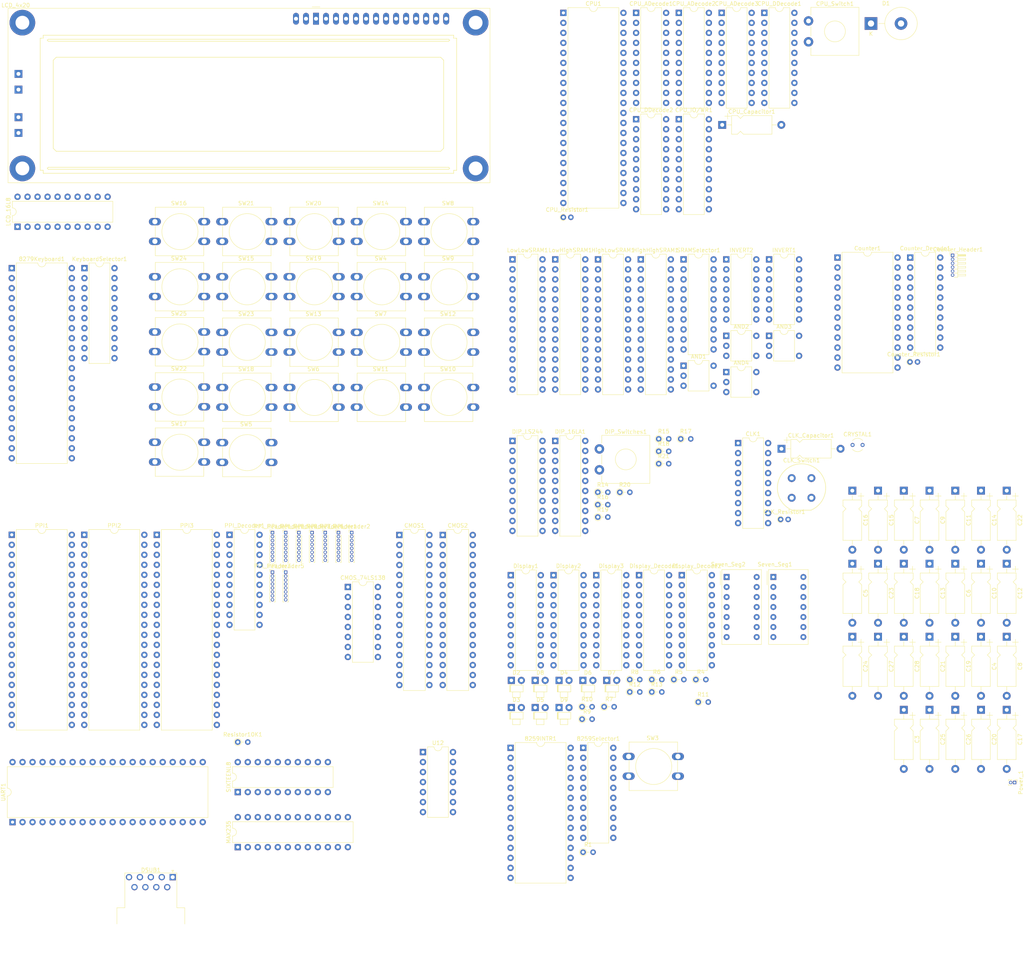
<source format=kicad_pcb>
(kicad_pcb (version 20171130) (host pcbnew "(5.1.9)-1")
  (layers (0 F.Cu signal) (31 B.Cu signal) (34 B.Paste user) (35 F.Paste user) (36 B.SilkS user) (37 F.SilkS user) (38 B.Mask user) (39 F.Mask user) (44 Edge.Cuts user))
  (net 0 "")
  (net 1 GND)
  (net 2 /RESET)
  (net 3 /8086/AD14)
  (net 4 /8086/READY)
  (net 5 /8086/AD13)
  (net 6 /8086/AD12)
  (net 7 /~INTA)
  (net 8 /8086/AD11)
  (net 9 /8086/ALE)
  (net 10 /8086/AD10)
  (net 11 /8086/~DEN)
  (net 12 /8086/AD9)
  (net 13 /8086/DT~R)
  (net 14 /8086/AD8)
  (net 15 /8086/IO)
  (net 16 /8086/AD7)
  (net 17 /8086/Write)
  (net 18 /8086/AD6)
  (net 19 /8086/AD5)
  (net 20 /8086/AD4)
  (net 21 /8086/Read)
  (net 22 /8086/AD3)
  (net 23 /8086/AD2)
  (net 24 /~BHE~S7)
  (net 25 /8086/AD1)
  (net 26 /A19)
  (net 27 /8086/AD0)
  (net 28 /A18)
  (net 29 /A17)
  (net 30 /INTR)
  (net 31 /A16)
  (net 32 /CLK)
  (net 33 /8086/AD15)
  (net 34 VCC)
  (net 35 /PCLK)
  (net 36 +5V)
  (net 37 /8255/P4)
  (net 38 /8255/P10)
  (net 39 /8255/P5)
  (net 40 /8255/P9)
  (net 41 /8255/P6)
  (net 42 /8255/P8)
  (net 43 /8255/P7)
  (net 44 /8255/P19)
  (net 45 /~WR)
  (net 46 /8255/P18)
  (net 47 /8255/P17)
  (net 48 /D0)
  (net 49 /8255/P16)
  (net 50 /D1)
  (net 51 /8255/P20)
  (net 52 /D2)
  (net 53 /8255/P21)
  (net 54 /D3)
  (net 55 /8255/P22)
  (net 56 /D4)
  (net 57 /8255/P23)
  (net 58 /D5)
  (net 59 /A1)
  (net 60 /D6)
  (net 61 /A2)
  (net 62 /D7)
  (net 63 /8255/P15)
  (net 64 /~RD)
  (net 65 /8255/P14)
  (net 66 /8255/P0)
  (net 67 /8255/P13)
  (net 68 /8255/P1)
  (net 69 /8255/P12)
  (net 70 /8255/P2)
  (net 71 /8255/P11)
  (net 72 /8255/P3)
  (net 73 /8259/IR0)
  (net 74 /CNTR2)
  (net 75 /IRQ)
  (net 76 /16550_INTR)
  (net 77 /8279/Col2)
  (net 78 /8279/Col3)
  (net 79 /8279/Col4)
  (net 80 /8279/CS)
  (net 81 /8279/Row0)
  (net 82 /8279/Row1)
  (net 83 /8279/Row2)
  (net 84 /8279/Row3)
  (net 85 /8279/Shift)
  (net 86 /8279/CNTRL)
  (net 87 /8279/Col0)
  (net 88 /8279/Col1)
  (net 89 /A0)
  (net 90 /16550/SIN)
  (net 91 /16550/SOUT)
  (net 92 /M~IO)
  (net 93 /16550/~CTS)
  (net 94 "Net-(R4-Pad2)")
  (net 95 "Net-(R5-Pad2)")
  (net 96 "Net-(8259INTR1-Pad1)")
  (net 97 "Net-(8259INTR1-Pad15)")
  (net 98 "Net-(8259INTR1-Pad16)")
  (net 99 "Net-(8259INTR1-Pad22)")
  (net 100 "Net-(8259INTR1-Pad23)")
  (net 101 "Net-(8259INTR1-Pad24)")
  (net 102 "Net-(8259INTR1-Pad25)")
  (net 103 "Net-(8259INTR1-Pad12)")
  (net 104 "Net-(8259INTR1-Pad13)")
  (net 105 /A11)
  (net 106 /A3)
  (net 107 "Net-(8259Selector1-Pad12)")
  (net 108 /A4)
  (net 109 /A5)
  (net 110 /A12)
  (net 111 /A6)
  (net 112 /A13)
  (net 113 /A7)
  (net 114 /A14)
  (net 115 /A8)
  (net 116 /A15)
  (net 117 /A9)
  (net 118 "Net-(8259Selector1-Pad18)")
  (net 119 /A10)
  (net 120 "Net-(8279Keyboard1-Pad23)")
  (net 121 "Net-(8279Keyboard1-Pad24)")
  (net 122 "Net-(8279Keyboard1-Pad25)")
  (net 123 "Net-(8279Keyboard1-Pad6)")
  (net 124 "Net-(8279Keyboard1-Pad26)")
  (net 125 "Net-(8279Keyboard1-Pad7)")
  (net 126 "Net-(8279Keyboard1-Pad27)")
  (net 127 "Net-(8279Keyboard1-Pad8)")
  (net 128 "Net-(8279Keyboard1-Pad28)")
  (net 129 "Net-(8279Keyboard1-Pad29)")
  (net 130 "Net-(8279Keyboard1-Pad30)")
  (net 131 "Net-(8279Keyboard1-Pad31)")
  (net 132 "Net-(C10-Pad1)")
  (net 133 "Net-(CLK1-Pad11)")
  (net 134 "Net-(CLK1-Pad3)")
  (net 135 "Net-(CLK1-Pad12)")
  (net 136 "Net-(CLK1-Pad4)")
  (net 137 "Net-(CLK1-Pad14)")
  (net 138 "Net-(CLK1-Pad6)")
  (net 139 "Net-(CLK1-Pad15)")
  (net 140 "Net-(CLK1-Pad7)")
  (net 141 "Net-(CLK1-Pad16)")
  (net 142 "Net-(CLK1-Pad17)")
  (net 143 "Net-(CMOS1-Pad30)")
  (net 144 "/CMOS Flash/CMOSHierarchal1/CS")
  (net 145 +12V)
  (net 146 "Net-(Counter1-Pad14)")
  (net 147 "Net-(Counter1-Pad16)")
  (net 148 "Net-(Counter1-Pad17)")
  (net 149 "Net-(Counter1-Pad18)")
  (net 150 "Net-(Counter1-Pad9)")
  (net 151 "Net-(Counter1-Pad21)")
  (net 152 "Net-(Counter1-Pad10)")
  (net 153 "Net-(Counter1-Pad11)")
  (net 154 "Net-(Counter_Decode1-Pad12)")
  (net 155 /8086/S3)
  (net 156 /8086/S4)
  (net 157 "Net-(CPU1-Pad17)")
  (net 158 /8086/S5)
  (net 159 /8086/S6)
  (net 160 "Net-(CPU1-Pad31)")
  (net 161 "Net-(CPU1-Pad30)")
  (net 162 "Net-(CPU1-Pad23)")
  (net 163 "Net-(CPU_ADecode3-Pad12)")
  (net 164 "Net-(CPU_ADecode3-Pad13)")
  (net 165 "Net-(CPU_ADecode3-Pad14)")
  (net 166 "Net-(CPU_ADecode3-Pad15)")
  (net 167 "Net-(CPU_ADecode3-Pad16)")
  (net 168 "Net-(CPU_ADecode3-Pad17)")
  (net 169 "Net-(CPU_ADecode3-Pad18)")
  (net 170 "Net-(CPU_ADecode3-Pad19)")
  (net 171 /D15)
  (net 172 /D14)
  (net 173 /D13)
  (net 174 /D12)
  (net 175 /D11)
  (net 176 /D10)
  (net 177 /D9)
  (net 178 /D8)
  (net 179 "Net-(CPU_IO/WR1-Pad9)")
  (net 180 "Net-(CPU_IO/WR1-Pad8)")
  (net 181 "Net-(CPU_IO/WR1-Pad17)")
  (net 182 "Net-(CPU_IO/WR1-Pad7)")
  (net 183 "Net-(CPU_IO/WR1-Pad15)")
  (net 184 "Net-(CPU_IO/WR1-Pad5)")
  (net 185 "Net-(CPU_IO/WR1-Pad13)")
  (net 186 "Net-(CPU_IO/WR1-Pad3)")
  (net 187 "Net-(CPU_IO/WR1-Pad12)")
  (net 188 "Net-(CPU_IO/WR1-Pad11)")
  (net 189 "Net-(D2-Pad2)")
  (net 190 "Net-(D2-Pad1)")
  (net 191 "Net-(D3-Pad1)")
  (net 192 "Net-(D3-Pad2)")
  (net 193 "Net-(D4-Pad1)")
  (net 194 "Net-(D4-Pad2)")
  (net 195 "Net-(D5-Pad2)")
  (net 196 "Net-(D5-Pad1)")
  (net 197 "Net-(D6-Pad1)")
  (net 198 "Net-(D6-Pad2)")
  (net 199 "Net-(D7-Pad1)")
  (net 200 "Net-(D7-Pad2)")
  (net 201 "Net-(D8-Pad2)")
  (net 202 "Net-(D8-Pad1)")
  (net 203 "Net-(D9-Pad2)")
  (net 204 "Net-(D9-Pad1)")
  (net 205 "Net-(DIP_16LA1-Pad12)")
  (net 206 "Net-(DIP_16LA1-Pad13)")
  (net 207 "Net-(DIP_16LA1-Pad19)")
  (net 208 "Net-(DIP_LS244-Pad8)")
  (net 209 "Net-(DIP_LS244-Pad17)")
  (net 210 "Net-(DIP_LS244-Pad6)")
  (net 211 "Net-(DIP_LS244-Pad15)")
  (net 212 "Net-(DIP_LS244-Pad4)")
  (net 213 "Net-(DIP_LS244-Pad13)")
  (net 214 "Net-(DIP_LS244-Pad2)")
  (net 215 "Net-(DIP_LS244-Pad11)")
  (net 216 "Net-(Display1-Pad19)")
  (net 217 "Net-(Display1-Pad9)")
  (net 218 "Net-(Display1-Pad16)")
  (net 219 "Net-(Display1-Pad6)")
  (net 220 "Net-(Display1-Pad15)")
  (net 221 "Net-(Display1-Pad5)")
  (net 222 "Net-(Display1-Pad12)")
  (net 223 "Net-(Display1-Pad2)")
  (net 224 "Net-(Display1-Pad11)")
  (net 225 "Net-(Display2-Pad11)")
  (net 226 "Net-(Display2-Pad2)")
  (net 227 "Net-(Display2-Pad12)")
  (net 228 "Net-(Display2-Pad5)")
  (net 229 "Net-(Display2-Pad15)")
  (net 230 "Net-(Display2-Pad6)")
  (net 231 "Net-(Display2-Pad16)")
  (net 232 "Net-(Display2-Pad9)")
  (net 233 "Net-(Display2-Pad19)")
  (net 234 "Net-(Display3-Pad11)")
  (net 235 "Net-(Display_Decode1-Pad18)")
  (net 236 "Net-(Display_Decode1-Pad17)")
  (net 237 "Net-(Display_Decode1-Pad16)")
  (net 238 "Net-(Display_Decode1-Pad15)")
  (net 239 "Net-(Display_Decode1-Pad14)")
  (net 240 "Net-(Display_Decode1-Pad13)")
  (net 241 "Net-(Display_Decode1-Pad12)")
  (net 242 "Net-(Display_Decode1-Pad1)")
  (net 243 "Net-(Display_Decode2-Pad1)")
  (net 244 "Net-(Display_Decode2-Pad12)")
  (net 245 "Net-(Display_Decode2-Pad13)")
  (net 246 "Net-(Display_Decode2-Pad14)")
  (net 247 "Net-(Display_Decode2-Pad15)")
  (net 248 "Net-(Display_Decode2-Pad16)")
  (net 249 "Net-(Display_Decode2-Pad17)")
  (net 250 /16550/DCD9)
  (net 251 /16550/DSR9)
  (net 252 /16550/RXD)
  (net 253 /16550/RTS9)
  (net 254 /16550/TXD)
  (net 255 /16550/CTS)
  (net 256 /16550/RI9)
  (net 257 /SRAM/CE11)
  (net 258 /SRAM/CE01)
  (net 259 "Net-(KeyboardSelector1-Pad12)")
  (net 260 "Net-(KeyboardSelector1-Pad18)")
  (net 261 "Net-(LCD_16L8-Pad19)")
  (net 262 "Net-(LCD_16L8-Pad12)")
  (net 263 +3V3)
  (net 264 /SRAM/CE10)
  (net 265 /SRAM/CE00)
  (net 266 "Net-(MAX235-Pad1)")
  (net 267 /16550/RI)
  (net 268 /16550/RTS)
  (net 269 /16550/DTR9)
  (net 270 "Net-(MAX235-Pad16)")
  (net 271 /16550/DTR)
  (net 272 "Net-(MAX235-Pad19)")
  (net 273 /16550/DCD)
  (net 274 "Net-(MAX235-Pad22)")
  (net 275 /16550/DSR)
  (net 276 "Net-(PPI1-Pad6)")
  (net 277 /8255/P28)
  (net 278 /8255/P34)
  (net 279 /8255/P29)
  (net 280 /8255/P33)
  (net 281 /8255/P30)
  (net 282 /8255/P32)
  (net 283 /8255/P31)
  (net 284 /8255/P43)
  (net 285 /8255/P42)
  (net 286 /8255/P41)
  (net 287 /8255/P40)
  (net 288 /8255/P44)
  (net 289 /8255/P45)
  (net 290 /8255/P46)
  (net 291 /8255/P47)
  (net 292 "Net-(PPI2-Pad6)")
  (net 293 /8255/P39)
  (net 294 /8255/P38)
  (net 295 /8255/P24)
  (net 296 /8255/P37)
  (net 297 /8255/P25)
  (net 298 /8255/P36)
  (net 299 /8255/P26)
  (net 300 /8255/P35)
  (net 301 /8255/P27)
  (net 302 /8255/P51)
  (net 303 /8255/P59)
  (net 304 /8255/P50)
  (net 305 /8255/P60)
  (net 306 /8255/P49)
  (net 307 /8255/P61)
  (net 308 /8255/P48)
  (net 309 /8255/P62)
  (net 310 /8255/P63)
  (net 311 "Net-(PPI3-Pad6)")
  (net 312 /8255/P71)
  (net 313 /8255/P70)
  (net 314 /8255/P69)
  (net 315 /8255/P68)
  (net 316 /8255/P64)
  (net 317 /8255/P65)
  (net 318 /8255/P66)
  (net 319 /8255/P67)
  (net 320 /8255/P55)
  (net 321 /8255/P56)
  (net 322 /8255/P54)
  (net 323 /8255/P57)
  (net 324 /8255/P53)
  (net 325 /8255/P58)
  (net 326 /8255/P52)
  (net 327 "Net-(Resistor10K1-Pad2)")
  (net 328 "Net-(Seven_Seg1-Pad12)")
  (net 329 "Net-(Seven_Seg1-Pad6)")
  (net 330 "Net-(Seven_Seg1-Pad5)")
  (net 331 "Net-(Seven_Seg1-Pad4)")
  (net 332 "Net-(Seven_Seg1-Pad3)")
  (net 333 "Net-(Seven_Seg2-Pad3)")
  (net 334 "Net-(Seven_Seg2-Pad4)")
  (net 335 "Net-(Seven_Seg2-Pad5)")
  (net 336 "Net-(Seven_Seg2-Pad6)")
  (net 337 "Net-(Seven_Seg2-Pad12)")
  (net 338 "Net-(SIXTEENL8-Pad12)")
  (net 339 "Net-(SIXTEENL8-Pad13)")
  (net 340 "Net-(SIXTEENL8-Pad19)")
  (net 341 "Net-(SRAMSelector1-Pad15)")
  (net 342 "Net-(SRAMSelector1-Pad14)")
  (net 343 "Net-(SRAMSelector1-Pad13)")
  (net 344 "Net-(SRAMSelector1-Pad12)")
  (net 345 "/CMOS Flash/CMOSHierarchal/CS")
  (net 346 "Net-(UART1-Pad17)")
  (net 347 "Net-(UART1-Pad15)")
  (net 348 "Net-(UART1-Pad34)")
  (net 349 "Net-(UART1-Pad31)")
  (net 350 "Net-(UART1-Pad29)")
  (net 351 "Net-(UART1-Pad24)")
  (net 352 "Net-(UART1-Pad23)")
  (net 353 "Net-(AND1-Pad2)")
  (net 354 "Net-(AND1-Pad1)")
  (net 355 "Net-(AND2-Pad2)")
  (net 356 "Net-(AND3-Pad1)")
  (net 357 "Net-(CMOS2-Pad30)")
  (net 358 "Net-(CMOS_74LS138-Pad9)")
  (net 359 "Net-(CMOS_74LS138-Pad10)")
  (net 360 "Net-(CMOS_74LS138-Pad11)")
  (net 361 "Net-(CMOS_74LS138-Pad12)")
  (net 362 "Net-(CMOS_74LS138-Pad13)")
  (net 363 "Net-(CMOS_74LS138-Pad14)")
  (net 364 "Net-(CMOS_74LS138-Pad7)")
  (module Package_DIP:DIP-32_W7.62mm (layer F.Cu) (at 122.285001 120.145001)
    (fp_text reference CMOS1 (at 3.81 -2.39) (layer F.SilkS))
    (fp_text value 28F010)
    (pad 32 thru_hole oval (at 7.62 0) (size 1.6 1.6) (drill 0.8) (layers *.Cu *.Mask) (net 34 VCC))
    (pad 16 thru_hole oval (at 0 38.1) (size 1.6 1.6) (drill 0.8) (layers *.Cu *.Mask) (net 1 GND))
    (pad 31 thru_hole oval (at 7.62 2.54) (size 1.6 1.6) (drill 0.8) (layers *.Cu *.Mask) (net 45 /~WR))
    (pad 15 thru_hole oval (at 0 35.56) (size 1.6 1.6) (drill 0.8) (layers *.Cu *.Mask) (net 52 /D2))
    (pad 30 thru_hole oval (at 7.62 5.08) (size 1.6 1.6) (drill 0.8) (layers *.Cu *.Mask) (net 143 "Net-(CMOS1-Pad30)"))
    (pad 14 thru_hole oval (at 0 33.02) (size 1.6 1.6) (drill 0.8) (layers *.Cu *.Mask) (net 50 /D1))
    (pad 29 thru_hole oval (at 7.62 7.62) (size 1.6 1.6) (drill 0.8) (layers *.Cu *.Mask) (net 114 /A14))
    (pad 13 thru_hole oval (at 0 30.48) (size 1.6 1.6) (drill 0.8) (layers *.Cu *.Mask) (net 48 /D0))
    (pad 28 thru_hole oval (at 7.62 10.16) (size 1.6 1.6) (drill 0.8) (layers *.Cu *.Mask) (net 112 /A13))
    (pad 12 thru_hole oval (at 0 27.94) (size 1.6 1.6) (drill 0.8) (layers *.Cu *.Mask) (net 89 /A0))
    (pad 27 thru_hole oval (at 7.62 12.7) (size 1.6 1.6) (drill 0.8) (layers *.Cu *.Mask) (net 115 /A8))
    (pad 11 thru_hole oval (at 0 25.4) (size 1.6 1.6) (drill 0.8) (layers *.Cu *.Mask) (net 59 /A1))
    (pad 26 thru_hole oval (at 7.62 15.24) (size 1.6 1.6) (drill 0.8) (layers *.Cu *.Mask) (net 117 /A9))
    (pad 10 thru_hole oval (at 0 22.86) (size 1.6 1.6) (drill 0.8) (layers *.Cu *.Mask) (net 61 /A2))
    (pad 25 thru_hole oval (at 7.62 17.78) (size 1.6 1.6) (drill 0.8) (layers *.Cu *.Mask) (net 105 /A11))
    (pad 9 thru_hole oval (at 0 20.32) (size 1.6 1.6) (drill 0.8) (layers *.Cu *.Mask) (net 106 /A3))
    (pad 24 thru_hole oval (at 7.62 20.32) (size 1.6 1.6) (drill 0.8) (layers *.Cu *.Mask) (net 64 /~RD))
    (pad 8 thru_hole oval (at 0 17.78) (size 1.6 1.6) (drill 0.8) (layers *.Cu *.Mask) (net 108 /A4))
    (pad 23 thru_hole oval (at 7.62 22.86) (size 1.6 1.6) (drill 0.8) (layers *.Cu *.Mask) (net 119 /A10))
    (pad 7 thru_hole oval (at 0 15.24) (size 1.6 1.6) (drill 0.8) (layers *.Cu *.Mask) (net 109 /A5))
    (pad 22 thru_hole oval (at 7.62 25.4) (size 1.6 1.6) (drill 0.8) (layers *.Cu *.Mask) (net 144 "/CMOS Flash/CMOSHierarchal1/CS"))
    (pad 6 thru_hole oval (at 0 12.7) (size 1.6 1.6) (drill 0.8) (layers *.Cu *.Mask) (net 111 /A6))
    (pad 21 thru_hole oval (at 7.62 27.94) (size 1.6 1.6) (drill 0.8) (layers *.Cu *.Mask) (net 62 /D7))
    (pad 5 thru_hole oval (at 0 10.16) (size 1.6 1.6) (drill 0.8) (layers *.Cu *.Mask) (net 113 /A7))
    (pad 20 thru_hole oval (at 7.62 30.48) (size 1.6 1.6) (drill 0.8) (layers *.Cu *.Mask) (net 60 /D6))
    (pad 4 thru_hole oval (at 0 7.62) (size 1.6 1.6) (drill 0.8) (layers *.Cu *.Mask) (net 110 /A12))
    (pad 19 thru_hole oval (at 7.62 33.02) (size 1.6 1.6) (drill 0.8) (layers *.Cu *.Mask) (net 58 /D5))
    (pad 3 thru_hole oval (at 0 5.08) (size 1.6 1.6) (drill 0.8) (layers *.Cu *.Mask) (net 116 /A15))
    (pad 18 thru_hole oval (at 7.62 35.56) (size 1.6 1.6) (drill 0.8) (layers *.Cu *.Mask) (net 56 /D4))
    (pad 2 thru_hole oval (at 0 2.54) (size 1.6 1.6) (drill 0.8) (layers *.Cu *.Mask) (net 31 /A16))
    (pad 17 thru_hole oval (at 7.62 38.1) (size 1.6 1.6) (drill 0.8) (layers *.Cu *.Mask) (net 54 /D3))
    (pad 1 thru_hole rect (at 0 0) (size 1.6 1.6) (drill 0.8) (layers *.Cu *.Mask) (net 145 +12V))
  )
  (module Package_DIP:DIP-32_W7.62mm (layer F.Cu) (at 133.285001 120.145001)
    (fp_text reference CMOS2 (at 3.81 -2.39) (layer F.SilkS))
    (fp_text value 28F010)
    (pad 1 thru_hole rect (at 0 0) (size 1.6 1.6) (drill 0.8) (layers *.Cu *.Mask) (net 145 +12V))
    (pad 17 thru_hole oval (at 7.62 38.1) (size 1.6 1.6) (drill 0.8) (layers *.Cu *.Mask) (net 54 /D3))
    (pad 2 thru_hole oval (at 0 2.54) (size 1.6 1.6) (drill 0.8) (layers *.Cu *.Mask) (net 31 /A16))
    (pad 18 thru_hole oval (at 7.62 35.56) (size 1.6 1.6) (drill 0.8) (layers *.Cu *.Mask) (net 56 /D4))
    (pad 3 thru_hole oval (at 0 5.08) (size 1.6 1.6) (drill 0.8) (layers *.Cu *.Mask) (net 116 /A15))
    (pad 19 thru_hole oval (at 7.62 33.02) (size 1.6 1.6) (drill 0.8) (layers *.Cu *.Mask) (net 58 /D5))
    (pad 4 thru_hole oval (at 0 7.62) (size 1.6 1.6) (drill 0.8) (layers *.Cu *.Mask) (net 110 /A12))
    (pad 20 thru_hole oval (at 7.62 30.48) (size 1.6 1.6) (drill 0.8) (layers *.Cu *.Mask) (net 60 /D6))
    (pad 5 thru_hole oval (at 0 10.16) (size 1.6 1.6) (drill 0.8) (layers *.Cu *.Mask) (net 113 /A7))
    (pad 21 thru_hole oval (at 7.62 27.94) (size 1.6 1.6) (drill 0.8) (layers *.Cu *.Mask) (net 62 /D7))
    (pad 6 thru_hole oval (at 0 12.7) (size 1.6 1.6) (drill 0.8) (layers *.Cu *.Mask) (net 111 /A6))
    (pad 22 thru_hole oval (at 7.62 25.4) (size 1.6 1.6) (drill 0.8) (layers *.Cu *.Mask) (net 345 "/CMOS Flash/CMOSHierarchal/CS"))
    (pad 7 thru_hole oval (at 0 15.24) (size 1.6 1.6) (drill 0.8) (layers *.Cu *.Mask) (net 109 /A5))
    (pad 23 thru_hole oval (at 7.62 22.86) (size 1.6 1.6) (drill 0.8) (layers *.Cu *.Mask) (net 119 /A10))
    (pad 8 thru_hole oval (at 0 17.78) (size 1.6 1.6) (drill 0.8) (layers *.Cu *.Mask) (net 108 /A4))
    (pad 24 thru_hole oval (at 7.62 20.32) (size 1.6 1.6) (drill 0.8) (layers *.Cu *.Mask) (net 64 /~RD))
    (pad 9 thru_hole oval (at 0 20.32) (size 1.6 1.6) (drill 0.8) (layers *.Cu *.Mask) (net 106 /A3))
    (pad 25 thru_hole oval (at 7.62 17.78) (size 1.6 1.6) (drill 0.8) (layers *.Cu *.Mask) (net 105 /A11))
    (pad 10 thru_hole oval (at 0 22.86) (size 1.6 1.6) (drill 0.8) (layers *.Cu *.Mask) (net 61 /A2))
    (pad 26 thru_hole oval (at 7.62 15.24) (size 1.6 1.6) (drill 0.8) (layers *.Cu *.Mask) (net 117 /A9))
    (pad 11 thru_hole oval (at 0 25.4) (size 1.6 1.6) (drill 0.8) (layers *.Cu *.Mask) (net 59 /A1))
    (pad 27 thru_hole oval (at 7.62 12.7) (size 1.6 1.6) (drill 0.8) (layers *.Cu *.Mask) (net 115 /A8))
    (pad 12 thru_hole oval (at 0 27.94) (size 1.6 1.6) (drill 0.8) (layers *.Cu *.Mask) (net 89 /A0))
    (pad 28 thru_hole oval (at 7.62 10.16) (size 1.6 1.6) (drill 0.8) (layers *.Cu *.Mask) (net 112 /A13))
    (pad 13 thru_hole oval (at 0 30.48) (size 1.6 1.6) (drill 0.8) (layers *.Cu *.Mask) (net 48 /D0))
    (pad 29 thru_hole oval (at 7.62 7.62) (size 1.6 1.6) (drill 0.8) (layers *.Cu *.Mask) (net 114 /A14))
    (pad 14 thru_hole oval (at 0 33.02) (size 1.6 1.6) (drill 0.8) (layers *.Cu *.Mask) (net 50 /D1))
    (pad 30 thru_hole oval (at 7.62 5.08) (size 1.6 1.6) (drill 0.8) (layers *.Cu *.Mask) (net 357 "Net-(CMOS2-Pad30)"))
    (pad 15 thru_hole oval (at 0 35.56) (size 1.6 1.6) (drill 0.8) (layers *.Cu *.Mask) (net 52 /D2))
    (pad 31 thru_hole oval (at 7.62 2.54) (size 1.6 1.6) (drill 0.8) (layers *.Cu *.Mask) (net 45 /~WR))
    (pad 16 thru_hole oval (at 0 38.1) (size 1.6 1.6) (drill 0.8) (layers *.Cu *.Mask) (net 1 GND))
    (pad 32 thru_hole oval (at 7.62 0) (size 1.6 1.6) (drill 0.8) (layers *.Cu *.Mask) (net 34 VCC))
  )
  (module Button_Switch_THT:SW_PUSH-12mm (layer F.Cu) (at 77.325001 96.705001)
    (fp_text reference SW5 (at 6.08 -4.66) (layer F.SilkS))
    (fp_text value SW_Push)
    (pad 2 thru_hole oval (at 0 5) (size 3.048 1.85) (drill 1.3) (layers *.Cu *.Mask))
    (pad 1 thru_hole oval (at 0 0) (size 3.048 1.85) (drill 1.3) (layers *.Cu *.Mask))
    (pad 2 thru_hole oval (at 12.5 5) (size 3.048 1.85) (drill 1.3) (layers *.Cu *.Mask))
    (pad 1 thru_hole oval (at 12.5 0) (size 3.048 1.85) (drill 1.3) (layers *.Cu *.Mask))
  )
  (module Button_Switch_THT:SW_PUSH-12mm (layer F.Cu) (at 111.465001 54.605001)
    (fp_text reference SW4 (at 6.08 -4.66) (layer F.SilkS))
    (fp_text value SW_Push)
    (pad 1 thru_hole oval (at 12.5 0) (size 3.048 1.85) (drill 1.3) (layers *.Cu *.Mask))
    (pad 2 thru_hole oval (at 12.5 5) (size 3.048 1.85) (drill 1.3) (layers *.Cu *.Mask))
    (pad 1 thru_hole oval (at 0 0) (size 3.048 1.85) (drill 1.3) (layers *.Cu *.Mask))
    (pad 2 thru_hole oval (at 0 5) (size 3.048 1.85) (drill 1.3) (layers *.Cu *.Mask))
  )
  (module Button_Switch_THT:SW_PUSH-12mm (layer F.Cu) (at 111.465001 82.705001)
    (fp_text reference SW11 (at 6.08 -4.66) (layer F.SilkS))
    (fp_text value SW_Push)
    (pad 2 thru_hole oval (at 0 5) (size 3.048 1.85) (drill 1.3) (layers *.Cu *.Mask))
    (pad 1 thru_hole oval (at 0 0) (size 3.048 1.85) (drill 1.3) (layers *.Cu *.Mask))
    (pad 2 thru_hole oval (at 12.5 5) (size 3.048 1.85) (drill 1.3) (layers *.Cu *.Mask))
    (pad 1 thru_hole oval (at 12.5 0) (size 3.048 1.85) (drill 1.3) (layers *.Cu *.Mask))
  )
  (module Button_Switch_THT:SW_PUSH-12mm (layer F.Cu) (at 128.535001 54.605001)
    (fp_text reference SW9 (at 6.08 -4.66) (layer F.SilkS))
    (fp_text value SW_Push)
    (pad 1 thru_hole oval (at 12.5 0) (size 3.048 1.85) (drill 1.3) (layers *.Cu *.Mask))
    (pad 2 thru_hole oval (at 12.5 5) (size 3.048 1.85) (drill 1.3) (layers *.Cu *.Mask))
    (pad 1 thru_hole oval (at 0 0) (size 3.048 1.85) (drill 1.3) (layers *.Cu *.Mask))
    (pad 2 thru_hole oval (at 0 5) (size 3.048 1.85) (drill 1.3) (layers *.Cu *.Mask))
  )
  (module Button_Switch_THT:SW_PUSH-12mm (layer F.Cu) (at 128.535001 40.605001)
    (fp_text reference SW8 (at 6.08 -4.66) (layer F.SilkS))
    (fp_text value SW_Push)
    (pad 1 thru_hole oval (at 12.5 0) (size 3.048 1.85) (drill 1.3) (layers *.Cu *.Mask))
    (pad 2 thru_hole oval (at 12.5 5) (size 3.048 1.85) (drill 1.3) (layers *.Cu *.Mask))
    (pad 1 thru_hole oval (at 0 0) (size 3.048 1.85) (drill 1.3) (layers *.Cu *.Mask))
    (pad 2 thru_hole oval (at 0 5) (size 3.048 1.85) (drill 1.3) (layers *.Cu *.Mask))
  )
  (module Button_Switch_THT:SW_PUSH-12mm (layer F.Cu) (at 128.535001 68.705001)
    (fp_text reference SW12 (at 6.08 -4.66) (layer F.SilkS))
    (fp_text value SW_Push)
    (pad 2 thru_hole oval (at 0 5) (size 3.048 1.85) (drill 1.3) (layers *.Cu *.Mask))
    (pad 1 thru_hole oval (at 0 0) (size 3.048 1.85) (drill 1.3) (layers *.Cu *.Mask))
    (pad 2 thru_hole oval (at 12.5 5) (size 3.048 1.85) (drill 1.3) (layers *.Cu *.Mask))
    (pad 1 thru_hole oval (at 12.5 0) (size 3.048 1.85) (drill 1.3) (layers *.Cu *.Mask))
  )
  (module Button_Switch_THT:SW_PUSH-12mm (layer F.Cu) (at 111.465001 68.705001)
    (fp_text reference SW7 (at 6.08 -4.66) (layer F.SilkS))
    (fp_text value SW_Push)
    (pad 1 thru_hole oval (at 12.5 0) (size 3.048 1.85) (drill 1.3) (layers *.Cu *.Mask))
    (pad 2 thru_hole oval (at 12.5 5) (size 3.048 1.85) (drill 1.3) (layers *.Cu *.Mask))
    (pad 1 thru_hole oval (at 0 0) (size 3.048 1.85) (drill 1.3) (layers *.Cu *.Mask))
    (pad 2 thru_hole oval (at 0 5) (size 3.048 1.85) (drill 1.3) (layers *.Cu *.Mask))
  )
  (module Button_Switch_THT:SW_PUSH-12mm (layer F.Cu) (at 94.395001 82.705001)
    (fp_text reference SW6 (at 6.08 -4.66) (layer F.SilkS))
    (fp_text value SW_Push)
    (pad 2 thru_hole oval (at 0 5) (size 3.048 1.85) (drill 1.3) (layers *.Cu *.Mask))
    (pad 1 thru_hole oval (at 0 0) (size 3.048 1.85) (drill 1.3) (layers *.Cu *.Mask))
    (pad 2 thru_hole oval (at 12.5 5) (size 3.048 1.85) (drill 1.3) (layers *.Cu *.Mask))
    (pad 1 thru_hole oval (at 12.5 0) (size 3.048 1.85) (drill 1.3) (layers *.Cu *.Mask))
  )
  (module Button_Switch_THT:SW_PUSH-12mm (layer F.Cu) (at 111.465001 40.605001)
    (fp_text reference SW14 (at 6.08 -4.66) (layer F.SilkS))
    (fp_text value SW_Push)
    (pad 1 thru_hole oval (at 12.5 0) (size 3.048 1.85) (drill 1.3) (layers *.Cu *.Mask))
    (pad 2 thru_hole oval (at 12.5 5) (size 3.048 1.85) (drill 1.3) (layers *.Cu *.Mask))
    (pad 1 thru_hole oval (at 0 0) (size 3.048 1.85) (drill 1.3) (layers *.Cu *.Mask))
    (pad 2 thru_hole oval (at 0 5) (size 3.048 1.85) (drill 1.3) (layers *.Cu *.Mask))
  )
  (module Button_Switch_THT:SW_PUSH-12mm (layer F.Cu) (at 77.325001 68.705001)
    (fp_text reference SW23 (at 6.08 -4.66) (layer F.SilkS))
    (fp_text value SW_Push)
    (pad 2 thru_hole oval (at 0 5) (size 3.048 1.85) (drill 1.3) (layers *.Cu *.Mask))
    (pad 1 thru_hole oval (at 0 0) (size 3.048 1.85) (drill 1.3) (layers *.Cu *.Mask))
    (pad 2 thru_hole oval (at 12.5 5) (size 3.048 1.85) (drill 1.3) (layers *.Cu *.Mask))
    (pad 1 thru_hole oval (at 12.5 0) (size 3.048 1.85) (drill 1.3) (layers *.Cu *.Mask))
  )
  (module Button_Switch_THT:SW_PUSH-12mm (layer F.Cu) (at 60.255001 82.605001)
    (fp_text reference SW22 (at 6.08 -4.66) (layer F.SilkS))
    (fp_text value SW_Push)
    (pad 2 thru_hole oval (at 0 5) (size 3.048 1.85) (drill 1.3) (layers *.Cu *.Mask))
    (pad 1 thru_hole oval (at 0 0) (size 3.048 1.85) (drill 1.3) (layers *.Cu *.Mask))
    (pad 2 thru_hole oval (at 12.5 5) (size 3.048 1.85) (drill 1.3) (layers *.Cu *.Mask))
    (pad 1 thru_hole oval (at 12.5 0) (size 3.048 1.85) (drill 1.3) (layers *.Cu *.Mask))
  )
  (module Button_Switch_THT:SW_PUSH-12mm (layer F.Cu) (at 94.395001 40.605001)
    (fp_text reference SW20 (at 6.08 -4.66) (layer F.SilkS))
    (fp_text value SW_Push)
    (pad 2 thru_hole oval (at 0 5) (size 3.048 1.85) (drill 1.3) (layers *.Cu *.Mask))
    (pad 1 thru_hole oval (at 0 0) (size 3.048 1.85) (drill 1.3) (layers *.Cu *.Mask))
    (pad 2 thru_hole oval (at 12.5 5) (size 3.048 1.85) (drill 1.3) (layers *.Cu *.Mask))
    (pad 1 thru_hole oval (at 12.5 0) (size 3.048 1.85) (drill 1.3) (layers *.Cu *.Mask))
  )
  (module Button_Switch_THT:SW_PUSH-12mm (layer F.Cu) (at 128.535001 82.705001)
    (fp_text reference SW10 (at 6.08 -4.66) (layer F.SilkS))
    (fp_text value SW_Push)
    (pad 1 thru_hole oval (at 12.5 0) (size 3.048 1.85) (drill 1.3) (layers *.Cu *.Mask))
    (pad 2 thru_hole oval (at 12.5 5) (size 3.048 1.85) (drill 1.3) (layers *.Cu *.Mask))
    (pad 1 thru_hole oval (at 0 0) (size 3.048 1.85) (drill 1.3) (layers *.Cu *.Mask))
    (pad 2 thru_hole oval (at 0 5) (size 3.048 1.85) (drill 1.3) (layers *.Cu *.Mask))
  )
  (module Button_Switch_THT:SW_PUSH-12mm (layer F.Cu) (at 94.395001 68.705001)
    (fp_text reference SW13 (at 6.08 -4.66) (layer F.SilkS))
    (fp_text value SW_Push)
    (pad 2 thru_hole oval (at 0 5) (size 3.048 1.85) (drill 1.3) (layers *.Cu *.Mask))
    (pad 1 thru_hole oval (at 0 0) (size 3.048 1.85) (drill 1.3) (layers *.Cu *.Mask))
    (pad 2 thru_hole oval (at 12.5 5) (size 3.048 1.85) (drill 1.3) (layers *.Cu *.Mask))
    (pad 1 thru_hole oval (at 12.5 0) (size 3.048 1.85) (drill 1.3) (layers *.Cu *.Mask))
  )
  (module Button_Switch_THT:SW_PUSH-12mm (layer F.Cu) (at 77.325001 40.605001)
    (fp_text reference SW21 (at 6.08 -4.66) (layer F.SilkS))
    (fp_text value SW_Push)
    (pad 1 thru_hole oval (at 12.5 0) (size 3.048 1.85) (drill 1.3) (layers *.Cu *.Mask))
    (pad 2 thru_hole oval (at 12.5 5) (size 3.048 1.85) (drill 1.3) (layers *.Cu *.Mask))
    (pad 1 thru_hole oval (at 0 0) (size 3.048 1.85) (drill 1.3) (layers *.Cu *.Mask))
    (pad 2 thru_hole oval (at 0 5) (size 3.048 1.85) (drill 1.3) (layers *.Cu *.Mask))
  )
  (module Button_Switch_THT:SW_PUSH-12mm (layer F.Cu) (at 94.395001 54.605001)
    (fp_text reference SW19 (at 6.08 -4.66) (layer F.SilkS))
    (fp_text value SW_Push)
    (pad 2 thru_hole oval (at 0 5) (size 3.048 1.85) (drill 1.3) (layers *.Cu *.Mask))
    (pad 1 thru_hole oval (at 0 0) (size 3.048 1.85) (drill 1.3) (layers *.Cu *.Mask))
    (pad 2 thru_hole oval (at 12.5 5) (size 3.048 1.85) (drill 1.3) (layers *.Cu *.Mask))
    (pad 1 thru_hole oval (at 12.5 0) (size 3.048 1.85) (drill 1.3) (layers *.Cu *.Mask))
  )
  (module Button_Switch_THT:SW_PUSH-12mm (layer F.Cu) (at 77.325001 82.705001)
    (fp_text reference SW18 (at 6.08 -4.66) (layer F.SilkS))
    (fp_text value SW_Push)
    (pad 2 thru_hole oval (at 0 5) (size 3.048 1.85) (drill 1.3) (layers *.Cu *.Mask))
    (pad 1 thru_hole oval (at 0 0) (size 3.048 1.85) (drill 1.3) (layers *.Cu *.Mask))
    (pad 2 thru_hole oval (at 12.5 5) (size 3.048 1.85) (drill 1.3) (layers *.Cu *.Mask))
    (pad 1 thru_hole oval (at 12.5 0) (size 3.048 1.85) (drill 1.3) (layers *.Cu *.Mask))
  )
  (module Button_Switch_THT:SW_PUSH-12mm (layer F.Cu) (at 60.255001 96.605001)
    (fp_text reference SW17 (at 6.08 -4.66) (layer F.SilkS))
    (fp_text value SW_Push)
    (pad 1 thru_hole oval (at 12.5 0) (size 3.048 1.85) (drill 1.3) (layers *.Cu *.Mask))
    (pad 2 thru_hole oval (at 12.5 5) (size 3.048 1.85) (drill 1.3) (layers *.Cu *.Mask))
    (pad 1 thru_hole oval (at 0 0) (size 3.048 1.85) (drill 1.3) (layers *.Cu *.Mask))
    (pad 2 thru_hole oval (at 0 5) (size 3.048 1.85) (drill 1.3) (layers *.Cu *.Mask))
  )
  (module Button_Switch_THT:SW_PUSH-12mm (layer F.Cu) (at 60.255001 40.605001)
    (fp_text reference SW16 (at 6.08 -4.66) (layer F.SilkS))
    (fp_text value SW_Push)
    (pad 1 thru_hole oval (at 12.5 0) (size 3.048 1.85) (drill 1.3) (layers *.Cu *.Mask))
    (pad 2 thru_hole oval (at 12.5 5) (size 3.048 1.85) (drill 1.3) (layers *.Cu *.Mask))
    (pad 1 thru_hole oval (at 0 0) (size 3.048 1.85) (drill 1.3) (layers *.Cu *.Mask))
    (pad 2 thru_hole oval (at 0 5) (size 3.048 1.85) (drill 1.3) (layers *.Cu *.Mask))
  )
  (module Button_Switch_THT:SW_PUSH-12mm (layer F.Cu) (at 77.325001 54.605001)
    (fp_text reference SW15 (at 6.08 -4.66) (layer F.SilkS))
    (fp_text value SW_Push)
    (pad 1 thru_hole oval (at 12.5 0) (size 3.048 1.85) (drill 1.3) (layers *.Cu *.Mask))
    (pad 2 thru_hole oval (at 12.5 5) (size 3.048 1.85) (drill 1.3) (layers *.Cu *.Mask))
    (pad 1 thru_hole oval (at 0 0) (size 3.048 1.85) (drill 1.3) (layers *.Cu *.Mask))
    (pad 2 thru_hole oval (at 0 5) (size 3.048 1.85) (drill 1.3) (layers *.Cu *.Mask))
  )
  (module Button_Switch_THT:SW_PUSH-12mm (layer F.Cu) (at 60.255001 68.605001)
    (fp_text reference SW25 (at 6.08 -4.66) (layer F.SilkS))
    (fp_text value SW_Push)
    (pad 2 thru_hole oval (at 0 5) (size 3.048 1.85) (drill 1.3) (layers *.Cu *.Mask))
    (pad 1 thru_hole oval (at 0 0) (size 3.048 1.85) (drill 1.3) (layers *.Cu *.Mask))
    (pad 2 thru_hole oval (at 12.5 5) (size 3.048 1.85) (drill 1.3) (layers *.Cu *.Mask))
    (pad 1 thru_hole oval (at 12.5 0) (size 3.048 1.85) (drill 1.3) (layers *.Cu *.Mask))
  )
  (module Button_Switch_THT:SW_PUSH-12mm (layer F.Cu) (at 60.255001 54.605001)
    (fp_text reference SW24 (at 6.08 -4.66) (layer F.SilkS))
    (fp_text value SW_Push)
    (pad 2 thru_hole oval (at 0 5) (size 3.048 1.85) (drill 1.3) (layers *.Cu *.Mask))
    (pad 1 thru_hole oval (at 0 0) (size 3.048 1.85) (drill 1.3) (layers *.Cu *.Mask))
    (pad 2 thru_hole oval (at 12.5 5) (size 3.048 1.85) (drill 1.3) (layers *.Cu *.Mask))
    (pad 1 thru_hole oval (at 12.5 0) (size 3.048 1.85) (drill 1.3) (layers *.Cu *.Mask))
  )
  (module Package_DIP:DIP-28_W15.24mm (layer F.Cu) (at 150.495001 174.175001)
    (fp_text reference 8259INTR1 (at 7.62 -2.33) (layer F.SilkS))
    (fp_text value 8259)
    (pad 1 thru_hole rect (at 0 0) (size 1.6 1.6) (drill 0.8) (layers *.Cu *.Mask) (net 96 "Net-(8259INTR1-Pad1)"))
    (pad 15 thru_hole oval (at 15.24 33.02) (size 1.6 1.6) (drill 0.8) (layers *.Cu *.Mask) (net 97 "Net-(8259INTR1-Pad15)"))
    (pad 2 thru_hole oval (at 0 2.54) (size 1.6 1.6) (drill 0.8) (layers *.Cu *.Mask) (net 45 /~WR))
    (pad 16 thru_hole oval (at 15.24 30.48) (size 1.6 1.6) (drill 0.8) (layers *.Cu *.Mask) (net 98 "Net-(8259INTR1-Pad16)"))
    (pad 3 thru_hole oval (at 0 5.08) (size 1.6 1.6) (drill 0.8) (layers *.Cu *.Mask) (net 64 /~RD))
    (pad 17 thru_hole oval (at 15.24 27.94) (size 1.6 1.6) (drill 0.8) (layers *.Cu *.Mask) (net 30 /INTR))
    (pad 4 thru_hole oval (at 0 7.62) (size 1.6 1.6) (drill 0.8) (layers *.Cu *.Mask) (net 62 /D7))
    (pad 18 thru_hole oval (at 15.24 25.4) (size 1.6 1.6) (drill 0.8) (layers *.Cu *.Mask) (net 73 /8259/IR0))
    (pad 5 thru_hole oval (at 0 10.16) (size 1.6 1.6) (drill 0.8) (layers *.Cu *.Mask) (net 60 /D6))
    (pad 19 thru_hole oval (at 15.24 22.86) (size 1.6 1.6) (drill 0.8) (layers *.Cu *.Mask) (net 74 /CNTR2))
    (pad 6 thru_hole oval (at 0 12.7) (size 1.6 1.6) (drill 0.8) (layers *.Cu *.Mask) (net 58 /D5))
    (pad 20 thru_hole oval (at 15.24 20.32) (size 1.6 1.6) (drill 0.8) (layers *.Cu *.Mask) (net 75 /IRQ))
    (pad 7 thru_hole oval (at 0 15.24) (size 1.6 1.6) (drill 0.8) (layers *.Cu *.Mask) (net 56 /D4))
    (pad 21 thru_hole oval (at 15.24 17.78) (size 1.6 1.6) (drill 0.8) (layers *.Cu *.Mask) (net 76 /16550_INTR))
    (pad 8 thru_hole oval (at 0 17.78) (size 1.6 1.6) (drill 0.8) (layers *.Cu *.Mask) (net 54 /D3))
    (pad 22 thru_hole oval (at 15.24 15.24) (size 1.6 1.6) (drill 0.8) (layers *.Cu *.Mask) (net 99 "Net-(8259INTR1-Pad22)"))
    (pad 9 thru_hole oval (at 0 20.32) (size 1.6 1.6) (drill 0.8) (layers *.Cu *.Mask) (net 52 /D2))
    (pad 23 thru_hole oval (at 15.24 12.7) (size 1.6 1.6) (drill 0.8) (layers *.Cu *.Mask) (net 100 "Net-(8259INTR1-Pad23)"))
    (pad 10 thru_hole oval (at 0 22.86) (size 1.6 1.6) (drill 0.8) (layers *.Cu *.Mask) (net 50 /D1))
    (pad 24 thru_hole oval (at 15.24 10.16) (size 1.6 1.6) (drill 0.8) (layers *.Cu *.Mask) (net 101 "Net-(8259INTR1-Pad24)"))
    (pad 11 thru_hole oval (at 0 25.4) (size 1.6 1.6) (drill 0.8) (layers *.Cu *.Mask) (net 48 /D0))
    (pad 25 thru_hole oval (at 15.24 7.62) (size 1.6 1.6) (drill 0.8) (layers *.Cu *.Mask) (net 102 "Net-(8259INTR1-Pad25)"))
    (pad 12 thru_hole oval (at 0 27.94) (size 1.6 1.6) (drill 0.8) (layers *.Cu *.Mask) (net 103 "Net-(8259INTR1-Pad12)"))
    (pad 26 thru_hole oval (at 15.24 5.08) (size 1.6 1.6) (drill 0.8) (layers *.Cu *.Mask) (net 7 /~INTA))
    (pad 13 thru_hole oval (at 0 30.48) (size 1.6 1.6) (drill 0.8) (layers *.Cu *.Mask) (net 104 "Net-(8259INTR1-Pad13)"))
    (pad 27 thru_hole oval (at 15.24 2.54) (size 1.6 1.6) (drill 0.8) (layers *.Cu *.Mask) (net 59 /A1))
    (pad 14 thru_hole oval (at 0 33.02) (size 1.6 1.6) (drill 0.8) (layers *.Cu *.Mask) (net 1 GND))
    (pad 28 thru_hole oval (at 15.24 0) (size 1.6 1.6) (drill 0.8) (layers *.Cu *.Mask) (net 34 VCC))
  )
  (module Package_DIP:DIP-20_W7.62mm (layer F.Cu) (at 168.945001 174.175001)
    (fp_text reference 8259Selector1 (at 3.81 -2.33) (layer F.SilkS))
    (fp_text value PAL16L8)
    (pad 20 thru_hole oval (at 7.62 0) (size 1.6 1.6) (drill 0.8) (layers *.Cu *.Mask) (net 34 VCC))
    (pad 10 thru_hole oval (at 0 22.86) (size 1.6 1.6) (drill 0.8) (layers *.Cu *.Mask) (net 1 GND))
    (pad 19 thru_hole oval (at 7.62 2.54) (size 1.6 1.6) (drill 0.8) (layers *.Cu *.Mask) (net 96 "Net-(8259INTR1-Pad1)"))
    (pad 9 thru_hole oval (at 0 20.32) (size 1.6 1.6) (drill 0.8) (layers *.Cu *.Mask) (net 119 /A10))
    (pad 18 thru_hole oval (at 7.62 5.08) (size 1.6 1.6) (drill 0.8) (layers *.Cu *.Mask) (net 118 "Net-(8259Selector1-Pad18)"))
    (pad 8 thru_hole oval (at 0 17.78) (size 1.6 1.6) (drill 0.8) (layers *.Cu *.Mask) (net 117 /A9))
    (pad 17 thru_hole oval (at 7.62 7.62) (size 1.6 1.6) (drill 0.8) (layers *.Cu *.Mask) (net 116 /A15))
    (pad 7 thru_hole oval (at 0 15.24) (size 1.6 1.6) (drill 0.8) (layers *.Cu *.Mask) (net 115 /A8))
    (pad 16 thru_hole oval (at 7.62 10.16) (size 1.6 1.6) (drill 0.8) (layers *.Cu *.Mask) (net 114 /A14))
    (pad 6 thru_hole oval (at 0 12.7) (size 1.6 1.6) (drill 0.8) (layers *.Cu *.Mask) (net 113 /A7))
    (pad 15 thru_hole oval (at 7.62 12.7) (size 1.6 1.6) (drill 0.8) (layers *.Cu *.Mask) (net 112 /A13))
    (pad 5 thru_hole oval (at 0 10.16) (size 1.6 1.6) (drill 0.8) (layers *.Cu *.Mask) (net 111 /A6))
    (pad 14 thru_hole oval (at 7.62 15.24) (size 1.6 1.6) (drill 0.8) (layers *.Cu *.Mask) (net 110 /A12))
    (pad 4 thru_hole oval (at 0 7.62) (size 1.6 1.6) (drill 0.8) (layers *.Cu *.Mask) (net 109 /A5))
    (pad 13 thru_hole oval (at 7.62 17.78) (size 1.6 1.6) (drill 0.8) (layers *.Cu *.Mask) (net 92 /M~IO))
    (pad 3 thru_hole oval (at 0 5.08) (size 1.6 1.6) (drill 0.8) (layers *.Cu *.Mask) (net 108 /A4))
    (pad 12 thru_hole oval (at 7.62 20.32) (size 1.6 1.6) (drill 0.8) (layers *.Cu *.Mask) (net 107 "Net-(8259Selector1-Pad12)"))
    (pad 2 thru_hole oval (at 0 2.54) (size 1.6 1.6) (drill 0.8) (layers *.Cu *.Mask) (net 106 /A3))
    (pad 11 thru_hole oval (at 7.62 22.86) (size 1.6 1.6) (drill 0.8) (layers *.Cu *.Mask) (net 105 /A11))
    (pad 1 thru_hole rect (at 0 0) (size 1.6 1.6) (drill 0.8) (layers *.Cu *.Mask) (net 61 /A2))
  )
  (module Package_DIP:DIP-40_W15.24mm (layer F.Cu) (at 23.935001 52.415001)
    (fp_text reference 8279Keyboard1 (at 7.62 -2.33) (layer F.SilkS))
    (fp_text value pkd8279)
    (pad 40 thru_hole oval (at 15.24 0) (size 1.6 1.6) (drill 0.8) (layers *.Cu *.Mask) (net 36 +5V))
    (pad 20 thru_hole oval (at 0 48.26) (size 1.6 1.6) (drill 0.8) (layers *.Cu *.Mask) (net 1 GND))
    (pad 39 thru_hole oval (at 15.24 2.54) (size 1.6 1.6) (drill 0.8) (layers *.Cu *.Mask) (net 88 /8279/Col1))
    (pad 19 thru_hole oval (at 0 45.72) (size 1.6 1.6) (drill 0.8) (layers *.Cu *.Mask) (net 62 /D7))
    (pad 38 thru_hole oval (at 15.24 5.08) (size 1.6 1.6) (drill 0.8) (layers *.Cu *.Mask) (net 87 /8279/Col0))
    (pad 18 thru_hole oval (at 0 43.18) (size 1.6 1.6) (drill 0.8) (layers *.Cu *.Mask) (net 60 /D6))
    (pad 37 thru_hole oval (at 15.24 7.62) (size 1.6 1.6) (drill 0.8) (layers *.Cu *.Mask) (net 86 /8279/CNTRL))
    (pad 17 thru_hole oval (at 0 40.64) (size 1.6 1.6) (drill 0.8) (layers *.Cu *.Mask) (net 58 /D5))
    (pad 36 thru_hole oval (at 15.24 10.16) (size 1.6 1.6) (drill 0.8) (layers *.Cu *.Mask) (net 85 /8279/Shift))
    (pad 16 thru_hole oval (at 0 38.1) (size 1.6 1.6) (drill 0.8) (layers *.Cu *.Mask) (net 56 /D4))
    (pad 35 thru_hole oval (at 15.24 12.7) (size 1.6 1.6) (drill 0.8) (layers *.Cu *.Mask) (net 84 /8279/Row3))
    (pad 15 thru_hole oval (at 0 35.56) (size 1.6 1.6) (drill 0.8) (layers *.Cu *.Mask) (net 54 /D3))
    (pad 34 thru_hole oval (at 15.24 15.24) (size 1.6 1.6) (drill 0.8) (layers *.Cu *.Mask) (net 83 /8279/Row2))
    (pad 14 thru_hole oval (at 0 33.02) (size 1.6 1.6) (drill 0.8) (layers *.Cu *.Mask) (net 52 /D2))
    (pad 33 thru_hole oval (at 15.24 17.78) (size 1.6 1.6) (drill 0.8) (layers *.Cu *.Mask) (net 82 /8279/Row1))
    (pad 13 thru_hole oval (at 0 30.48) (size 1.6 1.6) (drill 0.8) (layers *.Cu *.Mask) (net 50 /D1))
    (pad 32 thru_hole oval (at 15.24 20.32) (size 1.6 1.6) (drill 0.8) (layers *.Cu *.Mask) (net 81 /8279/Row0))
    (pad 12 thru_hole oval (at 0 27.94) (size 1.6 1.6) (drill 0.8) (layers *.Cu *.Mask) (net 48 /D0))
    (pad 31 thru_hole oval (at 15.24 22.86) (size 1.6 1.6) (drill 0.8) (layers *.Cu *.Mask) (net 131 "Net-(8279Keyboard1-Pad31)"))
    (pad 11 thru_hole oval (at 0 25.4) (size 1.6 1.6) (drill 0.8) (layers *.Cu *.Mask) (net 45 /~WR))
    (pad 30 thru_hole oval (at 15.24 25.4) (size 1.6 1.6) (drill 0.8) (layers *.Cu *.Mask) (net 130 "Net-(8279Keyboard1-Pad30)"))
    (pad 10 thru_hole oval (at 0 22.86) (size 1.6 1.6) (drill 0.8) (layers *.Cu *.Mask) (net 64 /~RD))
    (pad 29 thru_hole oval (at 15.24 27.94) (size 1.6 1.6) (drill 0.8) (layers *.Cu *.Mask) (net 129 "Net-(8279Keyboard1-Pad29)"))
    (pad 9 thru_hole oval (at 0 20.32) (size 1.6 1.6) (drill 0.8) (layers *.Cu *.Mask) (net 2 /RESET))
    (pad 28 thru_hole oval (at 15.24 30.48) (size 1.6 1.6) (drill 0.8) (layers *.Cu *.Mask) (net 128 "Net-(8279Keyboard1-Pad28)"))
    (pad 8 thru_hole oval (at 0 17.78) (size 1.6 1.6) (drill 0.8) (layers *.Cu *.Mask) (net 127 "Net-(8279Keyboard1-Pad8)"))
    (pad 27 thru_hole oval (at 15.24 33.02) (size 1.6 1.6) (drill 0.8) (layers *.Cu *.Mask) (net 126 "Net-(8279Keyboard1-Pad27)"))
    (pad 7 thru_hole oval (at 0 15.24) (size 1.6 1.6) (drill 0.8) (layers *.Cu *.Mask) (net 125 "Net-(8279Keyboard1-Pad7)"))
    (pad 26 thru_hole oval (at 15.24 35.56) (size 1.6 1.6) (drill 0.8) (layers *.Cu *.Mask) (net 124 "Net-(8279Keyboard1-Pad26)"))
    (pad 6 thru_hole oval (at 0 12.7) (size 1.6 1.6) (drill 0.8) (layers *.Cu *.Mask) (net 123 "Net-(8279Keyboard1-Pad6)"))
    (pad 25 thru_hole oval (at 15.24 38.1) (size 1.6 1.6) (drill 0.8) (layers *.Cu *.Mask) (net 122 "Net-(8279Keyboard1-Pad25)"))
    (pad 5 thru_hole oval (at 0 10.16) (size 1.6 1.6) (drill 0.8) (layers *.Cu *.Mask) (net 79 /8279/Col4))
    (pad 24 thru_hole oval (at 15.24 40.64) (size 1.6 1.6) (drill 0.8) (layers *.Cu *.Mask) (net 121 "Net-(8279Keyboard1-Pad24)"))
    (pad 4 thru_hole oval (at 0 7.62) (size 1.6 1.6) (drill 0.8) (layers *.Cu *.Mask) (net 75 /IRQ))
    (pad 23 thru_hole oval (at 15.24 43.18) (size 1.6 1.6) (drill 0.8) (layers *.Cu *.Mask) (net 120 "Net-(8279Keyboard1-Pad23)"))
    (pad 3 thru_hole oval (at 0 5.08) (size 1.6 1.6) (drill 0.8) (layers *.Cu *.Mask) (net 35 /PCLK))
    (pad 22 thru_hole oval (at 15.24 45.72) (size 1.6 1.6) (drill 0.8) (layers *.Cu *.Mask) (net 80 /8279/CS))
    (pad 2 thru_hole oval (at 0 2.54) (size 1.6 1.6) (drill 0.8) (layers *.Cu *.Mask) (net 78 /8279/Col3))
    (pad 21 thru_hole oval (at 15.24 48.26) (size 1.6 1.6) (drill 0.8) (layers *.Cu *.Mask) (net 59 /A1))
    (pad 1 thru_hole rect (at 0 0) (size 1.6 1.6) (drill 0.8) (layers *.Cu *.Mask) (net 77 /8279/Col2))
  )
  (module Package_DIP:DIP-5-6_W7.62mm (layer F.Cu) (at 194.385001 77.185001)
    (fp_text reference AND1 (at 3.81 -2.33) (layer F.SilkS))
    (fp_text value 74AHC1G08)
    (pad 6 thru_hole oval (at 7.62 0) (size 1.6 1.6) (drill 0.8) (layers *.Cu *.Mask))
    (pad 3 thru_hole oval (at 0 5.08) (size 1.6 1.6) (drill 0.8) (layers *.Cu *.Mask) (net 1 GND))
    (pad 2 thru_hole oval (at 0 2.54) (size 1.6 1.6) (drill 0.8) (layers *.Cu *.Mask) (net 353 "Net-(AND1-Pad2)"))
    (pad 4 thru_hole oval (at 7.62 5.08) (size 1.6 1.6) (drill 0.8) (layers *.Cu *.Mask) (net 257 /SRAM/CE11))
    (pad 1 thru_hole rect (at 0 0) (size 1.6 1.6) (drill 0.8) (layers *.Cu *.Mask) (net 354 "Net-(AND1-Pad1)"))
  )
  (module Package_DIP:DIP-5-6_W7.62mm (layer F.Cu) (at 205.235001 69.585001)
    (fp_text reference AND2 (at 3.81 -2.33) (layer F.SilkS))
    (fp_text value 74AHC1G08)
    (pad 1 thru_hole rect (at 0 0) (size 1.6 1.6) (drill 0.8) (layers *.Cu *.Mask) (net 354 "Net-(AND1-Pad1)"))
    (pad 4 thru_hole oval (at 7.62 5.08) (size 1.6 1.6) (drill 0.8) (layers *.Cu *.Mask) (net 264 /SRAM/CE10))
    (pad 2 thru_hole oval (at 0 2.54) (size 1.6 1.6) (drill 0.8) (layers *.Cu *.Mask) (net 355 "Net-(AND2-Pad2)"))
    (pad 3 thru_hole oval (at 0 5.08) (size 1.6 1.6) (drill 0.8) (layers *.Cu *.Mask) (net 1 GND))
    (pad 6 thru_hole oval (at 7.62 0) (size 1.6 1.6) (drill 0.8) (layers *.Cu *.Mask))
  )
  (module Package_DIP:DIP-5-6_W7.62mm (layer F.Cu) (at 216.085001 69.585001)
    (fp_text reference AND3 (at 3.81 -2.33) (layer F.SilkS))
    (fp_text value 74AHC1G08)
    (pad 6 thru_hole oval (at 7.62 0) (size 1.6 1.6) (drill 0.8) (layers *.Cu *.Mask))
    (pad 3 thru_hole oval (at 0 5.08) (size 1.6 1.6) (drill 0.8) (layers *.Cu *.Mask) (net 1 GND))
    (pad 2 thru_hole oval (at 0 2.54) (size 1.6 1.6) (drill 0.8) (layers *.Cu *.Mask) (net 353 "Net-(AND1-Pad2)"))
    (pad 4 thru_hole oval (at 7.62 5.08) (size 1.6 1.6) (drill 0.8) (layers *.Cu *.Mask) (net 258 /SRAM/CE01))
    (pad 1 thru_hole rect (at 0 0) (size 1.6 1.6) (drill 0.8) (layers *.Cu *.Mask) (net 356 "Net-(AND3-Pad1)"))
  )
  (module Package_DIP:DIP-5-6_W7.62mm (layer F.Cu) (at 205.235001 78.785001)
    (fp_text reference AND4 (at 3.81 -2.33) (layer F.SilkS))
    (fp_text value 74AHC1G08)
    (pad 1 thru_hole rect (at 0 0) (size 1.6 1.6) (drill 0.8) (layers *.Cu *.Mask) (net 355 "Net-(AND2-Pad2)"))
    (pad 4 thru_hole oval (at 7.62 5.08) (size 1.6 1.6) (drill 0.8) (layers *.Cu *.Mask) (net 265 /SRAM/CE00))
    (pad 2 thru_hole oval (at 0 2.54) (size 1.6 1.6) (drill 0.8) (layers *.Cu *.Mask) (net 356 "Net-(AND3-Pad1)"))
    (pad 3 thru_hole oval (at 0 5.08) (size 1.6 1.6) (drill 0.8) (layers *.Cu *.Mask) (net 1 GND))
    (pad 6 thru_hole oval (at 7.62 0) (size 1.6 1.6) (drill 0.8) (layers *.Cu *.Mask))
  )
  (module Capacitor_THT:CP_Axial_L10.0mm_D4.5mm_P15.00mm_Horizontal (layer F.Cu) (at 250.269999 164.535001 270)
    (fp_text reference C3 (at 7.5 -3.37 90) (layer F.SilkS))
    (fp_text value CP1_Small)
    (pad 2 thru_hole oval (at 15 0 270) (size 2 2) (drill 1) (layers *.Cu *.Mask) (net 34 VCC))
    (pad 1 thru_hole rect (at 0 0 270) (size 2 2) (drill 1) (layers *.Cu *.Mask) (net 132 "Net-(C10-Pad1)"))
  )
  (module Capacitor_THT:CP_Axial_L10.0mm_D4.5mm_P15.00mm_Horizontal (layer F.Cu) (at 269.859999 145.985001 270)
    (fp_text reference C4 (at 7.5 -3.37 90) (layer F.SilkS))
    (fp_text value CP1_Small)
    (pad 2 thru_hole oval (at 15 0 270) (size 2 2) (drill 1) (layers *.Cu *.Mask) (net 34 VCC))
    (pad 1 thru_hole rect (at 0 0 270) (size 2 2) (drill 1) (layers *.Cu *.Mask) (net 132 "Net-(C10-Pad1)"))
  )
  (module Capacitor_THT:CP_Axial_L10.0mm_D4.5mm_P15.00mm_Horizontal (layer F.Cu) (at 237.209999 127.435001 270)
    (fp_text reference C5 (at 7.5 -3.37 90) (layer F.SilkS))
    (fp_text value CP1_Small)
    (pad 1 thru_hole rect (at 0 0 270) (size 2 2) (drill 1) (layers *.Cu *.Mask) (net 132 "Net-(C10-Pad1)"))
    (pad 2 thru_hole oval (at 15 0 270) (size 2 2) (drill 1) (layers *.Cu *.Mask) (net 34 VCC))
  )
  (module Capacitor_THT:CP_Axial_L10.0mm_D4.5mm_P15.00mm_Horizontal (layer F.Cu) (at 263.329999 127.435001 270)
    (fp_text reference C6 (at 7.5 -3.37 90) (layer F.SilkS))
    (fp_text value CP1_Small)
    (pad 1 thru_hole rect (at 0 0 270) (size 2 2) (drill 1) (layers *.Cu *.Mask) (net 132 "Net-(C10-Pad1)"))
    (pad 2 thru_hole oval (at 15 0 270) (size 2 2) (drill 1) (layers *.Cu *.Mask) (net 34 VCC))
  )
  (module Capacitor_THT:CP_Axial_L10.0mm_D4.5mm_P15.00mm_Horizontal (layer F.Cu) (at 250.269999 108.885001 270)
    (fp_text reference C7 (at 7.5 -3.37 90) (layer F.SilkS))
    (fp_text value CP1_Small)
    (pad 1 thru_hole rect (at 0 0 270) (size 2 2) (drill 1) (layers *.Cu *.Mask) (net 132 "Net-(C10-Pad1)"))
    (pad 2 thru_hole oval (at 15 0 270) (size 2 2) (drill 1) (layers *.Cu *.Mask) (net 34 VCC))
  )
  (module Capacitor_THT:CP_Axial_L10.0mm_D4.5mm_P15.00mm_Horizontal (layer F.Cu) (at 276.389999 145.985001 270)
    (fp_text reference C8 (at 7.5 -3.37 90) (layer F.SilkS))
    (fp_text value CP1_Small)
    (pad 2 thru_hole oval (at 15 0 270) (size 2 2) (drill 1) (layers *.Cu *.Mask) (net 34 VCC))
    (pad 1 thru_hole rect (at 0 0 270) (size 2 2) (drill 1) (layers *.Cu *.Mask) (net 132 "Net-(C10-Pad1)"))
  )
  (module Capacitor_THT:CP_Axial_L10.0mm_D4.5mm_P15.00mm_Horizontal (layer F.Cu) (at 256.799999 108.885001 270)
    (fp_text reference C9 (at 7.5 -3.37 90) (layer F.SilkS))
    (fp_text value CP1_Small)
    (pad 2 thru_hole oval (at 15 0 270) (size 2 2) (drill 1) (layers *.Cu *.Mask) (net 34 VCC))
    (pad 1 thru_hole rect (at 0 0 270) (size 2 2) (drill 1) (layers *.Cu *.Mask) (net 132 "Net-(C10-Pad1)"))
  )
  (module Capacitor_THT:CP_Axial_L10.0mm_D4.5mm_P15.00mm_Horizontal (layer F.Cu) (at 269.859999 127.435001 270)
    (fp_text reference C10 (at 7.5 -3.37 90) (layer F.SilkS))
    (fp_text value CP1_Small)
    (pad 1 thru_hole rect (at 0 0 270) (size 2 2) (drill 1) (layers *.Cu *.Mask) (net 132 "Net-(C10-Pad1)"))
    (pad 2 thru_hole oval (at 15 0 270) (size 2 2) (drill 1) (layers *.Cu *.Mask) (net 34 VCC))
  )
  (module Capacitor_THT:CP_Axial_L10.0mm_D4.5mm_P15.00mm_Horizontal (layer F.Cu) (at 263.329999 108.885001 270)
    (fp_text reference C11 (at 7.5 -3.37 90) (layer F.SilkS))
    (fp_text value CP1_Small)
    (pad 1 thru_hole rect (at 0 0 270) (size 2 2) (drill 1) (layers *.Cu *.Mask) (net 132 "Net-(C10-Pad1)"))
    (pad 2 thru_hole oval (at 15 0 270) (size 2 2) (drill 1) (layers *.Cu *.Mask) (net 34 VCC))
  )
  (module Capacitor_THT:CP_Axial_L10.0mm_D4.5mm_P15.00mm_Horizontal (layer F.Cu) (at 276.389999 127.435001 270)
    (fp_text reference C12 (at 7.5 -3.37 90) (layer F.SilkS))
    (fp_text value CP1_Small)
    (pad 2 thru_hole oval (at 15 0 270) (size 2 2) (drill 1) (layers *.Cu *.Mask) (net 34 VCC))
    (pad 1 thru_hole rect (at 0 0 270) (size 2 2) (drill 1) (layers *.Cu *.Mask) (net 132 "Net-(C10-Pad1)"))
  )
  (module Capacitor_THT:CP_Axial_L10.0mm_D4.5mm_P15.00mm_Horizontal (layer F.Cu) (at 256.799999 127.435001 270)
    (fp_text reference C13 (at 7.5 -3.37 90) (layer F.SilkS))
    (fp_text value CP1_Small)
    (pad 2 thru_hole oval (at 15 0 270) (size 2 2) (drill 1) (layers *.Cu *.Mask) (net 34 VCC))
    (pad 1 thru_hole rect (at 0 0 270) (size 2 2) (drill 1) (layers *.Cu *.Mask) (net 132 "Net-(C10-Pad1)"))
  )
  (module Capacitor_THT:CP_Axial_L10.0mm_D4.5mm_P15.00mm_Horizontal (layer F.Cu) (at 269.859999 108.885001 270)
    (fp_text reference C14 (at 7.5 -3.37 90) (layer F.SilkS))
    (fp_text value CP1_Small)
    (pad 2 thru_hole oval (at 15 0 270) (size 2 2) (drill 1) (layers *.Cu *.Mask) (net 34 VCC))
    (pad 1 thru_hole rect (at 0 0 270) (size 2 2) (drill 1) (layers *.Cu *.Mask) (net 132 "Net-(C10-Pad1)"))
  )
  (module Capacitor_THT:CP_Axial_L10.0mm_D4.5mm_P15.00mm_Horizontal (layer F.Cu) (at 243.739999 108.885001 270)
    (fp_text reference C15 (at 7.5 -3.37 90) (layer F.SilkS))
    (fp_text value CP1_Small)
    (pad 1 thru_hole rect (at 0 0 270) (size 2 2) (drill 1) (layers *.Cu *.Mask) (net 132 "Net-(C10-Pad1)"))
    (pad 2 thru_hole oval (at 15 0 270) (size 2 2) (drill 1) (layers *.Cu *.Mask) (net 34 VCC))
  )
  (module Capacitor_THT:CP_Axial_L10.0mm_D4.5mm_P15.00mm_Horizontal (layer F.Cu) (at 237.209999 108.885001 270)
    (fp_text reference C16 (at 7.5 -3.37 90) (layer F.SilkS))
    (fp_text value CP1_Small)
    (pad 1 thru_hole rect (at 0 0 270) (size 2 2) (drill 1) (layers *.Cu *.Mask) (net 132 "Net-(C10-Pad1)"))
    (pad 2 thru_hole oval (at 15 0 270) (size 2 2) (drill 1) (layers *.Cu *.Mask) (net 34 VCC))
  )
  (module Capacitor_THT:CP_Axial_L10.0mm_D4.5mm_P15.00mm_Horizontal (layer F.Cu) (at 276.389999 164.535001 270)
    (fp_text reference C17 (at 7.5 -3.37 90) (layer F.SilkS))
    (fp_text value CP1_Small)
    (pad 2 thru_hole oval (at 15 0 270) (size 2 2) (drill 1) (layers *.Cu *.Mask) (net 34 VCC))
    (pad 1 thru_hole rect (at 0 0 270) (size 2 2) (drill 1) (layers *.Cu *.Mask) (net 132 "Net-(C10-Pad1)"))
  )
  (module Capacitor_THT:CP_Axial_L10.0mm_D4.5mm_P15.00mm_Horizontal (layer F.Cu) (at 250.269999 127.435001 270)
    (fp_text reference C18 (at 7.5 -3.37 90) (layer F.SilkS))
    (fp_text value CP1_Small)
    (pad 2 thru_hole oval (at 15 0 270) (size 2 2) (drill 1) (layers *.Cu *.Mask) (net 34 VCC))
    (pad 1 thru_hole rect (at 0 0 270) (size 2 2) (drill 1) (layers *.Cu *.Mask) (net 132 "Net-(C10-Pad1)"))
  )
  (module Capacitor_THT:CP_Axial_L10.0mm_D4.5mm_P15.00mm_Horizontal (layer F.Cu) (at 263.329999 145.985001 270)
    (fp_text reference C19 (at 7.5 -3.37 90) (layer F.SilkS))
    (fp_text value CP1_Small)
    (pad 1 thru_hole rect (at 0 0 270) (size 2 2) (drill 1) (layers *.Cu *.Mask) (net 132 "Net-(C10-Pad1)"))
    (pad 2 thru_hole oval (at 15 0 270) (size 2 2) (drill 1) (layers *.Cu *.Mask) (net 34 VCC))
  )
  (module Capacitor_THT:CP_Axial_L10.0mm_D4.5mm_P15.00mm_Horizontal (layer F.Cu) (at 269.859999 164.535001 270)
    (fp_text reference C20 (at 7.5 -3.37 90) (layer F.SilkS))
    (fp_text value CP1_Small)
    (pad 2 thru_hole oval (at 15 0 270) (size 2 2) (drill 1) (layers *.Cu *.Mask) (net 34 VCC))
    (pad 1 thru_hole rect (at 0 0 270) (size 2 2) (drill 1) (layers *.Cu *.Mask) (net 132 "Net-(C10-Pad1)"))
  )
  (module Capacitor_THT:CP_Axial_L10.0mm_D4.5mm_P15.00mm_Horizontal (layer F.Cu) (at 256.799999 145.985001 270)
    (fp_text reference C21 (at 7.5 -3.37 90) (layer F.SilkS))
    (fp_text value CP1_Small)
    (pad 2 thru_hole oval (at 15 0 270) (size 2 2) (drill 1) (layers *.Cu *.Mask) (net 34 VCC))
    (pad 1 thru_hole rect (at 0 0 270) (size 2 2) (drill 1) (layers *.Cu *.Mask) (net 132 "Net-(C10-Pad1)"))
  )
  (module Capacitor_THT:CP_Axial_L10.0mm_D4.5mm_P15.00mm_Horizontal (layer F.Cu) (at 276.389999 108.885001 270)
    (fp_text reference C22 (at 7.5 -3.37 90) (layer F.SilkS))
    (fp_text value CP1_Small)
    (pad 1 thru_hole rect (at 0 0 270) (size 2 2) (drill 1) (layers *.Cu *.Mask) (net 132 "Net-(C10-Pad1)"))
    (pad 2 thru_hole oval (at 15 0 270) (size 2 2) (drill 1) (layers *.Cu *.Mask) (net 34 VCC))
  )
  (module Capacitor_THT:CP_Axial_L10.0mm_D4.5mm_P15.00mm_Horizontal (layer F.Cu) (at 243.739999 127.435001 270)
    (fp_text reference C23 (at 7.5 -3.37 90) (layer F.SilkS))
    (fp_text value CP1_Small)
    (pad 1 thru_hole rect (at 0 0 270) (size 2 2) (drill 1) (layers *.Cu *.Mask) (net 132 "Net-(C10-Pad1)"))
    (pad 2 thru_hole oval (at 15 0 270) (size 2 2) (drill 1) (layers *.Cu *.Mask) (net 34 VCC))
  )
  (module Capacitor_THT:CP_Axial_L10.0mm_D4.5mm_P15.00mm_Horizontal (layer F.Cu) (at 237.209999 145.985001 270)
    (fp_text reference C24 (at 7.5 -3.37 90) (layer F.SilkS))
    (fp_text value CP1_Small)
    (pad 1 thru_hole rect (at 0 0 270) (size 2 2) (drill 1) (layers *.Cu *.Mask) (net 132 "Net-(C10-Pad1)"))
    (pad 2 thru_hole oval (at 15 0 270) (size 2 2) (drill 1) (layers *.Cu *.Mask) (net 34 VCC))
  )
  (module Capacitor_THT:CP_Axial_L10.0mm_D4.5mm_P15.00mm_Horizontal (layer F.Cu) (at 256.799999 164.535001 270)
    (fp_text reference C25 (at 7.5 -3.37 90) (layer F.SilkS))
    (fp_text value CP1_Small)
    (pad 2 thru_hole oval (at 15 0 270) (size 2 2) (drill 1) (layers *.Cu *.Mask) (net 34 VCC))
    (pad 1 thru_hole rect (at 0 0 270) (size 2 2) (drill 1) (layers *.Cu *.Mask) (net 132 "Net-(C10-Pad1)"))
  )
  (module Capacitor_THT:CP_Axial_L10.0mm_D4.5mm_P15.00mm_Horizontal (layer F.Cu) (at 263.329999 164.535001 270)
    (fp_text reference C26 (at 7.5 -3.37 90) (layer F.SilkS))
    (fp_text value CP1_Small)
    (pad 2 thru_hole oval (at 15 0 270) (size 2 2) (drill 1) (layers *.Cu *.Mask) (net 34 VCC))
    (pad 1 thru_hole rect (at 0 0 270) (size 2 2) (drill 1) (layers *.Cu *.Mask) (net 132 "Net-(C10-Pad1)"))
  )
  (module Capacitor_THT:CP_Axial_L10.0mm_D4.5mm_P15.00mm_Horizontal (layer F.Cu) (at 243.739999 145.985001 270)
    (fp_text reference C27 (at 7.5 -3.37 90) (layer F.SilkS))
    (fp_text value CP1_Small)
    (pad 1 thru_hole rect (at 0 0 270) (size 2 2) (drill 1) (layers *.Cu *.Mask) (net 132 "Net-(C10-Pad1)"))
    (pad 2 thru_hole oval (at 15 0 270) (size 2 2) (drill 1) (layers *.Cu *.Mask) (net 34 VCC))
  )
  (module Capacitor_THT:CP_Axial_L10.0mm_D4.5mm_P15.00mm_Horizontal (layer F.Cu) (at 250.269999 145.985001 270)
    (fp_text reference C28 (at 7.5 -3.37 90) (layer F.SilkS))
    (fp_text value CP1_Small)
    (pad 1 thru_hole rect (at 0 0 270) (size 2 2) (drill 1) (layers *.Cu *.Mask) (net 132 "Net-(C10-Pad1)"))
    (pad 2 thru_hole oval (at 15 0 270) (size 2 2) (drill 1) (layers *.Cu *.Mask) (net 34 VCC))
  )
  (module Package_DIP:DIP-18_W7.62mm (layer F.Cu) (at 208.225001 96.825001)
    (fp_text reference CLK1 (at 3.81 -2.33) (layer F.SilkS))
    (fp_text value 8284)
    (pad 1 thru_hole rect (at 0 0) (size 1.6 1.6) (drill 0.8) (layers *.Cu *.Mask) (net 1 GND))
    (pad 10 thru_hole oval (at 7.62 20.32) (size 1.6 1.6) (drill 0.8) (layers *.Cu *.Mask) (net 2 /RESET))
    (pad 2 thru_hole oval (at 0 2.54) (size 1.6 1.6) (drill 0.8) (layers *.Cu *.Mask) (net 35 /PCLK))
    (pad 11 thru_hole oval (at 7.62 17.78) (size 1.6 1.6) (drill 0.8) (layers *.Cu *.Mask) (net 133 "Net-(CLK1-Pad11)"))
    (pad 3 thru_hole oval (at 0 5.08) (size 1.6 1.6) (drill 0.8) (layers *.Cu *.Mask) (net 134 "Net-(CLK1-Pad3)"))
    (pad 12 thru_hole oval (at 7.62 15.24) (size 1.6 1.6) (drill 0.8) (layers *.Cu *.Mask) (net 135 "Net-(CLK1-Pad12)"))
    (pad 4 thru_hole oval (at 0 7.62) (size 1.6 1.6) (drill 0.8) (layers *.Cu *.Mask) (net 136 "Net-(CLK1-Pad4)"))
    (pad 13 thru_hole oval (at 7.62 12.7) (size 1.6 1.6) (drill 0.8) (layers *.Cu *.Mask) (net 1 GND))
    (pad 5 thru_hole oval (at 0 10.16) (size 1.6 1.6) (drill 0.8) (layers *.Cu *.Mask) (net 4 /8086/READY))
    (pad 14 thru_hole oval (at 7.62 10.16) (size 1.6 1.6) (drill 0.8) (layers *.Cu *.Mask) (net 137 "Net-(CLK1-Pad14)"))
    (pad 6 thru_hole oval (at 0 12.7) (size 1.6 1.6) (drill 0.8) (layers *.Cu *.Mask) (net 138 "Net-(CLK1-Pad6)"))
    (pad 15 thru_hole oval (at 7.62 7.62) (size 1.6 1.6) (drill 0.8) (layers *.Cu *.Mask) (net 139 "Net-(CLK1-Pad15)"))
    (pad 7 thru_hole oval (at 0 15.24) (size 1.6 1.6) (drill 0.8) (layers *.Cu *.Mask) (net 140 "Net-(CLK1-Pad7)"))
    (pad 16 thru_hole oval (at 7.62 5.08) (size 1.6 1.6) (drill 0.8) (layers *.Cu *.Mask) (net 141 "Net-(CLK1-Pad16)"))
    (pad 8 thru_hole oval (at 0 17.78) (size 1.6 1.6) (drill 0.8) (layers *.Cu *.Mask) (net 32 /CLK))
    (pad 17 thru_hole oval (at 7.62 2.54) (size 1.6 1.6) (drill 0.8) (layers *.Cu *.Mask) (net 142 "Net-(CLK1-Pad17)"))
    (pad 9 thru_hole oval (at 0 20.32) (size 1.6 1.6) (drill 0.8) (layers *.Cu *.Mask) (net 1 GND))
    (pad 18 thru_hole oval (at 7.62 0) (size 1.6 1.6) (drill 0.8) (layers *.Cu *.Mask) (net 34 VCC))
  )
  (module Capacitor_THT:CP_Axial_L10.0mm_D4.5mm_P15.00mm_Horizontal (layer F.Cu) (at 219.225001 98.260001)
    (fp_text reference CLK_Capacitor1 (at 7.5 -3.37) (layer F.SilkS))
    (fp_text value 10uF)
    (pad 2 thru_hole oval (at 15 0) (size 2 2) (drill 1) (layers *.Cu *.Mask) (net 1 GND))
    (pad 1 thru_hole rect (at 0 0) (size 2 2) (drill 1) (layers *.Cu *.Mask) (net 133 "Net-(CLK1-Pad11)"))
  )
  (module Resistor_THT:R_Axial_DIN0204_L3.6mm_D1.6mm_P1.90mm_Vertical (layer F.Cu) (at 219.025001 116.195001)
    (fp_text reference CLK_Resistor1 (at 0.95 -1.92) (layer F.SilkS))
    (fp_text value 10k)
    (pad 1 thru_hole circle (at 0 0) (size 1.4 1.4) (drill 0.7) (layers *.Cu *.Mask) (net 34 VCC))
    (pad 2 thru_hole oval (at 1.9 0) (size 1.4 1.4) (drill 0.7) (layers *.Cu *.Mask) (net 133 "Net-(CLK1-Pad11)"))
  )
  (module Button_Switch_THT:Push_E-Switch_KS01Q01 (layer F.Cu) (at 221.827516 105.707516)
    (fp_text reference CLK_Switch1 (at 2.5 -4.5) (layer F.SilkS))
    (fp_text value SW_DPST_x2)
    (pad 1 thru_hole circle (at 0 0) (size 2 2) (drill 1.1) (layers *.Cu *.Mask) (net 133 "Net-(CLK1-Pad11)"))
    (pad 2 thru_hole circle (at 5 0) (size 2 2) (drill 1.1) (layers *.Cu *.Mask) (net 1 GND))
    (pad 4 thru_hole circle (at 5 5) (size 2 2) (drill 1.1) (layers *.Cu *.Mask))
    (pad 3 thru_hole circle (at 0 5) (size 2 2) (drill 1.1) (layers *.Cu *.Mask))
  )
  (module Package_DIP:DIP-16_W7.62mm (layer F.Cu) (at 109.22 133.35)
    (fp_text reference CMOS_74LS138 (at 3.81 -2.33) (layer F.SilkS))
    (fp_text value 74LS138)
    (pad 1 thru_hole rect (at 0 0) (size 1.6 1.6) (drill 0.8) (layers *.Cu *.Mask) (net 29 /A17))
    (pad 9 thru_hole oval (at 7.62 17.78) (size 1.6 1.6) (drill 0.8) (layers *.Cu *.Mask) (net 358 "Net-(CMOS_74LS138-Pad9)"))
    (pad 2 thru_hole oval (at 0 2.54) (size 1.6 1.6) (drill 0.8) (layers *.Cu *.Mask) (net 28 /A18))
    (pad 10 thru_hole oval (at 7.62 15.24) (size 1.6 1.6) (drill 0.8) (layers *.Cu *.Mask) (net 359 "Net-(CMOS_74LS138-Pad10)"))
    (pad 3 thru_hole oval (at 0 5.08) (size 1.6 1.6) (drill 0.8) (layers *.Cu *.Mask) (net 26 /A19))
    (pad 11 thru_hole oval (at 7.62 12.7) (size 1.6 1.6) (drill 0.8) (layers *.Cu *.Mask) (net 360 "Net-(CMOS_74LS138-Pad11)"))
    (pad 4 thru_hole oval (at 0 7.62) (size 1.6 1.6) (drill 0.8) (layers *.Cu *.Mask) (net 1 GND))
    (pad 12 thru_hole oval (at 7.62 10.16) (size 1.6 1.6) (drill 0.8) (layers *.Cu *.Mask) (net 361 "Net-(CMOS_74LS138-Pad12)"))
    (pad 5 thru_hole oval (at 0 10.16) (size 1.6 1.6) (drill 0.8) (layers *.Cu *.Mask) (net 34 VCC))
    (pad 13 thru_hole oval (at 7.62 7.62) (size 1.6 1.6) (drill 0.8) (layers *.Cu *.Mask) (net 362 "Net-(CMOS_74LS138-Pad13)"))
    (pad 6 thru_hole oval (at 0 12.7) (size 1.6 1.6) (drill 0.8) (layers *.Cu *.Mask) (net 34 VCC))
    (pad 14 thru_hole oval (at 7.62 5.08) (size 1.6 1.6) (drill 0.8) (layers *.Cu *.Mask) (net 363 "Net-(CMOS_74LS138-Pad14)"))
    (pad 7 thru_hole oval (at 0 15.24) (size 1.6 1.6) (drill 0.8) (layers *.Cu *.Mask) (net 364 "Net-(CMOS_74LS138-Pad7)"))
    (pad 15 thru_hole oval (at 7.62 2.54) (size 1.6 1.6) (drill 0.8) (layers *.Cu *.Mask) (net 345 "/CMOS Flash/CMOSHierarchal/CS"))
    (pad 8 thru_hole oval (at 0 17.78) (size 1.6 1.6) (drill 0.8) (layers *.Cu *.Mask) (net 1 GND))
    (pad 16 thru_hole oval (at 7.62 0) (size 1.6 1.6) (drill 0.8) (layers *.Cu *.Mask) (net 34 VCC))
  )
  (module Package_DIP:DIP-24_W15.24mm (layer F.Cu) (at 233.445001 49.715001)
    (fp_text reference Counter1 (at 7.62 -2.33) (layer F.SilkS))
    (fp_text value 8254)
    (pad 1 thru_hole rect (at 0 0) (size 1.6 1.6) (drill 0.8) (layers *.Cu *.Mask) (net 62 /D7))
    (pad 13 thru_hole oval (at 15.24 27.94) (size 1.6 1.6) (drill 0.8) (layers *.Cu *.Mask) (net 74 /CNTR2))
    (pad 2 thru_hole oval (at 0 2.54) (size 1.6 1.6) (drill 0.8) (layers *.Cu *.Mask) (net 60 /D6))
    (pad 14 thru_hole oval (at 15.24 25.4) (size 1.6 1.6) (drill 0.8) (layers *.Cu *.Mask) (net 146 "Net-(Counter1-Pad14)"))
    (pad 3 thru_hole oval (at 0 5.08) (size 1.6 1.6) (drill 0.8) (layers *.Cu *.Mask) (net 58 /D5))
    (pad 15 thru_hole oval (at 15.24 22.86) (size 1.6 1.6) (drill 0.8) (layers *.Cu *.Mask) (net 32 /CLK))
    (pad 4 thru_hole oval (at 0 7.62) (size 1.6 1.6) (drill 0.8) (layers *.Cu *.Mask) (net 56 /D4))
    (pad 16 thru_hole oval (at 15.24 20.32) (size 1.6 1.6) (drill 0.8) (layers *.Cu *.Mask) (net 147 "Net-(Counter1-Pad16)"))
    (pad 5 thru_hole oval (at 0 10.16) (size 1.6 1.6) (drill 0.8) (layers *.Cu *.Mask) (net 54 /D3))
    (pad 17 thru_hole oval (at 15.24 17.78) (size 1.6 1.6) (drill 0.8) (layers *.Cu *.Mask) (net 148 "Net-(Counter1-Pad17)"))
    (pad 6 thru_hole oval (at 0 12.7) (size 1.6 1.6) (drill 0.8) (layers *.Cu *.Mask) (net 52 /D2))
    (pad 18 thru_hole oval (at 15.24 15.24) (size 1.6 1.6) (drill 0.8) (layers *.Cu *.Mask) (net 149 "Net-(Counter1-Pad18)"))
    (pad 7 thru_hole oval (at 0 15.24) (size 1.6 1.6) (drill 0.8) (layers *.Cu *.Mask) (net 50 /D1))
    (pad 19 thru_hole oval (at 15.24 12.7) (size 1.6 1.6) (drill 0.8) (layers *.Cu *.Mask) (net 59 /A1))
    (pad 8 thru_hole oval (at 0 17.78) (size 1.6 1.6) (drill 0.8) (layers *.Cu *.Mask) (net 48 /D0))
    (pad 20 thru_hole oval (at 15.24 10.16) (size 1.6 1.6) (drill 0.8) (layers *.Cu *.Mask) (net 61 /A2))
    (pad 9 thru_hole oval (at 0 20.32) (size 1.6 1.6) (drill 0.8) (layers *.Cu *.Mask) (net 150 "Net-(Counter1-Pad9)"))
    (pad 21 thru_hole oval (at 15.24 7.62) (size 1.6 1.6) (drill 0.8) (layers *.Cu *.Mask) (net 151 "Net-(Counter1-Pad21)"))
    (pad 10 thru_hole oval (at 0 22.86) (size 1.6 1.6) (drill 0.8) (layers *.Cu *.Mask) (net 152 "Net-(Counter1-Pad10)"))
    (pad 22 thru_hole oval (at 15.24 5.08) (size 1.6 1.6) (drill 0.8) (layers *.Cu *.Mask) (net 64 /~RD))
    (pad 11 thru_hole oval (at 0 25.4) (size 1.6 1.6) (drill 0.8) (layers *.Cu *.Mask) (net 153 "Net-(Counter1-Pad11)"))
    (pad 23 thru_hole oval (at 15.24 2.54) (size 1.6 1.6) (drill 0.8) (layers *.Cu *.Mask) (net 45 /~WR))
    (pad 12 thru_hole oval (at 0 27.94) (size 1.6 1.6) (drill 0.8) (layers *.Cu *.Mask) (net 1 GND))
    (pad 24 thru_hole oval (at 15.24 0) (size 1.6 1.6) (drill 0.8) (layers *.Cu *.Mask) (net 34 VCC))
  )
  (module Package_DIP:DIP-20_W7.62mm (layer F.Cu) (at 251.895001 49.715001)
    (fp_text reference Counter_Decode1 (at 3.81 -2.33) (layer F.SilkS))
    (fp_text value PAL16L8)
    (pad 1 thru_hole rect (at 0 0) (size 1.6 1.6) (drill 0.8) (layers *.Cu *.Mask) (net 92 /M~IO))
    (pad 11 thru_hole oval (at 7.62 22.86) (size 1.6 1.6) (drill 0.8) (layers *.Cu *.Mask) (net 119 /A10))
    (pad 2 thru_hole oval (at 0 2.54) (size 1.6 1.6) (drill 0.8) (layers *.Cu *.Mask) (net 89 /A0))
    (pad 12 thru_hole oval (at 7.62 20.32) (size 1.6 1.6) (drill 0.8) (layers *.Cu *.Mask) (net 154 "Net-(Counter_Decode1-Pad12)"))
    (pad 3 thru_hole oval (at 0 5.08) (size 1.6 1.6) (drill 0.8) (layers *.Cu *.Mask) (net 106 /A3))
    (pad 13 thru_hole oval (at 7.62 17.78) (size 1.6 1.6) (drill 0.8) (layers *.Cu *.Mask) (net 105 /A11))
    (pad 4 thru_hole oval (at 0 7.62) (size 1.6 1.6) (drill 0.8) (layers *.Cu *.Mask) (net 108 /A4))
    (pad 14 thru_hole oval (at 7.62 15.24) (size 1.6 1.6) (drill 0.8) (layers *.Cu *.Mask) (net 110 /A12))
    (pad 5 thru_hole oval (at 0 10.16) (size 1.6 1.6) (drill 0.8) (layers *.Cu *.Mask) (net 109 /A5))
    (pad 15 thru_hole oval (at 7.62 12.7) (size 1.6 1.6) (drill 0.8) (layers *.Cu *.Mask) (net 112 /A13))
    (pad 6 thru_hole oval (at 0 12.7) (size 1.6 1.6) (drill 0.8) (layers *.Cu *.Mask) (net 111 /A6))
    (pad 16 thru_hole oval (at 7.62 10.16) (size 1.6 1.6) (drill 0.8) (layers *.Cu *.Mask) (net 114 /A14))
    (pad 7 thru_hole oval (at 0 15.24) (size 1.6 1.6) (drill 0.8) (layers *.Cu *.Mask) (net 113 /A7))
    (pad 17 thru_hole oval (at 7.62 7.62) (size 1.6 1.6) (drill 0.8) (layers *.Cu *.Mask) (net 116 /A15))
    (pad 8 thru_hole oval (at 0 17.78) (size 1.6 1.6) (drill 0.8) (layers *.Cu *.Mask) (net 115 /A8))
    (pad 18 thru_hole oval (at 7.62 5.08) (size 1.6 1.6) (drill 0.8) (layers *.Cu *.Mask) (net 151 "Net-(Counter1-Pad21)"))
    (pad 9 thru_hole oval (at 0 20.32) (size 1.6 1.6) (drill 0.8) (layers *.Cu *.Mask) (net 117 /A9))
    (pad 19 thru_hole oval (at 7.62 2.54) (size 1.6 1.6) (drill 0.8) (layers *.Cu *.Mask) (net 151 "Net-(Counter1-Pad21)"))
    (pad 10 thru_hole oval (at 0 22.86) (size 1.6 1.6) (drill 0.8) (layers *.Cu *.Mask) (net 1 GND))
    (pad 20 thru_hole oval (at 7.62 0) (size 1.6 1.6) (drill 0.8) (layers *.Cu *.Mask) (net 34 VCC))
  )
  (module Connector_PinHeader_1.00mm:PinHeader_1x06_P1.00mm_Horizontal (layer F.Cu) (at 262.645001 49.165001)
    (fp_text reference Counter_Header1 (at 1.375 -1.5) (layer F.SilkS))
    (fp_text value Conn_01x06_Female)
    (pad 1 thru_hole rect (at 0 0) (size 0.85 0.85) (drill 0.5) (layers *.Cu *.Mask) (net 150 "Net-(Counter1-Pad9)"))
    (pad 2 thru_hole oval (at 0 1) (size 0.85 0.85) (drill 0.5) (layers *.Cu *.Mask) (net 153 "Net-(Counter1-Pad11)"))
    (pad 3 thru_hole oval (at 0 2) (size 0.85 0.85) (drill 0.5) (layers *.Cu *.Mask) (net 152 "Net-(Counter1-Pad10)"))
    (pad 4 thru_hole oval (at 0 3) (size 0.85 0.85) (drill 0.5) (layers *.Cu *.Mask) (net 149 "Net-(Counter1-Pad18)"))
    (pad 5 thru_hole oval (at 0 4) (size 0.85 0.85) (drill 0.5) (layers *.Cu *.Mask) (net 147 "Net-(Counter1-Pad16)"))
    (pad 6 thru_hole oval (at 0 5) (size 0.85 0.85) (drill 0.5) (layers *.Cu *.Mask) (net 148 "Net-(Counter1-Pad17)"))
  )
  (module Resistor_THT:R_Axial_DIN0204_L3.6mm_D1.6mm_P1.90mm_Vertical (layer F.Cu) (at 251.845001 76.215001)
    (fp_text reference Counter_Resistor1 (at 0.95 -1.92) (layer F.SilkS))
    (fp_text value 10000)
    (pad 2 thru_hole oval (at 1.9 0) (size 1.4 1.4) (drill 0.7) (layers *.Cu *.Mask) (net 146 "Net-(Counter1-Pad14)"))
    (pad 1 thru_hole circle (at 0 0) (size 1.4 1.4) (drill 0.7) (layers *.Cu *.Mask) (net 36 +5V))
  )
  (module Package_DIP:DIP-40_W15.24mm (layer F.Cu) (at 163.895001 -12.394999)
    (fp_text reference CPU1 (at 7.62 -2.33) (layer F.SilkS))
    (fp_text value 8086_Min_Mode)
    (pad 40 thru_hole oval (at 15.24 0) (size 1.6 1.6) (drill 0.8) (layers *.Cu *.Mask) (net 34 VCC))
    (pad 20 thru_hole oval (at 0 48.26) (size 1.6 1.6) (drill 0.8) (layers *.Cu *.Mask) (net 1 GND))
    (pad 39 thru_hole oval (at 15.24 2.54) (size 1.6 1.6) (drill 0.8) (layers *.Cu *.Mask) (net 33 /8086/AD15))
    (pad 19 thru_hole oval (at 0 45.72) (size 1.6 1.6) (drill 0.8) (layers *.Cu *.Mask) (net 32 /CLK))
    (pad 38 thru_hole oval (at 15.24 5.08) (size 1.6 1.6) (drill 0.8) (layers *.Cu *.Mask) (net 155 /8086/S3))
    (pad 18 thru_hole oval (at 0 43.18) (size 1.6 1.6) (drill 0.8) (layers *.Cu *.Mask) (net 30 /INTR))
    (pad 37 thru_hole oval (at 15.24 7.62) (size 1.6 1.6) (drill 0.8) (layers *.Cu *.Mask) (net 156 /8086/S4))
    (pad 17 thru_hole oval (at 0 40.64) (size 1.6 1.6) (drill 0.8) (layers *.Cu *.Mask) (net 157 "Net-(CPU1-Pad17)"))
    (pad 36 thru_hole oval (at 15.24 10.16) (size 1.6 1.6) (drill 0.8) (layers *.Cu *.Mask) (net 158 /8086/S5))
    (pad 16 thru_hole oval (at 0 38.1) (size 1.6 1.6) (drill 0.8) (layers *.Cu *.Mask) (net 27 /8086/AD0))
    (pad 35 thru_hole oval (at 15.24 12.7) (size 1.6 1.6) (drill 0.8) (layers *.Cu *.Mask) (net 159 /8086/S6))
    (pad 15 thru_hole oval (at 0 35.56) (size 1.6 1.6) (drill 0.8) (layers *.Cu *.Mask) (net 25 /8086/AD1))
    (pad 34 thru_hole oval (at 15.24 15.24) (size 1.6 1.6) (drill 0.8) (layers *.Cu *.Mask) (net 24 /~BHE~S7))
    (pad 14 thru_hole oval (at 0 33.02) (size 1.6 1.6) (drill 0.8) (layers *.Cu *.Mask) (net 23 /8086/AD2))
    (pad 33 thru_hole oval (at 15.24 17.78) (size 1.6 1.6) (drill 0.8) (layers *.Cu *.Mask) (net 34 VCC))
    (pad 13 thru_hole oval (at 0 30.48) (size 1.6 1.6) (drill 0.8) (layers *.Cu *.Mask) (net 22 /8086/AD3))
    (pad 32 thru_hole oval (at 15.24 20.32) (size 1.6 1.6) (drill 0.8) (layers *.Cu *.Mask) (net 21 /8086/Read))
    (pad 12 thru_hole oval (at 0 27.94) (size 1.6 1.6) (drill 0.8) (layers *.Cu *.Mask) (net 20 /8086/AD4))
    (pad 31 thru_hole oval (at 15.24 22.86) (size 1.6 1.6) (drill 0.8) (layers *.Cu *.Mask) (net 160 "Net-(CPU1-Pad31)"))
    (pad 11 thru_hole oval (at 0 25.4) (size 1.6 1.6) (drill 0.8) (layers *.Cu *.Mask) (net 19 /8086/AD5))
    (pad 30 thru_hole oval (at 15.24 25.4) (size 1.6 1.6) (drill 0.8) (layers *.Cu *.Mask) (net 161 "Net-(CPU1-Pad30)"))
    (pad 10 thru_hole oval (at 0 22.86) (size 1.6 1.6) (drill 0.8) (layers *.Cu *.Mask) (net 18 /8086/AD6))
    (pad 29 thru_hole oval (at 15.24 27.94) (size 1.6 1.6) (drill 0.8) (layers *.Cu *.Mask) (net 17 /8086/Write))
    (pad 9 thru_hole oval (at 0 20.32) (size 1.6 1.6) (drill 0.8) (layers *.Cu *.Mask) (net 16 /8086/AD7))
    (pad 28 thru_hole oval (at 15.24 30.48) (size 1.6 1.6) (drill 0.8) (layers *.Cu *.Mask) (net 15 /8086/IO))
    (pad 8 thru_hole oval (at 0 17.78) (size 1.6 1.6) (drill 0.8) (layers *.Cu *.Mask) (net 14 /8086/AD8))
    (pad 27 thru_hole oval (at 15.24 33.02) (size 1.6 1.6) (drill 0.8) (layers *.Cu *.Mask) (net 13 /8086/DT~R))
    (pad 7 thru_hole oval (at 0 15.24) (size 1.6 1.6) (drill 0.8) (layers *.Cu *.Mask) (net 12 /8086/AD9))
    (pad 26 thru_hole oval (at 15.24 35.56) (size 1.6 1.6) (drill 0.8) (layers *.Cu *.Mask) (net 11 /8086/~DEN))
    (pad 6 thru_hole oval (at 0 12.7) (size 1.6 1.6) (drill 0.8) (layers *.Cu *.Mask) (net 10 /8086/AD10))
    (pad 25 thru_hole oval (at 15.24 38.1) (size 1.6 1.6) (drill 0.8) (layers *.Cu *.Mask) (net 9 /8086/ALE))
    (pad 5 thru_hole oval (at 0 10.16) (size 1.6 1.6) (drill 0.8) (layers *.Cu *.Mask) (net 8 /8086/AD11))
    (pad 24 thru_hole oval (at 15.24 40.64) (size 1.6 1.6) (drill 0.8) (layers *.Cu *.Mask) (net 7 /~INTA))
    (pad 4 thru_hole oval (at 0 7.62) (size 1.6 1.6) (drill 0.8) (layers *.Cu *.Mask) (net 6 /8086/AD12))
    (pad 23 thru_hole oval (at 15.24 43.18) (size 1.6 1.6) (drill 0.8) (layers *.Cu *.Mask) (net 162 "Net-(CPU1-Pad23)"))
    (pad 3 thru_hole oval (at 0 5.08) (size 1.6 1.6) (drill 0.8) (layers *.Cu *.Mask) (net 5 /8086/AD13))
    (pad 22 thru_hole oval (at 15.24 45.72) (size 1.6 1.6) (drill 0.8) (layers *.Cu *.Mask) (net 4 /8086/READY))
    (pad 2 thru_hole oval (at 0 2.54) (size 1.6 1.6) (drill 0.8) (layers *.Cu *.Mask) (net 3 /8086/AD14))
    (pad 21 thru_hole oval (at 15.24 48.26) (size 1.6 1.6) (drill 0.8) (layers *.Cu *.Mask) (net 2 /RESET))
    (pad 1 thru_hole rect (at 0 0) (size 1.6 1.6) (drill 0.8) (layers *.Cu *.Mask) (net 1 GND))
  )
  (module Package_DIP:DIP-20_W7.62mm (layer F.Cu) (at 182.345001 -12.394999)
    (fp_text reference CPU_ADecode1 (at 3.81 -2.33) (layer F.SilkS))
    (fp_text value 74LS373)
    (pad 20 thru_hole oval (at 7.62 0) (size 1.6 1.6) (drill 0.8) (layers *.Cu *.Mask) (net 34 VCC))
    (pad 10 thru_hole oval (at 0 22.86) (size 1.6 1.6) (drill 0.8) (layers *.Cu *.Mask) (net 1 GND))
    (pad 19 thru_hole oval (at 7.62 2.54) (size 1.6 1.6) (drill 0.8) (layers *.Cu *.Mask) (net 113 /A7))
    (pad 9 thru_hole oval (at 0 20.32) (size 1.6 1.6) (drill 0.8) (layers *.Cu *.Mask) (net 106 /A3))
    (pad 18 thru_hole oval (at 7.62 5.08) (size 1.6 1.6) (drill 0.8) (layers *.Cu *.Mask) (net 16 /8086/AD7))
    (pad 8 thru_hole oval (at 0 17.78) (size 1.6 1.6) (drill 0.8) (layers *.Cu *.Mask) (net 22 /8086/AD3))
    (pad 17 thru_hole oval (at 7.62 7.62) (size 1.6 1.6) (drill 0.8) (layers *.Cu *.Mask) (net 18 /8086/AD6))
    (pad 7 thru_hole oval (at 0 15.24) (size 1.6 1.6) (drill 0.8) (layers *.Cu *.Mask) (net 23 /8086/AD2))
    (pad 16 thru_hole oval (at 7.62 10.16) (size 1.6 1.6) (drill 0.8) (layers *.Cu *.Mask) (net 111 /A6))
    (pad 6 thru_hole oval (at 0 12.7) (size 1.6 1.6) (drill 0.8) (layers *.Cu *.Mask) (net 61 /A2))
    (pad 15 thru_hole oval (at 7.62 12.7) (size 1.6 1.6) (drill 0.8) (layers *.Cu *.Mask) (net 109 /A5))
    (pad 5 thru_hole oval (at 0 10.16) (size 1.6 1.6) (drill 0.8) (layers *.Cu *.Mask) (net 59 /A1))
    (pad 14 thru_hole oval (at 7.62 15.24) (size 1.6 1.6) (drill 0.8) (layers *.Cu *.Mask) (net 19 /8086/AD5))
    (pad 4 thru_hole oval (at 0 7.62) (size 1.6 1.6) (drill 0.8) (layers *.Cu *.Mask) (net 25 /8086/AD1))
    (pad 13 thru_hole oval (at 7.62 17.78) (size 1.6 1.6) (drill 0.8) (layers *.Cu *.Mask) (net 20 /8086/AD4))
    (pad 3 thru_hole oval (at 0 5.08) (size 1.6 1.6) (drill 0.8) (layers *.Cu *.Mask) (net 27 /8086/AD0))
    (pad 12 thru_hole oval (at 7.62 20.32) (size 1.6 1.6) (drill 0.8) (layers *.Cu *.Mask) (net 108 /A4))
    (pad 2 thru_hole oval (at 0 2.54) (size 1.6 1.6) (drill 0.8) (layers *.Cu *.Mask) (net 89 /A0))
    (pad 11 thru_hole oval (at 7.62 22.86) (size 1.6 1.6) (drill 0.8) (layers *.Cu *.Mask) (net 9 /8086/ALE))
    (pad 1 thru_hole rect (at 0 0) (size 1.6 1.6) (drill 0.8) (layers *.Cu *.Mask) (net 1 GND))
  )
  (module Package_DIP:DIP-20_W7.62mm (layer F.Cu) (at 193.195001 -12.394999)
    (fp_text reference CPU_ADecode2 (at 3.81 -2.33) (layer F.SilkS))
    (fp_text value 74LS373)
    (pad 1 thru_hole rect (at 0 0) (size 1.6 1.6) (drill 0.8) (layers *.Cu *.Mask) (net 1 GND))
    (pad 11 thru_hole oval (at 7.62 22.86) (size 1.6 1.6) (drill 0.8) (layers *.Cu *.Mask) (net 9 /8086/ALE))
    (pad 2 thru_hole oval (at 0 2.54) (size 1.6 1.6) (drill 0.8) (layers *.Cu *.Mask) (net 115 /A8))
    (pad 12 thru_hole oval (at 7.62 20.32) (size 1.6 1.6) (drill 0.8) (layers *.Cu *.Mask) (net 110 /A12))
    (pad 3 thru_hole oval (at 0 5.08) (size 1.6 1.6) (drill 0.8) (layers *.Cu *.Mask) (net 14 /8086/AD8))
    (pad 13 thru_hole oval (at 7.62 17.78) (size 1.6 1.6) (drill 0.8) (layers *.Cu *.Mask) (net 6 /8086/AD12))
    (pad 4 thru_hole oval (at 0 7.62) (size 1.6 1.6) (drill 0.8) (layers *.Cu *.Mask) (net 12 /8086/AD9))
    (pad 14 thru_hole oval (at 7.62 15.24) (size 1.6 1.6) (drill 0.8) (layers *.Cu *.Mask) (net 5 /8086/AD13))
    (pad 5 thru_hole oval (at 0 10.16) (size 1.6 1.6) (drill 0.8) (layers *.Cu *.Mask) (net 117 /A9))
    (pad 15 thru_hole oval (at 7.62 12.7) (size 1.6 1.6) (drill 0.8) (layers *.Cu *.Mask) (net 112 /A13))
    (pad 6 thru_hole oval (at 0 12.7) (size 1.6 1.6) (drill 0.8) (layers *.Cu *.Mask) (net 119 /A10))
    (pad 16 thru_hole oval (at 7.62 10.16) (size 1.6 1.6) (drill 0.8) (layers *.Cu *.Mask) (net 114 /A14))
    (pad 7 thru_hole oval (at 0 15.24) (size 1.6 1.6) (drill 0.8) (layers *.Cu *.Mask) (net 10 /8086/AD10))
    (pad 17 thru_hole oval (at 7.62 7.62) (size 1.6 1.6) (drill 0.8) (layers *.Cu *.Mask) (net 3 /8086/AD14))
    (pad 8 thru_hole oval (at 0 17.78) (size 1.6 1.6) (drill 0.8) (layers *.Cu *.Mask) (net 8 /8086/AD11))
    (pad 18 thru_hole oval (at 7.62 5.08) (size 1.6 1.6) (drill 0.8) (layers *.Cu *.Mask) (net 33 /8086/AD15))
    (pad 9 thru_hole oval (at 0 20.32) (size 1.6 1.6) (drill 0.8) (layers *.Cu *.Mask) (net 105 /A11))
    (pad 19 thru_hole oval (at 7.62 2.54) (size 1.6 1.6) (drill 0.8) (layers *.Cu *.Mask) (net 116 /A15))
    (pad 10 thru_hole oval (at 0 22.86) (size 1.6 1.6) (drill 0.8) (layers *.Cu *.Mask) (net 1 GND))
    (pad 20 thru_hole oval (at 7.62 0) (size 1.6 1.6) (drill 0.8) (layers *.Cu *.Mask) (net 34 VCC))
  )
  (module Package_DIP:DIP-20_W7.62mm (layer F.Cu) (at 204.045001 -12.394999)
    (fp_text reference CPU_ADecode3 (at 3.81 -2.33) (layer F.SilkS))
    (fp_text value 74LS373)
    (pad 20 thru_hole oval (at 7.62 0) (size 1.6 1.6) (drill 0.8) (layers *.Cu *.Mask) (net 34 VCC))
    (pad 10 thru_hole oval (at 0 22.86) (size 1.6 1.6) (drill 0.8) (layers *.Cu *.Mask) (net 1 GND))
    (pad 19 thru_hole oval (at 7.62 2.54) (size 1.6 1.6) (drill 0.8) (layers *.Cu *.Mask) (net 170 "Net-(CPU_ADecode3-Pad19)"))
    (pad 9 thru_hole oval (at 0 20.32) (size 1.6 1.6) (drill 0.8) (layers *.Cu *.Mask) (net 26 /A19))
    (pad 18 thru_hole oval (at 7.62 5.08) (size 1.6 1.6) (drill 0.8) (layers *.Cu *.Mask) (net 169 "Net-(CPU_ADecode3-Pad18)"))
    (pad 8 thru_hole oval (at 0 17.78) (size 1.6 1.6) (drill 0.8) (layers *.Cu *.Mask) (net 159 /8086/S6))
    (pad 17 thru_hole oval (at 7.62 7.62) (size 1.6 1.6) (drill 0.8) (layers *.Cu *.Mask) (net 168 "Net-(CPU_ADecode3-Pad17)"))
    (pad 7 thru_hole oval (at 0 15.24) (size 1.6 1.6) (drill 0.8) (layers *.Cu *.Mask) (net 158 /8086/S5))
    (pad 16 thru_hole oval (at 7.62 10.16) (size 1.6 1.6) (drill 0.8) (layers *.Cu *.Mask) (net 167 "Net-(CPU_ADecode3-Pad16)"))
    (pad 6 thru_hole oval (at 0 12.7) (size 1.6 1.6) (drill 0.8) (layers *.Cu *.Mask) (net 28 /A18))
    (pad 15 thru_hole oval (at 7.62 12.7) (size 1.6 1.6) (drill 0.8) (layers *.Cu *.Mask) (net 166 "Net-(CPU_ADecode3-Pad15)"))
    (pad 5 thru_hole oval (at 0 10.16) (size 1.6 1.6) (drill 0.8) (layers *.Cu *.Mask) (net 29 /A17))
    (pad 14 thru_hole oval (at 7.62 15.24) (size 1.6 1.6) (drill 0.8) (layers *.Cu *.Mask) (net 165 "Net-(CPU_ADecode3-Pad14)"))
    (pad 4 thru_hole oval (at 0 7.62) (size 1.6 1.6) (drill 0.8) (layers *.Cu *.Mask) (net 156 /8086/S4))
    (pad 13 thru_hole oval (at 7.62 17.78) (size 1.6 1.6) (drill 0.8) (layers *.Cu *.Mask) (net 164 "Net-(CPU_ADecode3-Pad13)"))
    (pad 3 thru_hole oval (at 0 5.08) (size 1.6 1.6) (drill 0.8) (layers *.Cu *.Mask) (net 155 /8086/S3))
    (pad 12 thru_hole oval (at 7.62 20.32) (size 1.6 1.6) (drill 0.8) (layers *.Cu *.Mask) (net 163 "Net-(CPU_ADecode3-Pad12)"))
    (pad 2 thru_hole oval (at 0 2.54) (size 1.6 1.6) (drill 0.8) (layers *.Cu *.Mask) (net 31 /A16))
    (pad 11 thru_hole oval (at 7.62 22.86) (size 1.6 1.6) (drill 0.8) (layers *.Cu *.Mask) (net 9 /8086/ALE))
    (pad 1 thru_hole rect (at 0 0) (size 1.6 1.6) (drill 0.8) (layers *.Cu *.Mask) (net 1 GND))
  )
  (module Capacitor_THT:CP_Axial_L10.0mm_D4.5mm_P15.00mm_Horizontal (layer F.Cu) (at 204.195001 16.040001)
    (fp_text reference CPU_Capacitor1 (at 7.5 -3.37) (layer F.SilkS))
    (fp_text value CP1_Small)
    (pad 1 thru_hole rect (at 0 0) (size 2 2) (drill 1) (layers *.Cu *.Mask) (net 34 VCC))
    (pad 2 thru_hole oval (at 15 0) (size 2 2) (drill 1) (layers *.Cu *.Mask) (net 1 GND))
  )
  (module Package_DIP:DIP-20_W7.62mm (layer F.Cu) (at 214.895001 -12.394999)
    (fp_text reference CPU_DDecode1 (at 3.81 -2.33) (layer F.SilkS))
    (fp_text value 74LS245)
    (pad 1 thru_hole rect (at 0 0) (size 1.6 1.6) (drill 0.8) (layers *.Cu *.Mask) (net 13 /8086/DT~R))
    (pad 11 thru_hole oval (at 7.62 22.86) (size 1.6 1.6) (drill 0.8) (layers *.Cu *.Mask) (net 62 /D7))
    (pad 2 thru_hole oval (at 0 2.54) (size 1.6 1.6) (drill 0.8) (layers *.Cu *.Mask) (net 27 /8086/AD0))
    (pad 12 thru_hole oval (at 7.62 20.32) (size 1.6 1.6) (drill 0.8) (layers *.Cu *.Mask) (net 60 /D6))
    (pad 3 thru_hole oval (at 0 5.08) (size 1.6 1.6) (drill 0.8) (layers *.Cu *.Mask) (net 25 /8086/AD1))
    (pad 13 thru_hole oval (at 7.62 17.78) (size 1.6 1.6) (drill 0.8) (layers *.Cu *.Mask) (net 58 /D5))
    (pad 4 thru_hole oval (at 0 7.62) (size 1.6 1.6) (drill 0.8) (layers *.Cu *.Mask) (net 23 /8086/AD2))
    (pad 14 thru_hole oval (at 7.62 15.24) (size 1.6 1.6) (drill 0.8) (layers *.Cu *.Mask) (net 56 /D4))
    (pad 5 thru_hole oval (at 0 10.16) (size 1.6 1.6) (drill 0.8) (layers *.Cu *.Mask) (net 22 /8086/AD3))
    (pad 15 thru_hole oval (at 7.62 12.7) (size 1.6 1.6) (drill 0.8) (layers *.Cu *.Mask) (net 54 /D3))
    (pad 6 thru_hole oval (at 0 12.7) (size 1.6 1.6) (drill 0.8) (layers *.Cu *.Mask) (net 20 /8086/AD4))
    (pad 16 thru_hole oval (at 7.62 10.16) (size 1.6 1.6) (drill 0.8) (layers *.Cu *.Mask) (net 52 /D2))
    (pad 7 thru_hole oval (at 0 15.24) (size 1.6 1.6) (drill 0.8) (layers *.Cu *.Mask) (net 19 /8086/AD5))
    (pad 17 thru_hole oval (at 7.62 7.62) (size 1.6 1.6) (drill 0.8) (layers *.Cu *.Mask) (net 50 /D1))
    (pad 8 thru_hole oval (at 0 17.78) (size 1.6 1.6) (drill 0.8) (layers *.Cu *.Mask) (net 18 /8086/AD6))
    (pad 18 thru_hole oval (at 7.62 5.08) (size 1.6 1.6) (drill 0.8) (layers *.Cu *.Mask) (net 48 /D0))
    (pad 9 thru_hole oval (at 0 20.32) (size 1.6 1.6) (drill 0.8) (layers *.Cu *.Mask) (net 16 /8086/AD7))
    (pad 19 thru_hole oval (at 7.62 2.54) (size 1.6 1.6) (drill 0.8) (layers *.Cu *.Mask) (net 11 /8086/~DEN))
    (pad 10 thru_hole oval (at 0 22.86) (size 1.6 1.6) (drill 0.8) (layers *.Cu *.Mask) (net 1 GND))
    (pad 20 thru_hole oval (at 7.62 0) (size 1.6 1.6) (drill 0.8) (layers *.Cu *.Mask) (net 34 VCC))
  )
  (module Package_DIP:DIP-20_W7.62mm (layer F.Cu) (at 182.345001 14.605001)
    (fp_text reference CPU_DDecode2 (at 3.81 -2.33) (layer F.SilkS))
    (fp_text value 74LS245)
    (pad 20 thru_hole oval (at 7.62 0) (size 1.6 1.6) (drill 0.8) (layers *.Cu *.Mask) (net 34 VCC))
    (pad 10 thru_hole oval (at 0 22.86) (size 1.6 1.6) (drill 0.8) (layers *.Cu *.Mask) (net 1 GND))
    (pad 19 thru_hole oval (at 7.62 2.54) (size 1.6 1.6) (drill 0.8) (layers *.Cu *.Mask) (net 11 /8086/~DEN))
    (pad 9 thru_hole oval (at 0 20.32) (size 1.6 1.6) (drill 0.8) (layers *.Cu *.Mask) (net 33 /8086/AD15))
    (pad 18 thru_hole oval (at 7.62 5.08) (size 1.6 1.6) (drill 0.8) (layers *.Cu *.Mask) (net 178 /D8))
    (pad 8 thru_hole oval (at 0 17.78) (size 1.6 1.6) (drill 0.8) (layers *.Cu *.Mask) (net 3 /8086/AD14))
    (pad 17 thru_hole oval (at 7.62 7.62) (size 1.6 1.6) (drill 0.8) (layers *.Cu *.Mask) (net 177 /D9))
    (pad 7 thru_hole oval (at 0 15.24) (size 1.6 1.6) (drill 0.8) (layers *.Cu *.Mask) (net 5 /8086/AD13))
    (pad 16 thru_hole oval (at 7.62 10.16) (size 1.6 1.6) (drill 0.8) (layers *.Cu *.Mask) (net 176 /D10))
    (pad 6 thru_hole oval (at 0 12.7) (size 1.6 1.6) (drill 0.8) (layers *.Cu *.Mask) (net 6 /8086/AD12))
    (pad 15 thru_hole oval (at 7.62 12.7) (size 1.6 1.6) (drill 0.8) (layers *.Cu *.Mask) (net 175 /D11))
    (pad 5 thru_hole oval (at 0 10.16) (size 1.6 1.6) (drill 0.8) (layers *.Cu *.Mask) (net 8 /8086/AD11))
    (pad 14 thru_hole oval (at 7.62 15.24) (size 1.6 1.6) (drill 0.8) (layers *.Cu *.Mask) (net 174 /D12))
    (pad 4 thru_hole oval (at 0 7.62) (size 1.6 1.6) (drill 0.8) (layers *.Cu *.Mask) (net 10 /8086/AD10))
    (pad 13 thru_hole oval (at 7.62 17.78) (size 1.6 1.6) (drill 0.8) (layers *.Cu *.Mask) (net 173 /D13))
    (pad 3 thru_hole oval (at 0 5.08) (size 1.6 1.6) (drill 0.8) (layers *.Cu *.Mask) (net 12 /8086/AD9))
    (pad 12 thru_hole oval (at 7.62 20.32) (size 1.6 1.6) (drill 0.8) (layers *.Cu *.Mask) (net 172 /D14))
    (pad 2 thru_hole oval (at 0 2.54) (size 1.6 1.6) (drill 0.8) (layers *.Cu *.Mask) (net 14 /8086/AD8))
    (pad 11 thru_hole oval (at 7.62 22.86) (size 1.6 1.6) (drill 0.8) (layers *.Cu *.Mask) (net 171 /D15))
    (pad 1 thru_hole rect (at 0 0) (size 1.6 1.6) (drill 0.8) (layers *.Cu *.Mask) (net 13 /8086/DT~R))
  )
  (module Package_DIP:DIP-20_W7.62mm (layer F.Cu) (at 193.195001 14.605001)
    (fp_text reference CPU_IO/WR1 (at 3.81 -2.33) (layer F.SilkS))
    (fp_text value 74LS244)
    (pad 1 thru_hole rect (at 0 0) (size 1.6 1.6) (drill 0.8) (layers *.Cu *.Mask) (net 1 GND))
    (pad 11 thru_hole oval (at 7.62 22.86) (size 1.6 1.6) (drill 0.8) (layers *.Cu *.Mask) (net 188 "Net-(CPU_IO/WR1-Pad11)"))
    (pad 2 thru_hole oval (at 0 2.54) (size 1.6 1.6) (drill 0.8) (layers *.Cu *.Mask) (net 15 /8086/IO))
    (pad 12 thru_hole oval (at 7.62 20.32) (size 1.6 1.6) (drill 0.8) (layers *.Cu *.Mask) (net 187 "Net-(CPU_IO/WR1-Pad12)"))
    (pad 3 thru_hole oval (at 0 5.08) (size 1.6 1.6) (drill 0.8) (layers *.Cu *.Mask) (net 186 "Net-(CPU_IO/WR1-Pad3)"))
    (pad 13 thru_hole oval (at 7.62 17.78) (size 1.6 1.6) (drill 0.8) (layers *.Cu *.Mask) (net 185 "Net-(CPU_IO/WR1-Pad13)"))
    (pad 4 thru_hole oval (at 0 7.62) (size 1.6 1.6) (drill 0.8) (layers *.Cu *.Mask) (net 17 /8086/Write))
    (pad 14 thru_hole oval (at 7.62 15.24) (size 1.6 1.6) (drill 0.8) (layers *.Cu *.Mask) (net 64 /~RD))
    (pad 5 thru_hole oval (at 0 10.16) (size 1.6 1.6) (drill 0.8) (layers *.Cu *.Mask) (net 184 "Net-(CPU_IO/WR1-Pad5)"))
    (pad 15 thru_hole oval (at 7.62 12.7) (size 1.6 1.6) (drill 0.8) (layers *.Cu *.Mask) (net 183 "Net-(CPU_IO/WR1-Pad15)"))
    (pad 6 thru_hole oval (at 0 12.7) (size 1.6 1.6) (drill 0.8) (layers *.Cu *.Mask) (net 21 /8086/Read))
    (pad 16 thru_hole oval (at 7.62 10.16) (size 1.6 1.6) (drill 0.8) (layers *.Cu *.Mask) (net 45 /~WR))
    (pad 7 thru_hole oval (at 0 15.24) (size 1.6 1.6) (drill 0.8) (layers *.Cu *.Mask) (net 182 "Net-(CPU_IO/WR1-Pad7)"))
    (pad 17 thru_hole oval (at 7.62 7.62) (size 1.6 1.6) (drill 0.8) (layers *.Cu *.Mask) (net 181 "Net-(CPU_IO/WR1-Pad17)"))
    (pad 8 thru_hole oval (at 0 17.78) (size 1.6 1.6) (drill 0.8) (layers *.Cu *.Mask) (net 180 "Net-(CPU_IO/WR1-Pad8)"))
    (pad 18 thru_hole oval (at 7.62 5.08) (size 1.6 1.6) (drill 0.8) (layers *.Cu *.Mask) (net 92 /M~IO))
    (pad 9 thru_hole oval (at 0 20.32) (size 1.6 1.6) (drill 0.8) (layers *.Cu *.Mask) (net 179 "Net-(CPU_IO/WR1-Pad9)"))
    (pad 19 thru_hole oval (at 7.62 2.54) (size 1.6 1.6) (drill 0.8) (layers *.Cu *.Mask) (net 1 GND))
    (pad 10 thru_hole oval (at 0 22.86) (size 1.6 1.6) (drill 0.8) (layers *.Cu *.Mask) (net 1 GND))
    (pad 20 thru_hole oval (at 7.62 0) (size 1.6 1.6) (drill 0.8) (layers *.Cu *.Mask) (net 34 VCC))
  )
  (module Resistor_THT:R_Axial_DIN0204_L3.6mm_D1.6mm_P1.90mm_Vertical (layer F.Cu) (at 163.895001 39.505001)
    (fp_text reference CPU_Resistor1 (at 0.95 -1.92) (layer F.SilkS))
    (fp_text value R_US)
    (pad 1 thru_hole circle (at 0 0) (size 1.4 1.4) (drill 0.7) (layers *.Cu *.Mask) (net 157 "Net-(CPU1-Pad17)"))
    (pad 2 thru_hole oval (at 1.9 0) (size 1.4 1.4) (drill 0.7) (layers *.Cu *.Mask) (net 34 VCC))
  )
  (module Button_Switch_THT:SW_CW_GPTS203211B (layer F.Cu) (at 226.095001 -10.344999)
    (fp_text reference CPU_Switch1 (at 6.7 -4.35) (layer F.SilkS))
    (fp_text value SW_Push)
    (pad 2 thru_hole circle (at 0 5.3) (size 2.4 2.4) (drill 1.2) (layers *.Cu *.Mask) (net 34 VCC))
    (pad 1 thru_hole circle (at 0 0) (size 2.4 2.4) (drill 1.2) (layers *.Cu *.Mask) (net 1 GND))
  )
  (module Crystal:Crystal_AT310_D3.0mm_L10.0mm_Vertical (layer F.Cu) (at 237.275001 97.295001)
    (fp_text reference CRYSTAL1 (at 1.27 -2.7) (layer F.SilkS))
    (fp_text value Crystal)
    (pad 1 thru_hole circle (at 0 0) (size 1 1) (drill 0.5) (layers *.Cu *.Mask) (net 141 "Net-(CLK1-Pad16)"))
    (pad 2 thru_hole circle (at 2.54 0) (size 1 1) (drill 0.5) (layers *.Cu *.Mask) (net 142 "Net-(CLK1-Pad17)"))
  )
  (module Diode_THT:D_5KPW_P7.62mm_Vertical_KathodeUp (layer F.Cu) (at 241.945001 -9.694999)
    (fp_text reference D1 (at 3.81 -5.12) (layer F.SilkS))
    (fp_text value CPU_Diode)
    (fp_text user K (at 0 2.6) (layer F.SilkS))
    (pad 1 thru_hole rect (at 0 0) (size 3.2 3.2) (drill 1.6) (layers *.Cu *.Mask) (net 157 "Net-(CPU1-Pad17)"))
    (pad 2 thru_hole oval (at 7.62 0) (size 3.2 3.2) (drill 1.6) (layers *.Cu *.Mask) (net 34 VCC))
  )
  (module LED_THT:LED_D1.8mm_W1.8mm_H2.4mm_Horizontal_O1.27mm_Z4.9mm (layer F.Cu) (at 150.695001 157.055001)
    (fp_text reference D2 (at 1.27 -1.96) (layer F.SilkS))
    (fp_text value LED)
    (pad 1 thru_hole rect (at 0 0) (size 1.8 1.8) (drill 0.9) (layers *.Cu *.Mask) (net 190 "Net-(D2-Pad1)"))
    (pad 2 thru_hole circle (at 2.54 0) (size 1.8 1.8) (drill 0.9) (layers *.Cu *.Mask) (net 189 "Net-(D2-Pad2)"))
  )
  (module LED_THT:LED_D1.8mm_W1.8mm_H2.4mm_Horizontal_O1.27mm_Z4.9mm (layer F.Cu) (at 150.695001 163.955001)
    (fp_text reference D3 (at 1.27 -1.96) (layer F.SilkS))
    (fp_text value LED)
    (pad 2 thru_hole circle (at 2.54 0) (size 1.8 1.8) (drill 0.9) (layers *.Cu *.Mask) (net 192 "Net-(D3-Pad2)"))
    (pad 1 thru_hole rect (at 0 0) (size 1.8 1.8) (drill 0.9) (layers *.Cu *.Mask) (net 191 "Net-(D3-Pad1)"))
  )
  (module LED_THT:LED_D1.8mm_W1.8mm_H2.4mm_Horizontal_O1.27mm_Z4.9mm (layer F.Cu) (at 162.795001 157.055001)
    (fp_text reference D4 (at 1.27 -1.96) (layer F.SilkS))
    (fp_text value LED)
    (pad 1 thru_hole rect (at 0 0) (size 1.8 1.8) (drill 0.9) (layers *.Cu *.Mask) (net 193 "Net-(D4-Pad1)"))
    (pad 2 thru_hole circle (at 2.54 0) (size 1.8 1.8) (drill 0.9) (layers *.Cu *.Mask) (net 194 "Net-(D4-Pad2)"))
  )
  (module LED_THT:LED_D1.8mm_W1.8mm_H2.4mm_Horizontal_O1.27mm_Z4.9mm (layer F.Cu) (at 156.745001 163.955001)
    (fp_text reference D5 (at 1.27 -1.96) (layer F.SilkS))
    (fp_text value LED)
    (pad 2 thru_hole circle (at 2.54 0) (size 1.8 1.8) (drill 0.9) (layers *.Cu *.Mask) (net 195 "Net-(D5-Pad2)"))
    (pad 1 thru_hole rect (at 0 0) (size 1.8 1.8) (drill 0.9) (layers *.Cu *.Mask) (net 196 "Net-(D5-Pad1)"))
  )
  (module LED_THT:LED_D1.8mm_W1.8mm_H2.4mm_Horizontal_O1.27mm_Z4.9mm (layer F.Cu) (at 168.845001 157.055001)
    (fp_text reference D6 (at 1.27 -1.96) (layer F.SilkS))
    (fp_text value LED)
    (pad 2 thru_hole circle (at 2.54 0) (size 1.8 1.8) (drill 0.9) (layers *.Cu *.Mask) (net 198 "Net-(D6-Pad2)"))
    (pad 1 thru_hole rect (at 0 0) (size 1.8 1.8) (drill 0.9) (layers *.Cu *.Mask) (net 197 "Net-(D6-Pad1)"))
  )
  (module LED_THT:LED_D1.8mm_W1.8mm_H2.4mm_Horizontal_O1.27mm_Z4.9mm (layer F.Cu) (at 174.895001 157.055001)
    (fp_text reference D7 (at 1.27 -1.96) (layer F.SilkS))
    (fp_text value LED)
    (pad 2 thru_hole circle (at 2.54 0) (size 1.8 1.8) (drill 0.9) (layers *.Cu *.Mask) (net 200 "Net-(D7-Pad2)"))
    (pad 1 thru_hole rect (at 0 0) (size 1.8 1.8) (drill 0.9) (layers *.Cu *.Mask) (net 199 "Net-(D7-Pad1)"))
  )
  (module LED_THT:LED_D1.8mm_W1.8mm_H2.4mm_Horizontal_O1.27mm_Z4.9mm (layer F.Cu) (at 156.745001 157.055001)
    (fp_text reference D8 (at 1.27 -1.96) (layer F.SilkS))
    (fp_text value LED)
    (pad 1 thru_hole rect (at 0 0) (size 1.8 1.8) (drill 0.9) (layers *.Cu *.Mask) (net 202 "Net-(D8-Pad1)"))
    (pad 2 thru_hole circle (at 2.54 0) (size 1.8 1.8) (drill 0.9) (layers *.Cu *.Mask) (net 201 "Net-(D8-Pad2)"))
  )
  (module LED_THT:LED_D1.8mm_W1.8mm_H2.4mm_Horizontal_O1.27mm_Z4.9mm (layer F.Cu) (at 162.795001 163.955001)
    (fp_text reference D9 (at 1.27 -1.96) (layer F.SilkS))
    (fp_text value LED)
    (pad 1 thru_hole rect (at 0 0) (size 1.8 1.8) (drill 0.9) (layers *.Cu *.Mask) (net 204 "Net-(D9-Pad1)"))
    (pad 2 thru_hole circle (at 2.54 0) (size 1.8 1.8) (drill 0.9) (layers *.Cu *.Mask) (net 203 "Net-(D9-Pad2)"))
  )
  (module Package_DIP:DIP-20_W7.62mm (layer F.Cu) (at 161.835001 96.255001)
    (fp_text reference DIP_16LA1 (at 3.81 -2.33) (layer F.SilkS))
    (fp_text value PAL16L8)
    (pad 20 thru_hole oval (at 7.62 0) (size 1.6 1.6) (drill 0.8) (layers *.Cu *.Mask) (net 34 VCC))
    (pad 10 thru_hole oval (at 0 22.86) (size 1.6 1.6) (drill 0.8) (layers *.Cu *.Mask) (net 1 GND))
    (pad 19 thru_hole oval (at 7.62 2.54) (size 1.6 1.6) (drill 0.8) (layers *.Cu *.Mask) (net 207 "Net-(DIP_16LA1-Pad19)"))
    (pad 9 thru_hole oval (at 0 20.32) (size 1.6 1.6) (drill 0.8) (layers *.Cu *.Mask) (net 115 /A8))
    (pad 18 thru_hole oval (at 7.62 5.08) (size 1.6 1.6) (drill 0.8) (layers *.Cu *.Mask) (net 105 /A11))
    (pad 8 thru_hole oval (at 0 17.78) (size 1.6 1.6) (drill 0.8) (layers *.Cu *.Mask) (net 113 /A7))
    (pad 17 thru_hole oval (at 7.62 7.62) (size 1.6 1.6) (drill 0.8) (layers *.Cu *.Mask) (net 110 /A12))
    (pad 7 thru_hole oval (at 0 15.24) (size 1.6 1.6) (drill 0.8) (layers *.Cu *.Mask) (net 111 /A6))
    (pad 16 thru_hole oval (at 7.62 10.16) (size 1.6 1.6) (drill 0.8) (layers *.Cu *.Mask) (net 112 /A13))
    (pad 6 thru_hole oval (at 0 12.7) (size 1.6 1.6) (drill 0.8) (layers *.Cu *.Mask) (net 109 /A5))
    (pad 15 thru_hole oval (at 7.62 12.7) (size 1.6 1.6) (drill 0.8) (layers *.Cu *.Mask) (net 114 /A14))
    (pad 5 thru_hole oval (at 0 10.16) (size 1.6 1.6) (drill 0.8) (layers *.Cu *.Mask) (net 108 /A4))
    (pad 14 thru_hole oval (at 7.62 15.24) (size 1.6 1.6) (drill 0.8) (layers *.Cu *.Mask) (net 116 /A15))
    (pad 4 thru_hole oval (at 0 7.62) (size 1.6 1.6) (drill 0.8) (layers *.Cu *.Mask) (net 106 /A3))
    (pad 13 thru_hole oval (at 7.62 17.78) (size 1.6 1.6) (drill 0.8) (layers *.Cu *.Mask) (net 206 "Net-(DIP_16LA1-Pad13)"))
    (pad 3 thru_hole oval (at 0 5.08) (size 1.6 1.6) (drill 0.8) (layers *.Cu *.Mask) (net 61 /A2))
    (pad 12 thru_hole oval (at 7.62 20.32) (size 1.6 1.6) (drill 0.8) (layers *.Cu *.Mask) (net 205 "Net-(DIP_16LA1-Pad12)"))
    (pad 2 thru_hole oval (at 0 2.54) (size 1.6 1.6) (drill 0.8) (layers *.Cu *.Mask) (net 59 /A1))
    (pad 11 thru_hole oval (at 7.62 22.86) (size 1.6 1.6) (drill 0.8) (layers *.Cu *.Mask) (net 117 /A9))
    (pad 1 thru_hole rect (at 0 0) (size 1.6 1.6) (drill 0.8) (layers *.Cu *.Mask) (net 89 /A0))
  )
  (module Package_DIP:DIP-20_W7.62mm (layer F.Cu) (at 150.985001 96.255001)
    (fp_text reference DIP_LS244 (at 3.81 -2.33) (layer F.SilkS))
    (fp_text value 74LS244)
    (pad 20 thru_hole oval (at 7.62 0) (size 1.6 1.6) (drill 0.8) (layers *.Cu *.Mask) (net 34 VCC))
    (pad 10 thru_hole oval (at 0 22.86) (size 1.6 1.6) (drill 0.8) (layers *.Cu *.Mask) (net 1 GND))
    (pad 19 thru_hole oval (at 7.62 2.54) (size 1.6 1.6) (drill 0.8) (layers *.Cu *.Mask) (net 207 "Net-(DIP_16LA1-Pad19)"))
    (pad 9 thru_hole oval (at 0 20.32) (size 1.6 1.6) (drill 0.8) (layers *.Cu *.Mask) (net 56 /D4))
    (pad 18 thru_hole oval (at 7.62 5.08) (size 1.6 1.6) (drill 0.8) (layers *.Cu *.Mask) (net 48 /D0))
    (pad 8 thru_hole oval (at 0 17.78) (size 1.6 1.6) (drill 0.8) (layers *.Cu *.Mask) (net 208 "Net-(DIP_LS244-Pad8)"))
    (pad 17 thru_hole oval (at 7.62 7.62) (size 1.6 1.6) (drill 0.8) (layers *.Cu *.Mask) (net 209 "Net-(DIP_LS244-Pad17)"))
    (pad 7 thru_hole oval (at 0 15.24) (size 1.6 1.6) (drill 0.8) (layers *.Cu *.Mask) (net 58 /D5))
    (pad 16 thru_hole oval (at 7.62 10.16) (size 1.6 1.6) (drill 0.8) (layers *.Cu *.Mask) (net 50 /D1))
    (pad 6 thru_hole oval (at 0 12.7) (size 1.6 1.6) (drill 0.8) (layers *.Cu *.Mask) (net 210 "Net-(DIP_LS244-Pad6)"))
    (pad 15 thru_hole oval (at 7.62 12.7) (size 1.6 1.6) (drill 0.8) (layers *.Cu *.Mask) (net 211 "Net-(DIP_LS244-Pad15)"))
    (pad 5 thru_hole oval (at 0 10.16) (size 1.6 1.6) (drill 0.8) (layers *.Cu *.Mask) (net 60 /D6))
    (pad 14 thru_hole oval (at 7.62 15.24) (size 1.6 1.6) (drill 0.8) (layers *.Cu *.Mask) (net 52 /D2))
    (pad 4 thru_hole oval (at 0 7.62) (size 1.6 1.6) (drill 0.8) (layers *.Cu *.Mask) (net 212 "Net-(DIP_LS244-Pad4)"))
    (pad 13 thru_hole oval (at 7.62 17.78) (size 1.6 1.6) (drill 0.8) (layers *.Cu *.Mask) (net 213 "Net-(DIP_LS244-Pad13)"))
    (pad 3 thru_hole oval (at 0 5.08) (size 1.6 1.6) (drill 0.8) (layers *.Cu *.Mask) (net 62 /D7))
    (pad 12 thru_hole oval (at 7.62 20.32) (size 1.6 1.6) (drill 0.8) (layers *.Cu *.Mask) (net 54 /D3))
    (pad 2 thru_hole oval (at 0 2.54) (size 1.6 1.6) (drill 0.8) (layers *.Cu *.Mask) (net 214 "Net-(DIP_LS244-Pad2)"))
    (pad 11 thru_hole oval (at 7.62 22.86) (size 1.6 1.6) (drill 0.8) (layers *.Cu *.Mask) (net 215 "Net-(DIP_LS244-Pad11)"))
    (pad 1 thru_hole rect (at 0 0) (size 1.6 1.6) (drill 0.8) (layers *.Cu *.Mask) (net 1 GND))
  )
  (module Button_Switch_THT:SW_CW_GPTS203211B (layer F.Cu) (at 173.035001 98.305001)
    (fp_text reference DIP_Switches1 (at 6.7 -4.35) (layer F.SilkS))
    (fp_text value SW_DIP_x08)
    (pad 1 thru_hole circle (at 0 0) (size 2.4 2.4) (drill 1.2) (layers *.Cu *.Mask) (net 209 "Net-(DIP_LS244-Pad17)"))
    (pad 2 thru_hole circle (at 0 5.3) (size 2.4 2.4) (drill 1.2) (layers *.Cu *.Mask) (net 211 "Net-(DIP_LS244-Pad15)"))
  )
  (module Package_DIP:DIP-20_W7.62mm (layer F.Cu) (at 150.545001 130.355001)
    (fp_text reference Display1 (at 3.81 -2.33) (layer F.SilkS))
    (fp_text value 74LS374)
    (pad 20 thru_hole oval (at 7.62 0) (size 1.6 1.6) (drill 0.8) (layers *.Cu *.Mask) (net 34 VCC))
    (pad 10 thru_hole oval (at 0 22.86) (size 1.6 1.6) (drill 0.8) (layers *.Cu *.Mask) (net 1 GND))
    (pad 19 thru_hole oval (at 7.62 2.54) (size 1.6 1.6) (drill 0.8) (layers *.Cu *.Mask) (net 216 "Net-(Display1-Pad19)"))
    (pad 9 thru_hole oval (at 0 20.32) (size 1.6 1.6) (drill 0.8) (layers *.Cu *.Mask) (net 217 "Net-(Display1-Pad9)"))
    (pad 18 thru_hole oval (at 7.62 5.08) (size 1.6 1.6) (drill 0.8) (layers *.Cu *.Mask) (net 178 /D8))
    (pad 8 thru_hole oval (at 0 17.78) (size 1.6 1.6) (drill 0.8) (layers *.Cu *.Mask) (net 174 /D12))
    (pad 17 thru_hole oval (at 7.62 7.62) (size 1.6 1.6) (drill 0.8) (layers *.Cu *.Mask) (net 177 /D9))
    (pad 7 thru_hole oval (at 0 15.24) (size 1.6 1.6) (drill 0.8) (layers *.Cu *.Mask) (net 173 /D13))
    (pad 16 thru_hole oval (at 7.62 10.16) (size 1.6 1.6) (drill 0.8) (layers *.Cu *.Mask) (net 218 "Net-(Display1-Pad16)"))
    (pad 6 thru_hole oval (at 0 12.7) (size 1.6 1.6) (drill 0.8) (layers *.Cu *.Mask) (net 219 "Net-(Display1-Pad6)"))
    (pad 15 thru_hole oval (at 7.62 12.7) (size 1.6 1.6) (drill 0.8) (layers *.Cu *.Mask) (net 220 "Net-(Display1-Pad15)"))
    (pad 5 thru_hole oval (at 0 10.16) (size 1.6 1.6) (drill 0.8) (layers *.Cu *.Mask) (net 221 "Net-(Display1-Pad5)"))
    (pad 14 thru_hole oval (at 7.62 15.24) (size 1.6 1.6) (drill 0.8) (layers *.Cu *.Mask) (net 176 /D10))
    (pad 4 thru_hole oval (at 0 7.62) (size 1.6 1.6) (drill 0.8) (layers *.Cu *.Mask) (net 172 /D14))
    (pad 13 thru_hole oval (at 7.62 17.78) (size 1.6 1.6) (drill 0.8) (layers *.Cu *.Mask) (net 175 /D11))
    (pad 3 thru_hole oval (at 0 5.08) (size 1.6 1.6) (drill 0.8) (layers *.Cu *.Mask) (net 171 /D15))
    (pad 12 thru_hole oval (at 7.62 20.32) (size 1.6 1.6) (drill 0.8) (layers *.Cu *.Mask) (net 222 "Net-(Display1-Pad12)"))
    (pad 2 thru_hole oval (at 0 2.54) (size 1.6 1.6) (drill 0.8) (layers *.Cu *.Mask) (net 223 "Net-(Display1-Pad2)"))
    (pad 11 thru_hole oval (at 7.62 22.86) (size 1.6 1.6) (drill 0.8) (layers *.Cu *.Mask) (net 224 "Net-(Display1-Pad11)"))
    (pad 1 thru_hole rect (at 0 0) (size 1.6 1.6) (drill 0.8) (layers *.Cu *.Mask) (net 1 GND))
  )
  (module Package_DIP:DIP-20_W7.62mm (layer F.Cu) (at 161.395001 130.355001)
    (fp_text reference Display2 (at 3.81 -2.33) (layer F.SilkS))
    (fp_text value 74LS374)
    (pad 1 thru_hole rect (at 0 0) (size 1.6 1.6) (drill 0.8) (layers *.Cu *.Mask) (net 1 GND))
    (pad 11 thru_hole oval (at 7.62 22.86) (size 1.6 1.6) (drill 0.8) (layers *.Cu *.Mask) (net 225 "Net-(Display2-Pad11)"))
    (pad 2 thru_hole oval (at 0 2.54) (size 1.6 1.6) (drill 0.8) (layers *.Cu *.Mask) (net 226 "Net-(Display2-Pad2)"))
    (pad 12 thru_hole oval (at 7.62 20.32) (size 1.6 1.6) (drill 0.8) (layers *.Cu *.Mask) (net 227 "Net-(Display2-Pad12)"))
    (pad 3 thru_hole oval (at 0 5.08) (size 1.6 1.6) (drill 0.8) (layers *.Cu *.Mask) (net 62 /D7))
    (pad 13 thru_hole oval (at 7.62 17.78) (size 1.6 1.6) (drill 0.8) (layers *.Cu *.Mask) (net 54 /D3))
    (pad 4 thru_hole oval (at 0 7.62) (size 1.6 1.6) (drill 0.8) (layers *.Cu *.Mask) (net 60 /D6))
    (pad 14 thru_hole oval (at 7.62 15.24) (size 1.6 1.6) (drill 0.8) (layers *.Cu *.Mask) (net 52 /D2))
    (pad 5 thru_hole oval (at 0 10.16) (size 1.6 1.6) (drill 0.8) (layers *.Cu *.Mask) (net 228 "Net-(Display2-Pad5)"))
    (pad 15 thru_hole oval (at 7.62 12.7) (size 1.6 1.6) (drill 0.8) (layers *.Cu *.Mask) (net 229 "Net-(Display2-Pad15)"))
    (pad 6 thru_hole oval (at 0 12.7) (size 1.6 1.6) (drill 0.8) (layers *.Cu *.Mask) (net 230 "Net-(Display2-Pad6)"))
    (pad 16 thru_hole oval (at 7.62 10.16) (size 1.6 1.6) (drill 0.8) (layers *.Cu *.Mask) (net 231 "Net-(Display2-Pad16)"))
    (pad 7 thru_hole oval (at 0 15.24) (size 1.6 1.6) (drill 0.8) (layers *.Cu *.Mask) (net 58 /D5))
    (pad 17 thru_hole oval (at 7.62 7.62) (size 1.6 1.6) (drill 0.8) (layers *.Cu *.Mask) (net 50 /D1))
    (pad 8 thru_hole oval (at 0 17.78) (size 1.6 1.6) (drill 0.8) (layers *.Cu *.Mask) (net 56 /D4))
    (pad 18 thru_hole oval (at 7.62 5.08) (size 1.6 1.6) (drill 0.8) (layers *.Cu *.Mask) (net 48 /D0))
    (pad 9 thru_hole oval (at 0 20.32) (size 1.6 1.6) (drill 0.8) (layers *.Cu *.Mask) (net 232 "Net-(Display2-Pad9)"))
    (pad 19 thru_hole oval (at 7.62 2.54) (size 1.6 1.6) (drill 0.8) (layers *.Cu *.Mask) (net 233 "Net-(Display2-Pad19)"))
    (pad 10 thru_hole oval (at 0 22.86) (size 1.6 1.6) (drill 0.8) (layers *.Cu *.Mask) (net 1 GND))
    (pad 20 thru_hole oval (at 7.62 0) (size 1.6 1.6) (drill 0.8) (layers *.Cu *.Mask) (net 34 VCC))
  )
  (module Package_DIP:DIP-20_W7.62mm (layer F.Cu) (at 172.245001 130.355001)
    (fp_text reference Display3 (at 3.81 -2.33) (layer F.SilkS))
    (fp_text value 74LS374)
    (pad 20 thru_hole oval (at 7.62 0) (size 1.6 1.6) (drill 0.8) (layers *.Cu *.Mask) (net 34 VCC))
    (pad 10 thru_hole oval (at 0 22.86) (size 1.6 1.6) (drill 0.8) (layers *.Cu *.Mask) (net 1 GND))
    (pad 19 thru_hole oval (at 7.62 2.54) (size 1.6 1.6) (drill 0.8) (layers *.Cu *.Mask) (net 202 "Net-(D8-Pad1)"))
    (pad 9 thru_hole oval (at 0 20.32) (size 1.6 1.6) (drill 0.8) (layers *.Cu *.Mask) (net 197 "Net-(D6-Pad1)"))
    (pad 18 thru_hole oval (at 7.62 5.08) (size 1.6 1.6) (drill 0.8) (layers *.Cu *.Mask) (net 48 /D0))
    (pad 8 thru_hole oval (at 0 17.78) (size 1.6 1.6) (drill 0.8) (layers *.Cu *.Mask) (net 56 /D4))
    (pad 17 thru_hole oval (at 7.62 7.62) (size 1.6 1.6) (drill 0.8) (layers *.Cu *.Mask) (net 50 /D1))
    (pad 7 thru_hole oval (at 0 15.24) (size 1.6 1.6) (drill 0.8) (layers *.Cu *.Mask) (net 58 /D5))
    (pad 16 thru_hole oval (at 7.62 10.16) (size 1.6 1.6) (drill 0.8) (layers *.Cu *.Mask) (net 196 "Net-(D5-Pad1)"))
    (pad 6 thru_hole oval (at 0 12.7) (size 1.6 1.6) (drill 0.8) (layers *.Cu *.Mask) (net 193 "Net-(D4-Pad1)"))
    (pad 15 thru_hole oval (at 7.62 12.7) (size 1.6 1.6) (drill 0.8) (layers *.Cu *.Mask) (net 199 "Net-(D7-Pad1)"))
    (pad 5 thru_hole oval (at 0 10.16) (size 1.6 1.6) (drill 0.8) (layers *.Cu *.Mask) (net 204 "Net-(D9-Pad1)"))
    (pad 14 thru_hole oval (at 7.62 15.24) (size 1.6 1.6) (drill 0.8) (layers *.Cu *.Mask) (net 52 /D2))
    (pad 4 thru_hole oval (at 0 7.62) (size 1.6 1.6) (drill 0.8) (layers *.Cu *.Mask) (net 60 /D6))
    (pad 13 thru_hole oval (at 7.62 17.78) (size 1.6 1.6) (drill 0.8) (layers *.Cu *.Mask) (net 54 /D3))
    (pad 3 thru_hole oval (at 0 5.08) (size 1.6 1.6) (drill 0.8) (layers *.Cu *.Mask) (net 62 /D7))
    (pad 12 thru_hole oval (at 7.62 20.32) (size 1.6 1.6) (drill 0.8) (layers *.Cu *.Mask) (net 190 "Net-(D2-Pad1)"))
    (pad 2 thru_hole oval (at 0 2.54) (size 1.6 1.6) (drill 0.8) (layers *.Cu *.Mask) (net 191 "Net-(D3-Pad1)"))
    (pad 11 thru_hole oval (at 7.62 22.86) (size 1.6 1.6) (drill 0.8) (layers *.Cu *.Mask) (net 234 "Net-(Display3-Pad11)"))
    (pad 1 thru_hole rect (at 0 0) (size 1.6 1.6) (drill 0.8) (layers *.Cu *.Mask) (net 1 GND))
  )
  (module Package_DIP:DIP-20_W7.62mm (layer F.Cu) (at 183.095001 130.355001)
    (fp_text reference Display_Decode1 (at 3.81 -2.33) (layer F.SilkS))
    (fp_text value PAL16L8)
    (pad 20 thru_hole oval (at 7.62 0) (size 1.6 1.6) (drill 0.8) (layers *.Cu *.Mask) (net 34 VCC))
    (pad 10 thru_hole oval (at 0 22.86) (size 1.6 1.6) (drill 0.8) (layers *.Cu *.Mask) (net 1 GND))
    (pad 19 thru_hole oval (at 7.62 2.54) (size 1.6 1.6) (drill 0.8) (layers *.Cu *.Mask) (net 224 "Net-(Display1-Pad11)"))
    (pad 9 thru_hole oval (at 0 20.32) (size 1.6 1.6) (drill 0.8) (layers *.Cu *.Mask) (net 117 /A9))
    (pad 18 thru_hole oval (at 7.62 5.08) (size 1.6 1.6) (drill 0.8) (layers *.Cu *.Mask) (net 235 "Net-(Display_Decode1-Pad18)"))
    (pad 8 thru_hole oval (at 0 17.78) (size 1.6 1.6) (drill 0.8) (layers *.Cu *.Mask) (net 119 /A10))
    (pad 17 thru_hole oval (at 7.62 7.62) (size 1.6 1.6) (drill 0.8) (layers *.Cu *.Mask) (net 236 "Net-(Display_Decode1-Pad17)"))
    (pad 7 thru_hole oval (at 0 15.24) (size 1.6 1.6) (drill 0.8) (layers *.Cu *.Mask) (net 105 /A11))
    (pad 16 thru_hole oval (at 7.62 10.16) (size 1.6 1.6) (drill 0.8) (layers *.Cu *.Mask) (net 237 "Net-(Display_Decode1-Pad16)"))
    (pad 6 thru_hole oval (at 0 12.7) (size 1.6 1.6) (drill 0.8) (layers *.Cu *.Mask) (net 110 /A12))
    (pad 15 thru_hole oval (at 7.62 12.7) (size 1.6 1.6) (drill 0.8) (layers *.Cu *.Mask) (net 238 "Net-(Display_Decode1-Pad15)"))
    (pad 5 thru_hole oval (at 0 10.16) (size 1.6 1.6) (drill 0.8) (layers *.Cu *.Mask) (net 112 /A13))
    (pad 14 thru_hole oval (at 7.62 15.24) (size 1.6 1.6) (drill 0.8) (layers *.Cu *.Mask) (net 239 "Net-(Display_Decode1-Pad14)"))
    (pad 4 thru_hole oval (at 0 7.62) (size 1.6 1.6) (drill 0.8) (layers *.Cu *.Mask) (net 114 /A14))
    (pad 13 thru_hole oval (at 7.62 17.78) (size 1.6 1.6) (drill 0.8) (layers *.Cu *.Mask) (net 240 "Net-(Display_Decode1-Pad13)"))
    (pad 3 thru_hole oval (at 0 5.08) (size 1.6 1.6) (drill 0.8) (layers *.Cu *.Mask) (net 116 /A15))
    (pad 12 thru_hole oval (at 7.62 20.32) (size 1.6 1.6) (drill 0.8) (layers *.Cu *.Mask) (net 241 "Net-(Display_Decode1-Pad12)"))
    (pad 2 thru_hole oval (at 0 2.54) (size 1.6 1.6) (drill 0.8) (layers *.Cu *.Mask) (net 45 /~WR))
    (pad 11 thru_hole oval (at 7.62 22.86) (size 1.6 1.6) (drill 0.8) (layers *.Cu *.Mask) (net 115 /A8))
    (pad 1 thru_hole rect (at 0 0) (size 1.6 1.6) (drill 0.8) (layers *.Cu *.Mask) (net 242 "Net-(Display_Decode1-Pad1)"))
  )
  (module Package_DIP:DIP-20_W7.62mm (layer F.Cu) (at 193.945001 130.355001)
    (fp_text reference Display_Decode2 (at 3.81 -2.33) (layer F.SilkS))
    (fp_text value PAL16L8)
    (pad 1 thru_hole rect (at 0 0) (size 1.6 1.6) (drill 0.8) (layers *.Cu *.Mask) (net 243 "Net-(Display_Decode2-Pad1)"))
    (pad 11 thru_hole oval (at 7.62 22.86) (size 1.6 1.6) (drill 0.8) (layers *.Cu *.Mask) (net 89 /A0))
    (pad 2 thru_hole oval (at 0 2.54) (size 1.6 1.6) (drill 0.8) (layers *.Cu *.Mask) (net 45 /~WR))
    (pad 12 thru_hole oval (at 7.62 20.32) (size 1.6 1.6) (drill 0.8) (layers *.Cu *.Mask) (net 244 "Net-(Display_Decode2-Pad12)"))
    (pad 3 thru_hole oval (at 0 5.08) (size 1.6 1.6) (drill 0.8) (layers *.Cu *.Mask) (net 113 /A7))
    (pad 13 thru_hole oval (at 7.62 17.78) (size 1.6 1.6) (drill 0.8) (layers *.Cu *.Mask) (net 245 "Net-(Display_Decode2-Pad13)"))
    (pad 4 thru_hole oval (at 0 7.62) (size 1.6 1.6) (drill 0.8) (layers *.Cu *.Mask) (net 111 /A6))
    (pad 14 thru_hole oval (at 7.62 15.24) (size 1.6 1.6) (drill 0.8) (layers *.Cu *.Mask) (net 246 "Net-(Display_Decode2-Pad14)"))
    (pad 5 thru_hole oval (at 0 10.16) (size 1.6 1.6) (drill 0.8) (layers *.Cu *.Mask) (net 109 /A5))
    (pad 15 thru_hole oval (at 7.62 12.7) (size 1.6 1.6) (drill 0.8) (layers *.Cu *.Mask) (net 247 "Net-(Display_Decode2-Pad15)"))
    (pad 6 thru_hole oval (at 0 12.7) (size 1.6 1.6) (drill 0.8) (layers *.Cu *.Mask) (net 108 /A4))
    (pad 16 thru_hole oval (at 7.62 10.16) (size 1.6 1.6) (drill 0.8) (layers *.Cu *.Mask) (net 248 "Net-(Display_Decode2-Pad16)"))
    (pad 7 thru_hole oval (at 0 15.24) (size 1.6 1.6) (drill 0.8) (layers *.Cu *.Mask) (net 106 /A3))
    (pad 17 thru_hole oval (at 7.62 7.62) (size 1.6 1.6) (drill 0.8) (layers *.Cu *.Mask) (net 249 "Net-(Display_Decode2-Pad17)"))
    (pad 8 thru_hole oval (at 0 17.78) (size 1.6 1.6) (drill 0.8) (layers *.Cu *.Mask) (net 61 /A2))
    (pad 18 thru_hole oval (at 7.62 5.08) (size 1.6 1.6) (drill 0.8) (layers *.Cu *.Mask) (net 234 "Net-(Display3-Pad11)"))
    (pad 9 thru_hole oval (at 0 20.32) (size 1.6 1.6) (drill 0.8) (layers *.Cu *.Mask) (net 59 /A1))
    (pad 19 thru_hole oval (at 7.62 2.54) (size 1.6 1.6) (drill 0.8) (layers *.Cu *.Mask) (net 225 "Net-(Display2-Pad11)"))
    (pad 10 thru_hole oval (at 0 22.86) (size 1.6 1.6) (drill 0.8) (layers *.Cu *.Mask) (net 1 GND))
    (pad 20 thru_hole oval (at 7.62 0) (size 1.6 1.6) (drill 0.8) (layers *.Cu *.Mask) (net 34 VCC))
  )
  (module Connector_Dsub:DSUB-9_Female_Horizontal_P2.77x2.54mm_EdgePinOffset9.40mm (layer F.Cu) (at 64.77 207.01)
    (fp_text reference DSUB1 (at -5.54 -1.8) (layer F.SilkS))
    (fp_text value DSUB-9)
    (pad 1 thru_hole rect (at 0 0) (size 1.6 1.6) (drill 1) (layers *.Cu *.Mask) (net 250 /16550/DCD9))
    (pad 2 thru_hole circle (at -2.77 0) (size 1.6 1.6) (drill 1) (layers *.Cu *.Mask) (net 252 /16550/RXD))
    (pad 3 thru_hole circle (at -5.54 0) (size 1.6 1.6) (drill 1) (layers *.Cu *.Mask) (net 254 /16550/TXD))
    (pad 4 thru_hole circle (at -8.31 0) (size 1.6 1.6) (drill 1) (layers *.Cu *.Mask) (net 269 /16550/DTR9))
    (pad 5 thru_hole circle (at -11.08 0) (size 1.6 1.6) (drill 1) (layers *.Cu *.Mask) (net 1 GND))
    (pad 6 thru_hole circle (at -1.385 2.54) (size 1.6 1.6) (drill 1) (layers *.Cu *.Mask) (net 251 /16550/DSR9))
    (pad 7 thru_hole circle (at -4.155 2.54) (size 1.6 1.6) (drill 1) (layers *.Cu *.Mask) (net 253 /16550/RTS9))
    (pad 8 thru_hole circle (at -6.925 2.54) (size 1.6 1.6) (drill 1) (layers *.Cu *.Mask) (net 255 /16550/CTS))
    (pad 9 thru_hole circle (at -9.695 2.54) (size 1.6 1.6) (drill 1) (layers *.Cu *.Mask) (net 256 /16550/RI9))
  )
  (module Package_DIP:DIP-28_W7.62mm (layer F.Cu) (at 183.535001 50.185001)
    (fp_text reference HighHighSRAM1 (at 3.81 -2.33) (layer F.SilkS))
    (fp_text value CY7C199)
    (pad 28 thru_hole oval (at 7.62 0) (size 1.6 1.6) (drill 0.8) (layers *.Cu *.Mask) (net 34 VCC))
    (pad 14 thru_hole oval (at 0 33.02) (size 1.6 1.6) (drill 0.8) (layers *.Cu *.Mask) (net 1 GND))
    (pad 27 thru_hole oval (at 7.62 2.54) (size 1.6 1.6) (drill 0.8) (layers *.Cu *.Mask) (net 45 /~WR))
    (pad 13 thru_hole oval (at 0 30.48) (size 1.6 1.6) (drill 0.8) (layers *.Cu *.Mask) (net 176 /D10))
    (pad 26 thru_hole oval (at 7.62 5.08) (size 1.6 1.6) (drill 0.8) (layers *.Cu *.Mask) (net 108 /A4))
    (pad 12 thru_hole oval (at 0 27.94) (size 1.6 1.6) (drill 0.8) (layers *.Cu *.Mask) (net 177 /D9))
    (pad 25 thru_hole oval (at 7.62 7.62) (size 1.6 1.6) (drill 0.8) (layers *.Cu *.Mask) (net 106 /A3))
    (pad 11 thru_hole oval (at 0 25.4) (size 1.6 1.6) (drill 0.8) (layers *.Cu *.Mask) (net 178 /D8))
    (pad 24 thru_hole oval (at 7.62 10.16) (size 1.6 1.6) (drill 0.8) (layers *.Cu *.Mask) (net 61 /A2))
    (pad 10 thru_hole oval (at 0 22.86) (size 1.6 1.6) (drill 0.8) (layers *.Cu *.Mask) (net 114 /A14))
    (pad 23 thru_hole oval (at 7.62 12.7) (size 1.6 1.6) (drill 0.8) (layers *.Cu *.Mask) (net 59 /A1))
    (pad 9 thru_hole oval (at 0 20.32) (size 1.6 1.6) (drill 0.8) (layers *.Cu *.Mask) (net 112 /A13))
    (pad 22 thru_hole oval (at 7.62 15.24) (size 1.6 1.6) (drill 0.8) (layers *.Cu *.Mask) (net 64 /~RD))
    (pad 8 thru_hole oval (at 0 17.78) (size 1.6 1.6) (drill 0.8) (layers *.Cu *.Mask) (net 110 /A12))
    (pad 21 thru_hole oval (at 7.62 17.78) (size 1.6 1.6) (drill 0.8) (layers *.Cu *.Mask) (net 89 /A0))
    (pad 7 thru_hole oval (at 0 15.24) (size 1.6 1.6) (drill 0.8) (layers *.Cu *.Mask) (net 105 /A11))
    (pad 20 thru_hole oval (at 7.62 20.32) (size 1.6 1.6) (drill 0.8) (layers *.Cu *.Mask) (net 257 /SRAM/CE11))
    (pad 6 thru_hole oval (at 0 12.7) (size 1.6 1.6) (drill 0.8) (layers *.Cu *.Mask) (net 119 /A10))
    (pad 19 thru_hole oval (at 7.62 22.86) (size 1.6 1.6) (drill 0.8) (layers *.Cu *.Mask) (net 171 /D15))
    (pad 5 thru_hole oval (at 0 10.16) (size 1.6 1.6) (drill 0.8) (layers *.Cu *.Mask) (net 117 /A9))
    (pad 18 thru_hole oval (at 7.62 25.4) (size 1.6 1.6) (drill 0.8) (layers *.Cu *.Mask) (net 172 /D14))
    (pad 4 thru_hole oval (at 0 7.62) (size 1.6 1.6) (drill 0.8) (layers *.Cu *.Mask) (net 115 /A8))
    (pad 17 thru_hole oval (at 7.62 27.94) (size 1.6 1.6) (drill 0.8) (layers *.Cu *.Mask) (net 173 /D13))
    (pad 3 thru_hole oval (at 0 5.08) (size 1.6 1.6) (drill 0.8) (layers *.Cu *.Mask) (net 113 /A7))
    (pad 16 thru_hole oval (at 7.62 30.48) (size 1.6 1.6) (drill 0.8) (layers *.Cu *.Mask) (net 174 /D12))
    (pad 2 thru_hole oval (at 0 2.54) (size 1.6 1.6) (drill 0.8) (layers *.Cu *.Mask) (net 111 /A6))
    (pad 15 thru_hole oval (at 7.62 33.02) (size 1.6 1.6) (drill 0.8) (layers *.Cu *.Mask) (net 175 /D11))
    (pad 1 thru_hole rect (at 0 0) (size 1.6 1.6) (drill 0.8) (layers *.Cu *.Mask) (net 109 /A5))
  )
  (module Package_DIP:DIP-28_W7.62mm (layer F.Cu) (at 172.685001 50.185001)
    (fp_text reference HighLowSRAM1 (at 3.81 -2.33) (layer F.SilkS))
    (fp_text value CY7C199)
    (pad 28 thru_hole oval (at 7.62 0) (size 1.6 1.6) (drill 0.8) (layers *.Cu *.Mask) (net 34 VCC))
    (pad 14 thru_hole oval (at 0 33.02) (size 1.6 1.6) (drill 0.8) (layers *.Cu *.Mask) (net 1 GND))
    (pad 27 thru_hole oval (at 7.62 2.54) (size 1.6 1.6) (drill 0.8) (layers *.Cu *.Mask) (net 45 /~WR))
    (pad 13 thru_hole oval (at 0 30.48) (size 1.6 1.6) (drill 0.8) (layers *.Cu *.Mask) (net 176 /D10))
    (pad 26 thru_hole oval (at 7.62 5.08) (size 1.6 1.6) (drill 0.8) (layers *.Cu *.Mask) (net 108 /A4))
    (pad 12 thru_hole oval (at 0 27.94) (size 1.6 1.6) (drill 0.8) (layers *.Cu *.Mask) (net 177 /D9))
    (pad 25 thru_hole oval (at 7.62 7.62) (size 1.6 1.6) (drill 0.8) (layers *.Cu *.Mask) (net 106 /A3))
    (pad 11 thru_hole oval (at 0 25.4) (size 1.6 1.6) (drill 0.8) (layers *.Cu *.Mask) (net 178 /D8))
    (pad 24 thru_hole oval (at 7.62 10.16) (size 1.6 1.6) (drill 0.8) (layers *.Cu *.Mask) (net 61 /A2))
    (pad 10 thru_hole oval (at 0 22.86) (size 1.6 1.6) (drill 0.8) (layers *.Cu *.Mask) (net 114 /A14))
    (pad 23 thru_hole oval (at 7.62 12.7) (size 1.6 1.6) (drill 0.8) (layers *.Cu *.Mask) (net 59 /A1))
    (pad 9 thru_hole oval (at 0 20.32) (size 1.6 1.6) (drill 0.8) (layers *.Cu *.Mask) (net 112 /A13))
    (pad 22 thru_hole oval (at 7.62 15.24) (size 1.6 1.6) (drill 0.8) (layers *.Cu *.Mask) (net 64 /~RD))
    (pad 8 thru_hole oval (at 0 17.78) (size 1.6 1.6) (drill 0.8) (layers *.Cu *.Mask) (net 110 /A12))
    (pad 21 thru_hole oval (at 7.62 17.78) (size 1.6 1.6) (drill 0.8) (layers *.Cu *.Mask) (net 89 /A0))
    (pad 7 thru_hole oval (at 0 15.24) (size 1.6 1.6) (drill 0.8) (layers *.Cu *.Mask) (net 105 /A11))
    (pad 20 thru_hole oval (at 7.62 20.32) (size 1.6 1.6) (drill 0.8) (layers *.Cu *.Mask) (net 258 /SRAM/CE01))
    (pad 6 thru_hole oval (at 0 12.7) (size 1.6 1.6) (drill 0.8) (layers *.Cu *.Mask) (net 119 /A10))
    (pad 19 thru_hole oval (at 7.62 22.86) (size 1.6 1.6) (drill 0.8) (layers *.Cu *.Mask) (net 171 /D15))
    (pad 5 thru_hole oval (at 0 10.16) (size 1.6 1.6) (drill 0.8) (layers *.Cu *.Mask) (net 117 /A9))
    (pad 18 thru_hole oval (at 7.62 25.4) (size 1.6 1.6) (drill 0.8) (layers *.Cu *.Mask) (net 172 /D14))
    (pad 4 thru_hole oval (at 0 7.62) (size 1.6 1.6) (drill 0.8) (layers *.Cu *.Mask) (net 115 /A8))
    (pad 17 thru_hole oval (at 7.62 27.94) (size 1.6 1.6) (drill 0.8) (layers *.Cu *.Mask) (net 173 /D13))
    (pad 3 thru_hole oval (at 0 5.08) (size 1.6 1.6) (drill 0.8) (layers *.Cu *.Mask) (net 113 /A7))
    (pad 16 thru_hole oval (at 7.62 30.48) (size 1.6 1.6) (drill 0.8) (layers *.Cu *.Mask) (net 174 /D12))
    (pad 2 thru_hole oval (at 0 2.54) (size 1.6 1.6) (drill 0.8) (layers *.Cu *.Mask) (net 111 /A6))
    (pad 15 thru_hole oval (at 7.62 33.02) (size 1.6 1.6) (drill 0.8) (layers *.Cu *.Mask) (net 175 /D11))
    (pad 1 thru_hole rect (at 0 0) (size 1.6 1.6) (drill 0.8) (layers *.Cu *.Mask) (net 109 /A5))
  )
  (module Package_DIP:DIP-14_W7.62mm (layer F.Cu) (at 216.085001 50.185001)
    (fp_text reference INVERT1 (at 3.81 -2.33) (layer F.SilkS))
    (fp_text value 74LS04)
    (pad 14 thru_hole oval (at 7.62 0) (size 1.6 1.6) (drill 0.8) (layers *.Cu *.Mask))
    (pad 7 thru_hole oval (at 0 15.24) (size 1.6 1.6) (drill 0.8) (layers *.Cu *.Mask))
    (pad 13 thru_hole oval (at 7.62 2.54) (size 1.6 1.6) (drill 0.8) (layers *.Cu *.Mask))
    (pad 6 thru_hole oval (at 0 12.7) (size 1.6 1.6) (drill 0.8) (layers *.Cu *.Mask))
    (pad 12 thru_hole oval (at 7.62 5.08) (size 1.6 1.6) (drill 0.8) (layers *.Cu *.Mask))
    (pad 5 thru_hole oval (at 0 10.16) (size 1.6 1.6) (drill 0.8) (layers *.Cu *.Mask))
    (pad 11 thru_hole oval (at 7.62 7.62) (size 1.6 1.6) (drill 0.8) (layers *.Cu *.Mask))
    (pad 4 thru_hole oval (at 0 7.62) (size 1.6 1.6) (drill 0.8) (layers *.Cu *.Mask))
    (pad 10 thru_hole oval (at 7.62 10.16) (size 1.6 1.6) (drill 0.8) (layers *.Cu *.Mask))
    (pad 3 thru_hole oval (at 0 5.08) (size 1.6 1.6) (drill 0.8) (layers *.Cu *.Mask))
    (pad 9 thru_hole oval (at 7.62 12.7) (size 1.6 1.6) (drill 0.8) (layers *.Cu *.Mask))
    (pad 2 thru_hole oval (at 0 2.54) (size 1.6 1.6) (drill 0.8) (layers *.Cu *.Mask) (net 355 "Net-(AND2-Pad2)"))
    (pad 8 thru_hole oval (at 7.62 15.24) (size 1.6 1.6) (drill 0.8) (layers *.Cu *.Mask))
    (pad 1 thru_hole rect (at 0 0) (size 1.6 1.6) (drill 0.8) (layers *.Cu *.Mask) (net 353 "Net-(AND1-Pad2)"))
  )
  (module Package_DIP:DIP-14_W7.62mm (layer F.Cu) (at 205.235001 50.185001)
    (fp_text reference INVERT2 (at 3.81 -2.33) (layer F.SilkS))
    (fp_text value 74LS04)
    (pad 1 thru_hole rect (at 0 0) (size 1.6 1.6) (drill 0.8) (layers *.Cu *.Mask) (net 354 "Net-(AND1-Pad1)"))
    (pad 8 thru_hole oval (at 7.62 15.24) (size 1.6 1.6) (drill 0.8) (layers *.Cu *.Mask))
    (pad 2 thru_hole oval (at 0 2.54) (size 1.6 1.6) (drill 0.8) (layers *.Cu *.Mask) (net 356 "Net-(AND3-Pad1)"))
    (pad 9 thru_hole oval (at 7.62 12.7) (size 1.6 1.6) (drill 0.8) (layers *.Cu *.Mask))
    (pad 3 thru_hole oval (at 0 5.08) (size 1.6 1.6) (drill 0.8) (layers *.Cu *.Mask))
    (pad 10 thru_hole oval (at 7.62 10.16) (size 1.6 1.6) (drill 0.8) (layers *.Cu *.Mask))
    (pad 4 thru_hole oval (at 0 7.62) (size 1.6 1.6) (drill 0.8) (layers *.Cu *.Mask))
    (pad 11 thru_hole oval (at 7.62 7.62) (size 1.6 1.6) (drill 0.8) (layers *.Cu *.Mask))
    (pad 5 thru_hole oval (at 0 10.16) (size 1.6 1.6) (drill 0.8) (layers *.Cu *.Mask))
    (pad 12 thru_hole oval (at 7.62 5.08) (size 1.6 1.6) (drill 0.8) (layers *.Cu *.Mask))
    (pad 6 thru_hole oval (at 0 12.7) (size 1.6 1.6) (drill 0.8) (layers *.Cu *.Mask))
    (pad 13 thru_hole oval (at 7.62 2.54) (size 1.6 1.6) (drill 0.8) (layers *.Cu *.Mask))
    (pad 7 thru_hole oval (at 0 15.24) (size 1.6 1.6) (drill 0.8) (layers *.Cu *.Mask))
    (pad 14 thru_hole oval (at 7.62 0) (size 1.6 1.6) (drill 0.8) (layers *.Cu *.Mask))
  )
  (module Package_DIP:DIP-20_W7.62mm (layer F.Cu) (at 42.385001 52.415001)
    (fp_text reference KeyboardSelector1 (at 3.81 -2.33) (layer F.SilkS))
    (fp_text value PAL16L8)
    (pad 1 thru_hole rect (at 0 0) (size 1.6 1.6) (drill 0.8) (layers *.Cu *.Mask) (net 61 /A2))
    (pad 11 thru_hole oval (at 7.62 22.86) (size 1.6 1.6) (drill 0.8) (layers *.Cu *.Mask) (net 105 /A11))
    (pad 2 thru_hole oval (at 0 2.54) (size 1.6 1.6) (drill 0.8) (layers *.Cu *.Mask) (net 106 /A3))
    (pad 12 thru_hole oval (at 7.62 20.32) (size 1.6 1.6) (drill 0.8) (layers *.Cu *.Mask) (net 259 "Net-(KeyboardSelector1-Pad12)"))
    (pad 3 thru_hole oval (at 0 5.08) (size 1.6 1.6) (drill 0.8) (layers *.Cu *.Mask) (net 108 /A4))
    (pad 13 thru_hole oval (at 7.62 17.78) (size 1.6 1.6) (drill 0.8) (layers *.Cu *.Mask) (net 92 /M~IO))
    (pad 4 thru_hole oval (at 0 7.62) (size 1.6 1.6) (drill 0.8) (layers *.Cu *.Mask) (net 109 /A5))
    (pad 14 thru_hole oval (at 7.62 15.24) (size 1.6 1.6) (drill 0.8) (layers *.Cu *.Mask) (net 110 /A12))
    (pad 5 thru_hole oval (at 0 10.16) (size 1.6 1.6) (drill 0.8) (layers *.Cu *.Mask) (net 111 /A6))
    (pad 15 thru_hole oval (at 7.62 12.7) (size 1.6 1.6) (drill 0.8) (layers *.Cu *.Mask) (net 112 /A13))
    (pad 6 thru_hole oval (at 0 12.7) (size 1.6 1.6) (drill 0.8) (layers *.Cu *.Mask) (net 113 /A7))
    (pad 16 thru_hole oval (at 7.62 10.16) (size 1.6 1.6) (drill 0.8) (layers *.Cu *.Mask) (net 114 /A14))
    (pad 7 thru_hole oval (at 0 15.24) (size 1.6 1.6) (drill 0.8) (layers *.Cu *.Mask) (net 115 /A8))
    (pad 17 thru_hole oval (at 7.62 7.62) (size 1.6 1.6) (drill 0.8) (layers *.Cu *.Mask) (net 116 /A15))
    (pad 8 thru_hole oval (at 0 17.78) (size 1.6 1.6) (drill 0.8) (layers *.Cu *.Mask) (net 117 /A9))
    (pad 18 thru_hole oval (at 7.62 5.08) (size 1.6 1.6) (drill 0.8) (layers *.Cu *.Mask) (net 260 "Net-(KeyboardSelector1-Pad18)"))
    (pad 9 thru_hole oval (at 0 20.32) (size 1.6 1.6) (drill 0.8) (layers *.Cu *.Mask) (net 119 /A10))
    (pad 19 thru_hole oval (at 7.62 2.54) (size 1.6 1.6) (drill 0.8) (layers *.Cu *.Mask) (net 80 /8279/CS))
    (pad 10 thru_hole oval (at 0 22.86) (size 1.6 1.6) (drill 0.8) (layers *.Cu *.Mask) (net 1 GND))
    (pad 20 thru_hole oval (at 7.62 0) (size 1.6 1.6) (drill 0.8) (layers *.Cu *.Mask) (net 36 +5V))
  )
  (module Package_DIP:DIP-20_W7.62mm (layer F.Cu) (at 25.4 41.91 90)
    (fp_text reference LCD_16L8 (at 3.81 -2.33 90) (layer F.SilkS))
    (fp_text value PAL16L8)
    (pad 1 thru_hole rect (at 0 0 90) (size 1.6 1.6) (drill 0.8) (layers *.Cu *.Mask) (net 89 /A0))
    (pad 11 thru_hole oval (at 7.62 22.86 90) (size 1.6 1.6) (drill 0.8) (layers *.Cu *.Mask) (net 117 /A9))
    (pad 2 thru_hole oval (at 0 2.54 90) (size 1.6 1.6) (drill 0.8) (layers *.Cu *.Mask) (net 59 /A1))
    (pad 12 thru_hole oval (at 7.62 20.32 90) (size 1.6 1.6) (drill 0.8) (layers *.Cu *.Mask) (net 262 "Net-(LCD_16L8-Pad12)"))
    (pad 3 thru_hole oval (at 0 5.08 90) (size 1.6 1.6) (drill 0.8) (layers *.Cu *.Mask) (net 61 /A2))
    (pad 13 thru_hole oval (at 7.62 17.78 90) (size 1.6 1.6) (drill 0.8) (layers *.Cu *.Mask) (net 119 /A10))
    (pad 4 thru_hole oval (at 0 7.62 90) (size 1.6 1.6) (drill 0.8) (layers *.Cu *.Mask) (net 106 /A3))
    (pad 14 thru_hole oval (at 7.62 15.24 90) (size 1.6 1.6) (drill 0.8) (layers *.Cu *.Mask) (net 105 /A11))
    (pad 5 thru_hole oval (at 0 10.16 90) (size 1.6 1.6) (drill 0.8) (layers *.Cu *.Mask) (net 108 /A4))
    (pad 15 thru_hole oval (at 7.62 12.7 90) (size 1.6 1.6) (drill 0.8) (layers *.Cu *.Mask) (net 110 /A12))
    (pad 6 thru_hole oval (at 0 12.7 90) (size 1.6 1.6) (drill 0.8) (layers *.Cu *.Mask) (net 109 /A5))
    (pad 16 thru_hole oval (at 7.62 10.16 90) (size 1.6 1.6) (drill 0.8) (layers *.Cu *.Mask) (net 112 /A13))
    (pad 7 thru_hole oval (at 0 15.24 90) (size 1.6 1.6) (drill 0.8) (layers *.Cu *.Mask) (net 111 /A6))
    (pad 17 thru_hole oval (at 7.62 7.62 90) (size 1.6 1.6) (drill 0.8) (layers *.Cu *.Mask) (net 114 /A14))
    (pad 8 thru_hole oval (at 0 17.78 90) (size 1.6 1.6) (drill 0.8) (layers *.Cu *.Mask) (net 113 /A7))
    (pad 18 thru_hole oval (at 7.62 5.08 90) (size 1.6 1.6) (drill 0.8) (layers *.Cu *.Mask) (net 116 /A15))
    (pad 9 thru_hole oval (at 0 20.32 90) (size 1.6 1.6) (drill 0.8) (layers *.Cu *.Mask) (net 115 /A8))
    (pad 19 thru_hole oval (at 7.62 2.54 90) (size 1.6 1.6) (drill 0.8) (layers *.Cu *.Mask) (net 261 "Net-(LCD_16L8-Pad19)"))
    (pad 10 thru_hole oval (at 0 22.86 90) (size 1.6 1.6) (drill 0.8) (layers *.Cu *.Mask) (net 1 GND))
    (pad 20 thru_hole oval (at 7.62 0 90) (size 1.6 1.6) (drill 0.8) (layers *.Cu *.Mask) (net 34 VCC))
  )
  (module Display:LCD-016N002L (layer F.Cu) (at 101.135001 -10.909999)
    (fp_text reference LCD_4x20 (at -76.21 -3.41 180) (layer F.SilkS))
    (fp_text value LCD4x20)
    (pad 14 thru_hole oval (at 33.02 0 180) (size 1.5 3) (drill 1) (layers *.Cu *.Mask) (net 62 /D7))
    (pad 13 thru_hole oval (at 30.48 0 180) (size 1.5 3) (drill 1) (layers *.Cu *.Mask) (net 60 /D6))
    (pad 12 thru_hole oval (at 27.94 0 180) (size 1.5 3) (drill 1) (layers *.Cu *.Mask) (net 58 /D5))
    (pad 11 thru_hole oval (at 25.4 0 180) (size 1.5 3) (drill 1) (layers *.Cu *.Mask) (net 56 /D4))
    (pad 10 thru_hole oval (at 22.86 0 180) (size 1.5 3) (drill 1) (layers *.Cu *.Mask) (net 54 /D3))
    (pad 9 thru_hole oval (at 20.32 0 180) (size 1.5 3) (drill 1) (layers *.Cu *.Mask) (net 52 /D2))
    (pad 8 thru_hole oval (at 17.78 0 180) (size 1.5 3) (drill 1) (layers *.Cu *.Mask) (net 50 /D1))
    (pad 7 thru_hole oval (at 15.24 0 180) (size 1.5 3) (drill 1) (layers *.Cu *.Mask) (net 48 /D0))
    (pad 6 thru_hole oval (at 12.7 0 180) (size 1.5 3) (drill 1) (layers *.Cu *.Mask) (net 261 "Net-(LCD_16L8-Pad19)"))
    (pad 5 thru_hole oval (at 10.16 0 180) (size 1.5 3) (drill 1) (layers *.Cu *.Mask) (net 45 /~WR))
    (pad 4 thru_hole oval (at 7.62 0 180) (size 1.5 3) (drill 1) (layers *.Cu *.Mask) (net 92 /M~IO))
    (pad 3 thru_hole oval (at 5.08 0 180) (size 1.5 3) (drill 1) (layers *.Cu *.Mask) (net 1 GND))
    (pad 2 thru_hole oval (at 2.54 0 180) (size 1.5 3) (drill 1) (layers *.Cu *.Mask) (net 263 +3V3))
    (pad 1 thru_hole rect (at 0 0 180) (size 1.5 3) (drill 1) (layers *.Cu *.Mask) (net 1 GND))
    (pad 15 thru_hole oval (at -2.54 0 180) (size 1.5 3) (drill 1) (layers *.Cu *.Mask) (net 34 VCC))
    (pad 16 thru_hole oval (at -5.08 0 180) (size 1.5 3) (drill 1) (layers *.Cu *.Mask) (net 1 GND))
    (pad "" thru_hole circle (at -74.5 1 180) (size 6.5 6.5) (drill 3.5) (layers *.Cu *.Mask))
    (pad "" thru_hole circle (at -74.5 38 180) (size 6.5 6.5) (drill 3.5) (layers *.Cu *.Mask))
    (pad "" thru_hole circle (at 40.5 1 180) (size 6.5 6.5) (drill 3.5) (layers *.Cu *.Mask))
    (pad "" thru_hole circle (at 40.5 38 180) (size 6.5 6.5) (drill 3.5) (layers *.Cu *.Mask))
    (pad A1 thru_hole rect (at -75.5 14 180) (size 2 2) (drill 1) (layers *.Cu *.Mask))
    (pad K1 thru_hole rect (at -75.5 18 180) (size 2 2) (drill 1) (layers *.Cu *.Mask))
    (pad A2 thru_hole rect (at -75.5 25 180) (size 2 2) (drill 1) (layers *.Cu *.Mask))
    (pad K2 thru_hole rect (at -75.5 29 180) (size 2 2) (drill 1) (layers *.Cu *.Mask))
  )
  (module Package_DIP:DIP-28_W7.62mm (layer F.Cu) (at 161.835001 50.185001)
    (fp_text reference LowHighSRAM1 (at 3.81 -2.33) (layer F.SilkS))
    (fp_text value CY7C199)
    (pad 1 thru_hole rect (at 0 0) (size 1.6 1.6) (drill 0.8) (layers *.Cu *.Mask) (net 109 /A5))
    (pad 15 thru_hole oval (at 7.62 33.02) (size 1.6 1.6) (drill 0.8) (layers *.Cu *.Mask) (net 54 /D3))
    (pad 2 thru_hole oval (at 0 2.54) (size 1.6 1.6) (drill 0.8) (layers *.Cu *.Mask) (net 111 /A6))
    (pad 16 thru_hole oval (at 7.62 30.48) (size 1.6 1.6) (drill 0.8) (layers *.Cu *.Mask) (net 56 /D4))
    (pad 3 thru_hole oval (at 0 5.08) (size 1.6 1.6) (drill 0.8) (layers *.Cu *.Mask) (net 113 /A7))
    (pad 17 thru_hole oval (at 7.62 27.94) (size 1.6 1.6) (drill 0.8) (layers *.Cu *.Mask) (net 58 /D5))
    (pad 4 thru_hole oval (at 0 7.62) (size 1.6 1.6) (drill 0.8) (layers *.Cu *.Mask) (net 115 /A8))
    (pad 18 thru_hole oval (at 7.62 25.4) (size 1.6 1.6) (drill 0.8) (layers *.Cu *.Mask) (net 60 /D6))
    (pad 5 thru_hole oval (at 0 10.16) (size 1.6 1.6) (drill 0.8) (layers *.Cu *.Mask) (net 117 /A9))
    (pad 19 thru_hole oval (at 7.62 22.86) (size 1.6 1.6) (drill 0.8) (layers *.Cu *.Mask) (net 62 /D7))
    (pad 6 thru_hole oval (at 0 12.7) (size 1.6 1.6) (drill 0.8) (layers *.Cu *.Mask) (net 119 /A10))
    (pad 20 thru_hole oval (at 7.62 20.32) (size 1.6 1.6) (drill 0.8) (layers *.Cu *.Mask) (net 264 /SRAM/CE10))
    (pad 7 thru_hole oval (at 0 15.24) (size 1.6 1.6) (drill 0.8) (layers *.Cu *.Mask) (net 105 /A11))
    (pad 21 thru_hole oval (at 7.62 17.78) (size 1.6 1.6) (drill 0.8) (layers *.Cu *.Mask) (net 89 /A0))
    (pad 8 thru_hole oval (at 0 17.78) (size 1.6 1.6) (drill 0.8) (layers *.Cu *.Mask) (net 110 /A12))
    (pad 22 thru_hole oval (at 7.62 15.24) (size 1.6 1.6) (drill 0.8) (layers *.Cu *.Mask) (net 64 /~RD))
    (pad 9 thru_hole oval (at 0 20.32) (size 1.6 1.6) (drill 0.8) (layers *.Cu *.Mask) (net 112 /A13))
    (pad 23 thru_hole oval (at 7.62 12.7) (size 1.6 1.6) (drill 0.8) (layers *.Cu *.Mask) (net 59 /A1))
    (pad 10 thru_hole oval (at 0 22.86) (size 1.6 1.6) (drill 0.8) (layers *.Cu *.Mask) (net 114 /A14))
    (pad 24 thru_hole oval (at 7.62 10.16) (size 1.6 1.6) (drill 0.8) (layers *.Cu *.Mask) (net 61 /A2))
    (pad 11 thru_hole oval (at 0 25.4) (size 1.6 1.6) (drill 0.8) (layers *.Cu *.Mask) (net 48 /D0))
    (pad 25 thru_hole oval (at 7.62 7.62) (size 1.6 1.6) (drill 0.8) (layers *.Cu *.Mask) (net 106 /A3))
    (pad 12 thru_hole oval (at 0 27.94) (size 1.6 1.6) (drill 0.8) (layers *.Cu *.Mask) (net 50 /D1))
    (pad 26 thru_hole oval (at 7.62 5.08) (size 1.6 1.6) (drill 0.8) (layers *.Cu *.Mask) (net 108 /A4))
    (pad 13 thru_hole oval (at 0 30.48) (size 1.6 1.6) (drill 0.8) (layers *.Cu *.Mask) (net 52 /D2))
    (pad 27 thru_hole oval (at 7.62 2.54) (size 1.6 1.6) (drill 0.8) (layers *.Cu *.Mask) (net 45 /~WR))
    (pad 14 thru_hole oval (at 0 33.02) (size 1.6 1.6) (drill 0.8) (layers *.Cu *.Mask) (net 1 GND))
    (pad 28 thru_hole oval (at 7.62 0) (size 1.6 1.6) (drill 0.8) (layers *.Cu *.Mask) (net 34 VCC))
  )
  (module Package_DIP:DIP-28_W7.62mm (layer F.Cu) (at 150.985001 50.185001)
    (fp_text reference LowLowSRAM1 (at 3.81 -2.33) (layer F.SilkS))
    (fp_text value CY7C199)
    (pad 1 thru_hole rect (at 0 0) (size 1.6 1.6) (drill 0.8) (layers *.Cu *.Mask) (net 109 /A5))
    (pad 15 thru_hole oval (at 7.62 33.02) (size 1.6 1.6) (drill 0.8) (layers *.Cu *.Mask) (net 54 /D3))
    (pad 2 thru_hole oval (at 0 2.54) (size 1.6 1.6) (drill 0.8) (layers *.Cu *.Mask) (net 111 /A6))
    (pad 16 thru_hole oval (at 7.62 30.48) (size 1.6 1.6) (drill 0.8) (layers *.Cu *.Mask) (net 56 /D4))
    (pad 3 thru_hole oval (at 0 5.08) (size 1.6 1.6) (drill 0.8) (layers *.Cu *.Mask) (net 113 /A7))
    (pad 17 thru_hole oval (at 7.62 27.94) (size 1.6 1.6) (drill 0.8) (layers *.Cu *.Mask) (net 58 /D5))
    (pad 4 thru_hole oval (at 0 7.62) (size 1.6 1.6) (drill 0.8) (layers *.Cu *.Mask) (net 115 /A8))
    (pad 18 thru_hole oval (at 7.62 25.4) (size 1.6 1.6) (drill 0.8) (layers *.Cu *.Mask) (net 60 /D6))
    (pad 5 thru_hole oval (at 0 10.16) (size 1.6 1.6) (drill 0.8) (layers *.Cu *.Mask) (net 117 /A9))
    (pad 19 thru_hole oval (at 7.62 22.86) (size 1.6 1.6) (drill 0.8) (layers *.Cu *.Mask) (net 62 /D7))
    (pad 6 thru_hole oval (at 0 12.7) (size 1.6 1.6) (drill 0.8) (layers *.Cu *.Mask) (net 119 /A10))
    (pad 20 thru_hole oval (at 7.62 20.32) (size 1.6 1.6) (drill 0.8) (layers *.Cu *.Mask) (net 265 /SRAM/CE00))
    (pad 7 thru_hole oval (at 0 15.24) (size 1.6 1.6) (drill 0.8) (layers *.Cu *.Mask) (net 105 /A11))
    (pad 21 thru_hole oval (at 7.62 17.78) (size 1.6 1.6) (drill 0.8) (layers *.Cu *.Mask) (net 89 /A0))
    (pad 8 thru_hole oval (at 0 17.78) (size 1.6 1.6) (drill 0.8) (layers *.Cu *.Mask) (net 110 /A12))
    (pad 22 thru_hole oval (at 7.62 15.24) (size 1.6 1.6) (drill 0.8) (layers *.Cu *.Mask) (net 64 /~RD))
    (pad 9 thru_hole oval (at 0 20.32) (size 1.6 1.6) (drill 0.8) (layers *.Cu *.Mask) (net 112 /A13))
    (pad 23 thru_hole oval (at 7.62 12.7) (size 1.6 1.6) (drill 0.8) (layers *.Cu *.Mask) (net 59 /A1))
    (pad 10 thru_hole oval (at 0 22.86) (size 1.6 1.6) (drill 0.8) (layers *.Cu *.Mask) (net 114 /A14))
    (pad 24 thru_hole oval (at 7.62 10.16) (size 1.6 1.6) (drill 0.8) (layers *.Cu *.Mask) (net 61 /A2))
    (pad 11 thru_hole oval (at 0 25.4) (size 1.6 1.6) (drill 0.8) (layers *.Cu *.Mask) (net 48 /D0))
    (pad 25 thru_hole oval (at 7.62 7.62) (size 1.6 1.6) (drill 0.8) (layers *.Cu *.Mask) (net 106 /A3))
    (pad 12 thru_hole oval (at 0 27.94) (size 1.6 1.6) (drill 0.8) (layers *.Cu *.Mask) (net 50 /D1))
    (pad 26 thru_hole oval (at 7.62 5.08) (size 1.6 1.6) (drill 0.8) (layers *.Cu *.Mask) (net 108 /A4))
    (pad 13 thru_hole oval (at 0 30.48) (size 1.6 1.6) (drill 0.8) (layers *.Cu *.Mask) (net 52 /D2))
    (pad 27 thru_hole oval (at 7.62 2.54) (size 1.6 1.6) (drill 0.8) (layers *.Cu *.Mask) (net 45 /~WR))
    (pad 14 thru_hole oval (at 0 33.02) (size 1.6 1.6) (drill 0.8) (layers *.Cu *.Mask) (net 1 GND))
    (pad 28 thru_hole oval (at 7.62 0) (size 1.6 1.6) (drill 0.8) (layers *.Cu *.Mask) (net 34 VCC))
  )
  (module Package_DIP:DIP-24_W7.62mm (layer F.Cu) (at 81.28 199.39 90)
    (fp_text reference MAX235 (at 3.81 -2.33 90) (layer F.SilkS))
    (fp_text value max235cpg)
    (pad 1 thru_hole rect (at 0 0 90) (size 1.6 1.6) (drill 0.8) (layers *.Cu *.Mask) (net 266 "Net-(MAX235-Pad1)"))
    (pad 13 thru_hole oval (at 7.62 27.94 90) (size 1.6 1.6) (drill 0.8) (layers *.Cu *.Mask) (net 256 /16550/RI9))
    (pad 2 thru_hole oval (at 0 2.54 90) (size 1.6 1.6) (drill 0.8) (layers *.Cu *.Mask) (net 253 /16550/RTS9))
    (pad 14 thru_hole oval (at 7.62 25.4 90) (size 1.6 1.6) (drill 0.8) (layers *.Cu *.Mask) (net 267 /16550/RI))
    (pad 3 thru_hole oval (at 0 5.08 90) (size 1.6 1.6) (drill 0.8) (layers *.Cu *.Mask) (net 254 /16550/TXD))
    (pad 15 thru_hole oval (at 7.62 22.86 90) (size 1.6 1.6) (drill 0.8) (layers *.Cu *.Mask) (net 268 /16550/RTS))
    (pad 4 thru_hole oval (at 0 7.62 90) (size 1.6 1.6) (drill 0.8) (layers *.Cu *.Mask) (net 269 /16550/DTR9))
    (pad 16 thru_hole oval (at 7.62 20.32 90) (size 1.6 1.6) (drill 0.8) (layers *.Cu *.Mask) (net 270 "Net-(MAX235-Pad16)"))
    (pad 5 thru_hole oval (at 0 10.16 90) (size 1.6 1.6) (drill 0.8) (layers *.Cu *.Mask) (net 252 /16550/RXD))
    (pad 17 thru_hole oval (at 7.62 17.78 90) (size 1.6 1.6) (drill 0.8) (layers *.Cu *.Mask) (net 93 /16550/~CTS))
    (pad 6 thru_hole oval (at 0 12.7 90) (size 1.6 1.6) (drill 0.8) (layers *.Cu *.Mask) (net 90 /16550/SIN))
    (pad 18 thru_hole oval (at 7.62 15.24 90) (size 1.6 1.6) (drill 0.8) (layers *.Cu *.Mask) (net 255 /16550/CTS))
    (pad 7 thru_hole oval (at 0 15.24 90) (size 1.6 1.6) (drill 0.8) (layers *.Cu *.Mask) (net 271 /16550/DTR))
    (pad 19 thru_hole oval (at 7.62 12.7 90) (size 1.6 1.6) (drill 0.8) (layers *.Cu *.Mask) (net 272 "Net-(MAX235-Pad19)"))
    (pad 8 thru_hole oval (at 0 17.78 90) (size 1.6 1.6) (drill 0.8) (layers *.Cu *.Mask) (net 91 /16550/SOUT))
    (pad 20 thru_hole oval (at 7.62 10.16 90) (size 1.6 1.6) (drill 0.8) (layers *.Cu *.Mask) (net 1 GND))
    (pad 9 thru_hole oval (at 0 20.32 90) (size 1.6 1.6) (drill 0.8) (layers *.Cu *.Mask) (net 273 /16550/DCD))
    (pad 21 thru_hole oval (at 7.62 7.62 90) (size 1.6 1.6) (drill 0.8) (layers *.Cu *.Mask) (net 1 GND))
    (pad 10 thru_hole oval (at 0 22.86 90) (size 1.6 1.6) (drill 0.8) (layers *.Cu *.Mask) (net 250 /16550/DCD9))
    (pad 22 thru_hole oval (at 7.62 5.08 90) (size 1.6 1.6) (drill 0.8) (layers *.Cu *.Mask) (net 274 "Net-(MAX235-Pad22)"))
    (pad 11 thru_hole oval (at 0 25.4 90) (size 1.6 1.6) (drill 0.8) (layers *.Cu *.Mask) (net 1 GND))
    (pad 23 thru_hole oval (at 7.62 2.54 90) (size 1.6 1.6) (drill 0.8) (layers *.Cu *.Mask) (net 275 /16550/DSR))
    (pad 12 thru_hole oval (at 0 27.94 90) (size 1.6 1.6) (drill 0.8) (layers *.Cu *.Mask) (net 34 VCC))
    (pad 24 thru_hole oval (at 7.62 0 90) (size 1.6 1.6) (drill 0.8) (layers *.Cu *.Mask) (net 251 /16550/DSR9))
  )
  (module Connector_PinHeader_1.00mm:PinHeader_1x02_P1.00mm_Vertical (layer F.Cu) (at 278.374999 182.985001 270)
    (fp_text reference Power_1 (at 0 -1.56 90) (layer F.SilkS))
    (fp_text value Conn_01x02_Female)
    (pad 1 thru_hole rect (at 0 0 270) (size 0.85 0.85) (drill 0.5) (layers *.Cu *.Mask) (net 132 "Net-(C10-Pad1)"))
    (pad 2 thru_hole oval (at 0 1 270) (size 0.85 0.85) (drill 0.5) (layers *.Cu *.Mask) (net 34 VCC))
  )
  (module Package_DIP:DIP-40_W15.24mm (layer F.Cu) (at 23.935001 120.095001)
    (fp_text reference PPI1 (at 7.62 -2.33) (layer F.SilkS))
    (fp_text value 8255)
    (pad 1 thru_hole rect (at 0 0) (size 1.6 1.6) (drill 0.8) (layers *.Cu *.Mask) (net 72 /8255/P3))
    (pad 21 thru_hole oval (at 15.24 48.26) (size 1.6 1.6) (drill 0.8) (layers *.Cu *.Mask) (net 71 /8255/P11))
    (pad 2 thru_hole oval (at 0 2.54) (size 1.6 1.6) (drill 0.8) (layers *.Cu *.Mask) (net 70 /8255/P2))
    (pad 22 thru_hole oval (at 15.24 45.72) (size 1.6 1.6) (drill 0.8) (layers *.Cu *.Mask) (net 69 /8255/P12))
    (pad 3 thru_hole oval (at 0 5.08) (size 1.6 1.6) (drill 0.8) (layers *.Cu *.Mask) (net 68 /8255/P1))
    (pad 23 thru_hole oval (at 15.24 43.18) (size 1.6 1.6) (drill 0.8) (layers *.Cu *.Mask) (net 67 /8255/P13))
    (pad 4 thru_hole oval (at 0 7.62) (size 1.6 1.6) (drill 0.8) (layers *.Cu *.Mask) (net 66 /8255/P0))
    (pad 24 thru_hole oval (at 15.24 40.64) (size 1.6 1.6) (drill 0.8) (layers *.Cu *.Mask) (net 65 /8255/P14))
    (pad 5 thru_hole oval (at 0 10.16) (size 1.6 1.6) (drill 0.8) (layers *.Cu *.Mask) (net 64 /~RD))
    (pad 25 thru_hole oval (at 15.24 38.1) (size 1.6 1.6) (drill 0.8) (layers *.Cu *.Mask) (net 63 /8255/P15))
    (pad 6 thru_hole oval (at 0 12.7) (size 1.6 1.6) (drill 0.8) (layers *.Cu *.Mask) (net 276 "Net-(PPI1-Pad6)"))
    (pad 26 thru_hole oval (at 15.24 35.56) (size 1.6 1.6) (drill 0.8) (layers *.Cu *.Mask) (net 34 VCC))
    (pad 7 thru_hole oval (at 0 15.24) (size 1.6 1.6) (drill 0.8) (layers *.Cu *.Mask) (net 1 GND))
    (pad 27 thru_hole oval (at 15.24 33.02) (size 1.6 1.6) (drill 0.8) (layers *.Cu *.Mask) (net 62 /D7))
    (pad 8 thru_hole oval (at 0 17.78) (size 1.6 1.6) (drill 0.8) (layers *.Cu *.Mask) (net 61 /A2))
    (pad 28 thru_hole oval (at 15.24 30.48) (size 1.6 1.6) (drill 0.8) (layers *.Cu *.Mask) (net 60 /D6))
    (pad 9 thru_hole oval (at 0 20.32) (size 1.6 1.6) (drill 0.8) (layers *.Cu *.Mask) (net 59 /A1))
    (pad 29 thru_hole oval (at 15.24 27.94) (size 1.6 1.6) (drill 0.8) (layers *.Cu *.Mask) (net 58 /D5))
    (pad 10 thru_hole oval (at 0 22.86) (size 1.6 1.6) (drill 0.8) (layers *.Cu *.Mask) (net 57 /8255/P23))
    (pad 30 thru_hole oval (at 15.24 25.4) (size 1.6 1.6) (drill 0.8) (layers *.Cu *.Mask) (net 56 /D4))
    (pad 11 thru_hole oval (at 0 25.4) (size 1.6 1.6) (drill 0.8) (layers *.Cu *.Mask) (net 55 /8255/P22))
    (pad 31 thru_hole oval (at 15.24 22.86) (size 1.6 1.6) (drill 0.8) (layers *.Cu *.Mask) (net 54 /D3))
    (pad 12 thru_hole oval (at 0 27.94) (size 1.6 1.6) (drill 0.8) (layers *.Cu *.Mask) (net 53 /8255/P21))
    (pad 32 thru_hole oval (at 15.24 20.32) (size 1.6 1.6) (drill 0.8) (layers *.Cu *.Mask) (net 52 /D2))
    (pad 13 thru_hole oval (at 0 30.48) (size 1.6 1.6) (drill 0.8) (layers *.Cu *.Mask) (net 51 /8255/P20))
    (pad 33 thru_hole oval (at 15.24 17.78) (size 1.6 1.6) (drill 0.8) (layers *.Cu *.Mask) (net 50 /D1))
    (pad 14 thru_hole oval (at 0 33.02) (size 1.6 1.6) (drill 0.8) (layers *.Cu *.Mask) (net 49 /8255/P16))
    (pad 34 thru_hole oval (at 15.24 15.24) (size 1.6 1.6) (drill 0.8) (layers *.Cu *.Mask) (net 48 /D0))
    (pad 15 thru_hole oval (at 0 35.56) (size 1.6 1.6) (drill 0.8) (layers *.Cu *.Mask) (net 47 /8255/P17))
    (pad 35 thru_hole oval (at 15.24 12.7) (size 1.6 1.6) (drill 0.8) (layers *.Cu *.Mask) (net 2 /RESET))
    (pad 16 thru_hole oval (at 0 38.1) (size 1.6 1.6) (drill 0.8) (layers *.Cu *.Mask) (net 46 /8255/P18))
    (pad 36 thru_hole oval (at 15.24 10.16) (size 1.6 1.6) (drill 0.8) (layers *.Cu *.Mask) (net 45 /~WR))
    (pad 17 thru_hole oval (at 0 40.64) (size 1.6 1.6) (drill 0.8) (layers *.Cu *.Mask) (net 44 /8255/P19))
    (pad 37 thru_hole oval (at 15.24 7.62) (size 1.6 1.6) (drill 0.8) (layers *.Cu *.Mask) (net 43 /8255/P7))
    (pad 18 thru_hole oval (at 0 43.18) (size 1.6 1.6) (drill 0.8) (layers *.Cu *.Mask) (net 42 /8255/P8))
    (pad 38 thru_hole oval (at 15.24 5.08) (size 1.6 1.6) (drill 0.8) (layers *.Cu *.Mask) (net 41 /8255/P6))
    (pad 19 thru_hole oval (at 0 45.72) (size 1.6 1.6) (drill 0.8) (layers *.Cu *.Mask) (net 40 /8255/P9))
    (pad 39 thru_hole oval (at 15.24 2.54) (size 1.6 1.6) (drill 0.8) (layers *.Cu *.Mask) (net 39 /8255/P5))
    (pad 20 thru_hole oval (at 0 48.26) (size 1.6 1.6) (drill 0.8) (layers *.Cu *.Mask) (net 38 /8255/P10))
    (pad 40 thru_hole oval (at 15.24 0) (size 1.6 1.6) (drill 0.8) (layers *.Cu *.Mask) (net 37 /8255/P4))
  )
  (module Package_DIP:DIP-40_W15.24mm (layer F.Cu) (at 42.335001 120.095001)
    (fp_text reference PPI2 (at 7.62 -2.33) (layer F.SilkS))
    (fp_text value 8255)
    (pad 40 thru_hole oval (at 15.24 0) (size 1.6 1.6) (drill 0.8) (layers *.Cu *.Mask) (net 277 /8255/P28))
    (pad 20 thru_hole oval (at 0 48.26) (size 1.6 1.6) (drill 0.8) (layers *.Cu *.Mask) (net 278 /8255/P34))
    (pad 39 thru_hole oval (at 15.24 2.54) (size 1.6 1.6) (drill 0.8) (layers *.Cu *.Mask) (net 279 /8255/P29))
    (pad 19 thru_hole oval (at 0 45.72) (size 1.6 1.6) (drill 0.8) (layers *.Cu *.Mask) (net 280 /8255/P33))
    (pad 38 thru_hole oval (at 15.24 5.08) (size 1.6 1.6) (drill 0.8) (layers *.Cu *.Mask) (net 281 /8255/P30))
    (pad 18 thru_hole oval (at 0 43.18) (size 1.6 1.6) (drill 0.8) (layers *.Cu *.Mask) (net 282 /8255/P32))
    (pad 37 thru_hole oval (at 15.24 7.62) (size 1.6 1.6) (drill 0.8) (layers *.Cu *.Mask) (net 283 /8255/P31))
    (pad 17 thru_hole oval (at 0 40.64) (size 1.6 1.6) (drill 0.8) (layers *.Cu *.Mask) (net 284 /8255/P43))
    (pad 36 thru_hole oval (at 15.24 10.16) (size 1.6 1.6) (drill 0.8) (layers *.Cu *.Mask) (net 45 /~WR))
    (pad 16 thru_hole oval (at 0 38.1) (size 1.6 1.6) (drill 0.8) (layers *.Cu *.Mask) (net 285 /8255/P42))
    (pad 35 thru_hole oval (at 15.24 12.7) (size 1.6 1.6) (drill 0.8) (layers *.Cu *.Mask) (net 2 /RESET))
    (pad 15 thru_hole oval (at 0 35.56) (size 1.6 1.6) (drill 0.8) (layers *.Cu *.Mask) (net 286 /8255/P41))
    (pad 34 thru_hole oval (at 15.24 15.24) (size 1.6 1.6) (drill 0.8) (layers *.Cu *.Mask) (net 48 /D0))
    (pad 14 thru_hole oval (at 0 33.02) (size 1.6 1.6) (drill 0.8) (layers *.Cu *.Mask) (net 287 /8255/P40))
    (pad 33 thru_hole oval (at 15.24 17.78) (size 1.6 1.6) (drill 0.8) (layers *.Cu *.Mask) (net 50 /D1))
    (pad 13 thru_hole oval (at 0 30.48) (size 1.6 1.6) (drill 0.8) (layers *.Cu *.Mask) (net 288 /8255/P44))
    (pad 32 thru_hole oval (at 15.24 20.32) (size 1.6 1.6) (drill 0.8) (layers *.Cu *.Mask) (net 52 /D2))
    (pad 12 thru_hole oval (at 0 27.94) (size 1.6 1.6) (drill 0.8) (layers *.Cu *.Mask) (net 289 /8255/P45))
    (pad 31 thru_hole oval (at 15.24 22.86) (size 1.6 1.6) (drill 0.8) (layers *.Cu *.Mask) (net 54 /D3))
    (pad 11 thru_hole oval (at 0 25.4) (size 1.6 1.6) (drill 0.8) (layers *.Cu *.Mask) (net 290 /8255/P46))
    (pad 30 thru_hole oval (at 15.24 25.4) (size 1.6 1.6) (drill 0.8) (layers *.Cu *.Mask) (net 56 /D4))
    (pad 10 thru_hole oval (at 0 22.86) (size 1.6 1.6) (drill 0.8) (layers *.Cu *.Mask) (net 291 /8255/P47))
    (pad 29 thru_hole oval (at 15.24 27.94) (size 1.6 1.6) (drill 0.8) (layers *.Cu *.Mask) (net 58 /D5))
    (pad 9 thru_hole oval (at 0 20.32) (size 1.6 1.6) (drill 0.8) (layers *.Cu *.Mask) (net 59 /A1))
    (pad 28 thru_hole oval (at 15.24 30.48) (size 1.6 1.6) (drill 0.8) (layers *.Cu *.Mask) (net 60 /D6))
    (pad 8 thru_hole oval (at 0 17.78) (size 1.6 1.6) (drill 0.8) (layers *.Cu *.Mask) (net 61 /A2))
    (pad 27 thru_hole oval (at 15.24 33.02) (size 1.6 1.6) (drill 0.8) (layers *.Cu *.Mask) (net 62 /D7))
    (pad 7 thru_hole oval (at 0 15.24) (size 1.6 1.6) (drill 0.8) (layers *.Cu *.Mask) (net 1 GND))
    (pad 26 thru_hole oval (at 15.24 35.56) (size 1.6 1.6) (drill 0.8) (layers *.Cu *.Mask) (net 34 VCC))
    (pad 6 thru_hole oval (at 0 12.7) (size 1.6 1.6) (drill 0.8) (layers *.Cu *.Mask) (net 292 "Net-(PPI2-Pad6)"))
    (pad 25 thru_hole oval (at 15.24 38.1) (size 1.6 1.6) (drill 0.8) (layers *.Cu *.Mask) (net 293 /8255/P39))
    (pad 5 thru_hole oval (at 0 10.16) (size 1.6 1.6) (drill 0.8) (layers *.Cu *.Mask) (net 64 /~RD))
    (pad 24 thru_hole oval (at 15.24 40.64) (size 1.6 1.6) (drill 0.8) (layers *.Cu *.Mask) (net 294 /8255/P38))
    (pad 4 thru_hole oval (at 0 7.62) (size 1.6 1.6) (drill 0.8) (layers *.Cu *.Mask) (net 295 /8255/P24))
    (pad 23 thru_hole oval (at 15.24 43.18) (size 1.6 1.6) (drill 0.8) (layers *.Cu *.Mask) (net 296 /8255/P37))
    (pad 3 thru_hole oval (at 0 5.08) (size 1.6 1.6) (drill 0.8) (layers *.Cu *.Mask) (net 297 /8255/P25))
    (pad 22 thru_hole oval (at 15.24 45.72) (size 1.6 1.6) (drill 0.8) (layers *.Cu *.Mask) (net 298 /8255/P36))
    (pad 2 thru_hole oval (at 0 2.54) (size 1.6 1.6) (drill 0.8) (layers *.Cu *.Mask) (net 299 /8255/P26))
    (pad 21 thru_hole oval (at 15.24 48.26) (size 1.6 1.6) (drill 0.8) (layers *.Cu *.Mask) (net 300 /8255/P35))
    (pad 1 thru_hole rect (at 0 0) (size 1.6 1.6) (drill 0.8) (layers *.Cu *.Mask) (net 301 /8255/P27))
  )
  (module Package_DIP:DIP-40_W15.24mm (layer F.Cu) (at 60.735001 120.095001)
    (fp_text reference PPI3 (at 7.62 -2.33) (layer F.SilkS))
    (fp_text value 8255)
    (pad 1 thru_hole rect (at 0 0) (size 1.6 1.6) (drill 0.8) (layers *.Cu *.Mask) (net 302 /8255/P51))
    (pad 21 thru_hole oval (at 15.24 48.26) (size 1.6 1.6) (drill 0.8) (layers *.Cu *.Mask) (net 303 /8255/P59))
    (pad 2 thru_hole oval (at 0 2.54) (size 1.6 1.6) (drill 0.8) (layers *.Cu *.Mask) (net 304 /8255/P50))
    (pad 22 thru_hole oval (at 15.24 45.72) (size 1.6 1.6) (drill 0.8) (layers *.Cu *.Mask) (net 305 /8255/P60))
    (pad 3 thru_hole oval (at 0 5.08) (size 1.6 1.6) (drill 0.8) (layers *.Cu *.Mask) (net 306 /8255/P49))
    (pad 23 thru_hole oval (at 15.24 43.18) (size 1.6 1.6) (drill 0.8) (layers *.Cu *.Mask) (net 307 /8255/P61))
    (pad 4 thru_hole oval (at 0 7.62) (size 1.6 1.6) (drill 0.8) (layers *.Cu *.Mask) (net 308 /8255/P48))
    (pad 24 thru_hole oval (at 15.24 40.64) (size 1.6 1.6) (drill 0.8) (layers *.Cu *.Mask) (net 309 /8255/P62))
    (pad 5 thru_hole oval (at 0 10.16) (size 1.6 1.6) (drill 0.8) (layers *.Cu *.Mask) (net 64 /~RD))
    (pad 25 thru_hole oval (at 15.24 38.1) (size 1.6 1.6) (drill 0.8) (layers *.Cu *.Mask) (net 310 /8255/P63))
    (pad 6 thru_hole oval (at 0 12.7) (size 1.6 1.6) (drill 0.8) (layers *.Cu *.Mask) (net 311 "Net-(PPI3-Pad6)"))
    (pad 26 thru_hole oval (at 15.24 35.56) (size 1.6 1.6) (drill 0.8) (layers *.Cu *.Mask) (net 34 VCC))
    (pad 7 thru_hole oval (at 0 15.24) (size 1.6 1.6) (drill 0.8) (layers *.Cu *.Mask) (net 1 GND))
    (pad 27 thru_hole oval (at 15.24 33.02) (size 1.6 1.6) (drill 0.8) (layers *.Cu *.Mask) (net 62 /D7))
    (pad 8 thru_hole oval (at 0 17.78) (size 1.6 1.6) (drill 0.8) (layers *.Cu *.Mask) (net 61 /A2))
    (pad 28 thru_hole oval (at 15.24 30.48) (size 1.6 1.6) (drill 0.8) (layers *.Cu *.Mask) (net 60 /D6))
    (pad 9 thru_hole oval (at 0 20.32) (size 1.6 1.6) (drill 0.8) (layers *.Cu *.Mask) (net 59 /A1))
    (pad 29 thru_hole oval (at 15.24 27.94) (size 1.6 1.6) (drill 0.8) (layers *.Cu *.Mask) (net 58 /D5))
    (pad 10 thru_hole oval (at 0 22.86) (size 1.6 1.6) (drill 0.8) (layers *.Cu *.Mask) (net 312 /8255/P71))
    (pad 30 thru_hole oval (at 15.24 25.4) (size 1.6 1.6) (drill 0.8) (layers *.Cu *.Mask) (net 56 /D4))
    (pad 11 thru_hole oval (at 0 25.4) (size 1.6 1.6) (drill 0.8) (layers *.Cu *.Mask) (net 313 /8255/P70))
    (pad 31 thru_hole oval (at 15.24 22.86) (size 1.6 1.6) (drill 0.8) (layers *.Cu *.Mask) (net 54 /D3))
    (pad 12 thru_hole oval (at 0 27.94) (size 1.6 1.6) (drill 0.8) (layers *.Cu *.Mask) (net 314 /8255/P69))
    (pad 32 thru_hole oval (at 15.24 20.32) (size 1.6 1.6) (drill 0.8) (layers *.Cu *.Mask) (net 52 /D2))
    (pad 13 thru_hole oval (at 0 30.48) (size 1.6 1.6) (drill 0.8) (layers *.Cu *.Mask) (net 315 /8255/P68))
    (pad 33 thru_hole oval (at 15.24 17.78) (size 1.6 1.6) (drill 0.8) (layers *.Cu *.Mask) (net 50 /D1))
    (pad 14 thru_hole oval (at 0 33.02) (size 1.6 1.6) (drill 0.8) (layers *.Cu *.Mask) (net 316 /8255/P64))
    (pad 34 thru_hole oval (at 15.24 15.24) (size 1.6 1.6) (drill 0.8) (layers *.Cu *.Mask) (net 48 /D0))
    (pad 15 thru_hole oval (at 0 35.56) (size 1.6 1.6) (drill 0.8) (layers *.Cu *.Mask) (net 317 /8255/P65))
    (pad 35 thru_hole oval (at 15.24 12.7) (size 1.6 1.6) (drill 0.8) (layers *.Cu *.Mask) (net 2 /RESET))
    (pad 16 thru_hole oval (at 0 38.1) (size 1.6 1.6) (drill 0.8) (layers *.Cu *.Mask) (net 318 /8255/P66))
    (pad 36 thru_hole oval (at 15.24 10.16) (size 1.6 1.6) (drill 0.8) (layers *.Cu *.Mask) (net 45 /~WR))
    (pad 17 thru_hole oval (at 0 40.64) (size 1.6 1.6) (drill 0.8) (layers *.Cu *.Mask) (net 319 /8255/P67))
    (pad 37 thru_hole oval (at 15.24 7.62) (size 1.6 1.6) (drill 0.8) (layers *.Cu *.Mask) (net 320 /8255/P55))
    (pad 18 thru_hole oval (at 0 43.18) (size 1.6 1.6) (drill 0.8) (layers *.Cu *.Mask) (net 321 /8255/P56))
    (pad 38 thru_hole oval (at 15.24 5.08) (size 1.6 1.6) (drill 0.8) (layers *.Cu *.Mask) (net 322 /8255/P54))
    (pad 19 thru_hole oval (at 0 45.72) (size 1.6 1.6) (drill 0.8) (layers *.Cu *.Mask) (net 323 /8255/P57))
    (pad 39 thru_hole oval (at 15.24 2.54) (size 1.6 1.6) (drill 0.8) (layers *.Cu *.Mask) (net 324 /8255/P53))
    (pad 20 thru_hole oval (at 0 48.26) (size 1.6 1.6) (drill 0.8) (layers *.Cu *.Mask) (net 325 /8255/P58))
    (pad 40 thru_hole oval (at 15.24 0) (size 1.6 1.6) (drill 0.8) (layers *.Cu *.Mask) (net 326 /8255/P52))
  )
  (module Package_DIP:DIP-20_W7.62mm (layer F.Cu) (at 79.185001 120.095001)
    (fp_text reference PPI_Decoder1 (at 3.81 -2.33) (layer F.SilkS))
    (fp_text value PAL16L8)
    (pad 20 thru_hole oval (at 7.62 0) (size 1.6 1.6) (drill 0.8) (layers *.Cu *.Mask) (net 34 VCC))
    (pad 10 thru_hole oval (at 0 22.86) (size 1.6 1.6) (drill 0.8) (layers *.Cu *.Mask) (net 1 GND))
    (pad 19 thru_hole oval (at 7.62 2.54) (size 1.6 1.6) (drill 0.8) (layers *.Cu *.Mask) (net 276 "Net-(PPI1-Pad6)"))
    (pad 9 thru_hole oval (at 0 20.32) (size 1.6 1.6) (drill 0.8) (layers *.Cu *.Mask) (net 119 /A10))
    (pad 18 thru_hole oval (at 7.62 5.08) (size 1.6 1.6) (drill 0.8) (layers *.Cu *.Mask) (net 292 "Net-(PPI2-Pad6)"))
    (pad 8 thru_hole oval (at 0 17.78) (size 1.6 1.6) (drill 0.8) (layers *.Cu *.Mask) (net 115 /A8))
    (pad 17 thru_hole oval (at 7.62 7.62) (size 1.6 1.6) (drill 0.8) (layers *.Cu *.Mask) (net 311 "Net-(PPI3-Pad6)"))
    (pad 7 thru_hole oval (at 0 15.24) (size 1.6 1.6) (drill 0.8) (layers *.Cu *.Mask) (net 117 /A9))
    (pad 16 thru_hole oval (at 7.62 10.16) (size 1.6 1.6) (drill 0.8) (layers *.Cu *.Mask) (net 116 /A15))
    (pad 6 thru_hole oval (at 0 12.7) (size 1.6 1.6) (drill 0.8) (layers *.Cu *.Mask) (net 113 /A7))
    (pad 15 thru_hole oval (at 7.62 12.7) (size 1.6 1.6) (drill 0.8) (layers *.Cu *.Mask) (net 114 /A14))
    (pad 5 thru_hole oval (at 0 10.16) (size 1.6 1.6) (drill 0.8) (layers *.Cu *.Mask) (net 111 /A6))
    (pad 14 thru_hole oval (at 7.62 15.24) (size 1.6 1.6) (drill 0.8) (layers *.Cu *.Mask) (net 112 /A13))
    (pad 4 thru_hole oval (at 0 7.62) (size 1.6 1.6) (drill 0.8) (layers *.Cu *.Mask) (net 109 /A5))
    (pad 13 thru_hole oval (at 7.62 17.78) (size 1.6 1.6) (drill 0.8) (layers *.Cu *.Mask) (net 110 /A12))
    (pad 3 thru_hole oval (at 0 5.08) (size 1.6 1.6) (drill 0.8) (layers *.Cu *.Mask) (net 108 /A4))
    (pad 12 thru_hole oval (at 7.62 20.32) (size 1.6 1.6) (drill 0.8) (layers *.Cu *.Mask) (net 92 /M~IO))
    (pad 2 thru_hole oval (at 0 2.54) (size 1.6 1.6) (drill 0.8) (layers *.Cu *.Mask) (net 106 /A3))
    (pad 11 thru_hole oval (at 7.62 22.86) (size 1.6 1.6) (drill 0.8) (layers *.Cu *.Mask) (net 105 /A11))
    (pad 1 thru_hole rect (at 0 0) (size 1.6 1.6) (drill 0.8) (layers *.Cu *.Mask) (net 89 /A0))
  )
  (module Connector_PinHeader_1.00mm:PinHeader_1x08_P1.00mm_Vertical (layer F.Cu) (at 106.835001 119.545001)
    (fp_text reference PPI_Header1 (at 0 -1.56) (layer F.SilkS))
    (fp_text value Conn_01x08_Female)
    (pad 8 thru_hole oval (at 0 7) (size 0.85 0.85) (drill 0.5) (layers *.Cu *.Mask) (net 43 /8255/P7))
    (pad 7 thru_hole oval (at 0 6) (size 0.85 0.85) (drill 0.5) (layers *.Cu *.Mask) (net 41 /8255/P6))
    (pad 6 thru_hole oval (at 0 5) (size 0.85 0.85) (drill 0.5) (layers *.Cu *.Mask) (net 39 /8255/P5))
    (pad 5 thru_hole oval (at 0 4) (size 0.85 0.85) (drill 0.5) (layers *.Cu *.Mask) (net 37 /8255/P4))
    (pad 4 thru_hole oval (at 0 3) (size 0.85 0.85) (drill 0.5) (layers *.Cu *.Mask) (net 72 /8255/P3))
    (pad 3 thru_hole oval (at 0 2) (size 0.85 0.85) (drill 0.5) (layers *.Cu *.Mask) (net 70 /8255/P2))
    (pad 2 thru_hole oval (at 0 1) (size 0.85 0.85) (drill 0.5) (layers *.Cu *.Mask) (net 68 /8255/P1))
    (pad 1 thru_hole rect (at 0 0) (size 0.85 0.85) (drill 0.5) (layers *.Cu *.Mask) (net 66 /8255/P0))
  )
  (module Connector_PinHeader_1.00mm:PinHeader_1x08_P1.00mm_Vertical (layer F.Cu) (at 110.185001 119.545001)
    (fp_text reference PPI_Header2 (at 0 -1.56) (layer F.SilkS))
    (fp_text value Conn_01x08_Female)
    (pad 1 thru_hole rect (at 0 0) (size 0.85 0.85) (drill 0.5) (layers *.Cu *.Mask) (net 42 /8255/P8))
    (pad 2 thru_hole oval (at 0 1) (size 0.85 0.85) (drill 0.5) (layers *.Cu *.Mask) (net 40 /8255/P9))
    (pad 3 thru_hole oval (at 0 2) (size 0.85 0.85) (drill 0.5) (layers *.Cu *.Mask) (net 38 /8255/P10))
    (pad 4 thru_hole oval (at 0 3) (size 0.85 0.85) (drill 0.5) (layers *.Cu *.Mask) (net 71 /8255/P11))
    (pad 5 thru_hole oval (at 0 4) (size 0.85 0.85) (drill 0.5) (layers *.Cu *.Mask) (net 69 /8255/P12))
    (pad 6 thru_hole oval (at 0 5) (size 0.85 0.85) (drill 0.5) (layers *.Cu *.Mask) (net 67 /8255/P13))
    (pad 7 thru_hole oval (at 0 6) (size 0.85 0.85) (drill 0.5) (layers *.Cu *.Mask) (net 65 /8255/P14))
    (pad 8 thru_hole oval (at 0 7) (size 0.85 0.85) (drill 0.5) (layers *.Cu *.Mask) (net 63 /8255/P15))
  )
  (module Connector_PinHeader_1.00mm:PinHeader_1x08_P1.00mm_Vertical (layer F.Cu) (at 90.085001 129.595001)
    (fp_text reference PPI_Header3 (at 0 -1.56) (layer F.SilkS))
    (fp_text value Conn_01x08_Female)
    (pad 8 thru_hole oval (at 0 7) (size 0.85 0.85) (drill 0.5) (layers *.Cu *.Mask) (net 57 /8255/P23))
    (pad 7 thru_hole oval (at 0 6) (size 0.85 0.85) (drill 0.5) (layers *.Cu *.Mask) (net 55 /8255/P22))
    (pad 6 thru_hole oval (at 0 5) (size 0.85 0.85) (drill 0.5) (layers *.Cu *.Mask) (net 53 /8255/P21))
    (pad 5 thru_hole oval (at 0 4) (size 0.85 0.85) (drill 0.5) (layers *.Cu *.Mask) (net 51 /8255/P20))
    (pad 4 thru_hole oval (at 0 3) (size 0.85 0.85) (drill 0.5) (layers *.Cu *.Mask) (net 44 /8255/P19))
    (pad 3 thru_hole oval (at 0 2) (size 0.85 0.85) (drill 0.5) (layers *.Cu *.Mask) (net 46 /8255/P18))
    (pad 2 thru_hole oval (at 0 1) (size 0.85 0.85) (drill 0.5) (layers *.Cu *.Mask) (net 47 /8255/P17))
    (pad 1 thru_hole rect (at 0 0) (size 0.85 0.85) (drill 0.5) (layers *.Cu *.Mask) (net 49 /8255/P16))
  )
  (module Connector_PinHeader_1.00mm:PinHeader_1x08_P1.00mm_Vertical (layer F.Cu) (at 90.085001 119.545001)
    (fp_text reference PPI_Header4 (at 0 -1.56) (layer F.SilkS))
    (fp_text value Conn_01x08_Female)
    (pad 8 thru_hole oval (at 0 7) (size 0.85 0.85) (drill 0.5) (layers *.Cu *.Mask) (net 283 /8255/P31))
    (pad 7 thru_hole oval (at 0 6) (size 0.85 0.85) (drill 0.5) (layers *.Cu *.Mask) (net 281 /8255/P30))
    (pad 6 thru_hole oval (at 0 5) (size 0.85 0.85) (drill 0.5) (layers *.Cu *.Mask) (net 279 /8255/P29))
    (pad 5 thru_hole oval (at 0 4) (size 0.85 0.85) (drill 0.5) (layers *.Cu *.Mask) (net 277 /8255/P28))
    (pad 4 thru_hole oval (at 0 3) (size 0.85 0.85) (drill 0.5) (layers *.Cu *.Mask) (net 301 /8255/P27))
    (pad 3 thru_hole oval (at 0 2) (size 0.85 0.85) (drill 0.5) (layers *.Cu *.Mask) (net 299 /8255/P26))
    (pad 2 thru_hole oval (at 0 1) (size 0.85 0.85) (drill 0.5) (layers *.Cu *.Mask) (net 297 /8255/P25))
    (pad 1 thru_hole rect (at 0 0) (size 0.85 0.85) (drill 0.5) (layers *.Cu *.Mask) (net 295 /8255/P24))
  )
  (module Connector_PinHeader_1.00mm:PinHeader_1x08_P1.00mm_Vertical (layer F.Cu) (at 93.435001 129.595001)
    (fp_text reference PPI_Header5 (at 0 -1.56) (layer F.SilkS))
    (fp_text value Conn_01x08_Female)
    (pad 1 thru_hole rect (at 0 0) (size 0.85 0.85) (drill 0.5) (layers *.Cu *.Mask) (net 282 /8255/P32))
    (pad 2 thru_hole oval (at 0 1) (size 0.85 0.85) (drill 0.5) (layers *.Cu *.Mask) (net 280 /8255/P33))
    (pad 3 thru_hole oval (at 0 2) (size 0.85 0.85) (drill 0.5) (layers *.Cu *.Mask) (net 278 /8255/P34))
    (pad 4 thru_hole oval (at 0 3) (size 0.85 0.85) (drill 0.5) (layers *.Cu *.Mask) (net 300 /8255/P35))
    (pad 5 thru_hole oval (at 0 4) (size 0.85 0.85) (drill 0.5) (layers *.Cu *.Mask) (net 298 /8255/P36))
    (pad 6 thru_hole oval (at 0 5) (size 0.85 0.85) (drill 0.5) (layers *.Cu *.Mask) (net 296 /8255/P37))
    (pad 7 thru_hole oval (at 0 6) (size 0.85 0.85) (drill 0.5) (layers *.Cu *.Mask) (net 294 /8255/P38))
    (pad 8 thru_hole oval (at 0 7) (size 0.85 0.85) (drill 0.5) (layers *.Cu *.Mask) (net 293 /8255/P39))
  )
  (module Connector_PinHeader_1.00mm:PinHeader_1x08_P1.00mm_Vertical (layer F.Cu) (at 103.485001 119.545001)
    (fp_text reference PPI_Header6 (at 0 -1.56) (layer F.SilkS))
    (fp_text value Conn_01x08_Female)
    (pad 8 thru_hole oval (at 0 7) (size 0.85 0.85) (drill 0.5) (layers *.Cu *.Mask) (net 291 /8255/P47))
    (pad 7 thru_hole oval (at 0 6) (size 0.85 0.85) (drill 0.5) (layers *.Cu *.Mask) (net 290 /8255/P46))
    (pad 6 thru_hole oval (at 0 5) (size 0.85 0.85) (drill 0.5) (layers *.Cu *.Mask) (net 289 /8255/P45))
    (pad 5 thru_hole oval (at 0 4) (size 0.85 0.85) (drill 0.5) (layers *.Cu *.Mask) (net 288 /8255/P44))
    (pad 4 thru_hole oval (at 0 3) (size 0.85 0.85) (drill 0.5) (layers *.Cu *.Mask) (net 284 /8255/P43))
    (pad 3 thru_hole oval (at 0 2) (size 0.85 0.85) (drill 0.5) (layers *.Cu *.Mask) (net 285 /8255/P42))
    (pad 2 thru_hole oval (at 0 1) (size 0.85 0.85) (drill 0.5) (layers *.Cu *.Mask) (net 286 /8255/P41))
    (pad 1 thru_hole rect (at 0 0) (size 0.85 0.85) (drill 0.5) (layers *.Cu *.Mask) (net 287 /8255/P40))
  )
  (module Connector_PinHeader_1.00mm:PinHeader_1x08_P1.00mm_Vertical (layer F.Cu) (at 100.135001 119.545001)
    (fp_text reference PPI_Header7 (at 0 -1.56) (layer F.SilkS))
    (fp_text value Conn_01x08_Female)
    (pad 1 thru_hole rect (at 0 0) (size 0.85 0.85) (drill 0.5) (layers *.Cu *.Mask) (net 308 /8255/P48))
    (pad 2 thru_hole oval (at 0 1) (size 0.85 0.85) (drill 0.5) (layers *.Cu *.Mask) (net 306 /8255/P49))
    (pad 3 thru_hole oval (at 0 2) (size 0.85 0.85) (drill 0.5) (layers *.Cu *.Mask) (net 304 /8255/P50))
    (pad 4 thru_hole oval (at 0 3) (size 0.85 0.85) (drill 0.5) (layers *.Cu *.Mask) (net 302 /8255/P51))
    (pad 5 thru_hole oval (at 0 4) (size 0.85 0.85) (drill 0.5) (layers *.Cu *.Mask) (net 326 /8255/P52))
    (pad 6 thru_hole oval (at 0 5) (size 0.85 0.85) (drill 0.5) (layers *.Cu *.Mask) (net 324 /8255/P53))
    (pad 7 thru_hole oval (at 0 6) (size 0.85 0.85) (drill 0.5) (layers *.Cu *.Mask) (net 322 /8255/P54))
    (pad 8 thru_hole oval (at 0 7) (size 0.85 0.85) (drill 0.5) (layers *.Cu *.Mask) (net 320 /8255/P55))
  )
  (module Connector_PinHeader_1.00mm:PinHeader_1x08_P1.00mm_Vertical (layer F.Cu) (at 96.785001 119.545001)
    (fp_text reference PPI_Header8 (at 0 -1.56) (layer F.SilkS))
    (fp_text value Conn_01x08_Female)
    (pad 1 thru_hole rect (at 0 0) (size 0.85 0.85) (drill 0.5) (layers *.Cu *.Mask) (net 321 /8255/P56))
    (pad 2 thru_hole oval (at 0 1) (size 0.85 0.85) (drill 0.5) (layers *.Cu *.Mask) (net 323 /8255/P57))
    (pad 3 thru_hole oval (at 0 2) (size 0.85 0.85) (drill 0.5) (layers *.Cu *.Mask) (net 325 /8255/P58))
    (pad 4 thru_hole oval (at 0 3) (size 0.85 0.85) (drill 0.5) (layers *.Cu *.Mask) (net 303 /8255/P59))
    (pad 5 thru_hole oval (at 0 4) (size 0.85 0.85) (drill 0.5) (layers *.Cu *.Mask) (net 305 /8255/P60))
    (pad 6 thru_hole oval (at 0 5) (size 0.85 0.85) (drill 0.5) (layers *.Cu *.Mask) (net 307 /8255/P61))
    (pad 7 thru_hole oval (at 0 6) (size 0.85 0.85) (drill 0.5) (layers *.Cu *.Mask) (net 309 /8255/P62))
    (pad 8 thru_hole oval (at 0 7) (size 0.85 0.85) (drill 0.5) (layers *.Cu *.Mask) (net 310 /8255/P63))
  )
  (module Connector_PinHeader_1.00mm:PinHeader_1x08_P1.00mm_Vertical (layer F.Cu) (at 93.435001 119.545001)
    (fp_text reference PPI_Header9 (at 0 -1.56) (layer F.SilkS))
    (fp_text value Conn_01x08_Female)
    (pad 1 thru_hole rect (at 0 0) (size 0.85 0.85) (drill 0.5) (layers *.Cu *.Mask) (net 316 /8255/P64))
    (pad 2 thru_hole oval (at 0 1) (size 0.85 0.85) (drill 0.5) (layers *.Cu *.Mask) (net 317 /8255/P65))
    (pad 3 thru_hole oval (at 0 2) (size 0.85 0.85) (drill 0.5) (layers *.Cu *.Mask) (net 318 /8255/P66))
    (pad 4 thru_hole oval (at 0 3) (size 0.85 0.85) (drill 0.5) (layers *.Cu *.Mask) (net 319 /8255/P67))
    (pad 5 thru_hole oval (at 0 4) (size 0.85 0.85) (drill 0.5) (layers *.Cu *.Mask) (net 315 /8255/P68))
    (pad 6 thru_hole oval (at 0 5) (size 0.85 0.85) (drill 0.5) (layers *.Cu *.Mask) (net 314 /8255/P69))
    (pad 7 thru_hole oval (at 0 6) (size 0.85 0.85) (drill 0.5) (layers *.Cu *.Mask) (net 313 /8255/P70))
    (pad 8 thru_hole oval (at 0 7) (size 0.85 0.85) (drill 0.5) (layers *.Cu *.Mask) (net 312 /8255/P71))
  )
  (module Resistor_THT:R_Axial_DIN0204_L3.6mm_D1.6mm_P2.54mm_Vertical (layer F.Cu) (at 168.895001 200.675001)
    (fp_text reference R1 (at 1.27 -1.92) (layer F.SilkS))
    (fp_text value 10000)
    (pad 1 thru_hole circle (at 0 0) (size 1.4 1.4) (drill 0.7) (layers *.Cu *.Mask) (net 36 +5V))
    (pad 2 thru_hole oval (at 2.54 0) (size 1.4 1.4) (drill 0.7) (layers *.Cu *.Mask) (net 98 "Net-(8259INTR1-Pad16)"))
  )
  (module Resistor_THT:R_Axial_DIN0204_L3.6mm_D1.6mm_P2.54mm_Vertical (layer F.Cu) (at 197.515001 156.855001)
    (fp_text reference R4 (at 1.27 -1.92) (layer F.SilkS))
    (fp_text value R)
    (pad 1 thru_hole circle (at 0 0) (size 1.4 1.4) (drill 0.7) (layers *.Cu *.Mask) (net 34 VCC))
    (pad 2 thru_hole oval (at 2.54 0) (size 1.4 1.4) (drill 0.7) (layers *.Cu *.Mask) (net 94 "Net-(R4-Pad2)"))
  )
  (module Resistor_THT:R_Axial_DIN0204_L3.6mm_D1.6mm_P2.54mm_Vertical (layer F.Cu) (at 191.925001 156.855001)
    (fp_text reference R5 (at 1.27 -1.92) (layer F.SilkS))
    (fp_text value R)
    (pad 2 thru_hole oval (at 2.54 0) (size 1.4 1.4) (drill 0.7) (layers *.Cu *.Mask) (net 95 "Net-(R5-Pad2)"))
    (pad 1 thru_hole circle (at 0 0) (size 1.4 1.4) (drill 0.7) (layers *.Cu *.Mask) (net 34 VCC))
  )
  (module Resistor_THT:R_Axial_DIN0204_L3.6mm_D1.6mm_P2.54mm_Vertical (layer F.Cu) (at 186.335001 156.855001)
    (fp_text reference R6 (at 1.27 -1.92) (layer F.SilkS))
    (fp_text value 330)
    (pad 2 thru_hole oval (at 2.54 0) (size 1.4 1.4) (drill 0.7) (layers *.Cu *.Mask) (net 189 "Net-(D2-Pad2)"))
    (pad 1 thru_hole circle (at 0 0) (size 1.4 1.4) (drill 0.7) (layers *.Cu *.Mask) (net 34 VCC))
  )
  (module Resistor_THT:R_Axial_DIN0204_L3.6mm_D1.6mm_P2.54mm_Vertical (layer F.Cu) (at 174.235001 163.755001)
    (fp_text reference R7 (at 1.27 -1.92) (layer F.SilkS))
    (fp_text value 330)
    (pad 1 thru_hole circle (at 0 0) (size 1.4 1.4) (drill 0.7) (layers *.Cu *.Mask) (net 34 VCC))
    (pad 2 thru_hole oval (at 2.54 0) (size 1.4 1.4) (drill 0.7) (layers *.Cu *.Mask) (net 192 "Net-(D3-Pad2)"))
  )
  (module Resistor_THT:R_Axial_DIN0204_L3.6mm_D1.6mm_P2.54mm_Vertical (layer F.Cu) (at 180.745001 156.855001)
    (fp_text reference R8 (at 1.27 -1.92) (layer F.SilkS))
    (fp_text value 330)
    (pad 1 thru_hole circle (at 0 0) (size 1.4 1.4) (drill 0.7) (layers *.Cu *.Mask) (net 34 VCC))
    (pad 2 thru_hole oval (at 2.54 0) (size 1.4 1.4) (drill 0.7) (layers *.Cu *.Mask) (net 194 "Net-(D4-Pad2)"))
  )
  (module Resistor_THT:R_Axial_DIN0204_L3.6mm_D1.6mm_P2.54mm_Vertical (layer F.Cu) (at 168.645001 166.905001)
    (fp_text reference R9 (at 1.27 -1.92) (layer F.SilkS))
    (fp_text value 330)
    (pad 1 thru_hole circle (at 0 0) (size 1.4 1.4) (drill 0.7) (layers *.Cu *.Mask) (net 34 VCC))
    (pad 2 thru_hole oval (at 2.54 0) (size 1.4 1.4) (drill 0.7) (layers *.Cu *.Mask) (net 195 "Net-(D5-Pad2)"))
  )
  (module Resistor_THT:R_Axial_DIN0204_L3.6mm_D1.6mm_P2.54mm_Vertical (layer F.Cu) (at 168.645001 163.755001)
    (fp_text reference R10 (at 1.27 -1.92) (layer F.SilkS))
    (fp_text value 330)
    (pad 2 thru_hole oval (at 2.54 0) (size 1.4 1.4) (drill 0.7) (layers *.Cu *.Mask) (net 198 "Net-(D6-Pad2)"))
    (pad 1 thru_hole circle (at 0 0) (size 1.4 1.4) (drill 0.7) (layers *.Cu *.Mask) (net 34 VCC))
  )
  (module Resistor_THT:R_Axial_DIN0204_L3.6mm_D1.6mm_P2.54mm_Vertical (layer F.Cu) (at 198.12 162.56)
    (fp_text reference R11 (at 1.27 -1.92) (layer F.SilkS))
    (fp_text value 330)
    (pad 1 thru_hole circle (at 0 0) (size 1.4 1.4) (drill 0.7) (layers *.Cu *.Mask) (net 34 VCC))
    (pad 2 thru_hole oval (at 2.54 0) (size 1.4 1.4) (drill 0.7) (layers *.Cu *.Mask) (net 200 "Net-(D7-Pad2)"))
  )
  (module Resistor_THT:R_Axial_DIN0204_L3.6mm_D1.6mm_P2.54mm_Vertical (layer F.Cu) (at 180.745001 160.005001)
    (fp_text reference R12 (at 1.27 -1.92) (layer F.SilkS))
    (fp_text value 330)
    (pad 2 thru_hole oval (at 2.54 0) (size 1.4 1.4) (drill 0.7) (layers *.Cu *.Mask) (net 201 "Net-(D8-Pad2)"))
    (pad 1 thru_hole circle (at 0 0) (size 1.4 1.4) (drill 0.7) (layers *.Cu *.Mask) (net 34 VCC))
  )
  (module Resistor_THT:R_Axial_DIN0204_L3.6mm_D1.6mm_P2.54mm_Vertical (layer F.Cu) (at 186.335001 160.005001)
    (fp_text reference R13 (at 1.27 -1.92) (layer F.SilkS))
    (fp_text value 330)
    (pad 2 thru_hole oval (at 2.54 0) (size 1.4 1.4) (drill 0.7) (layers *.Cu *.Mask) (net 203 "Net-(D9-Pad2)"))
    (pad 1 thru_hole circle (at 0 0) (size 1.4 1.4) (drill 0.7) (layers *.Cu *.Mask) (net 34 VCC))
  )
  (module Resistor_THT:R_Axial_DIN0204_L3.6mm_D1.6mm_P2.54mm_Vertical (layer F.Cu) (at 172.635001 109.305001)
    (fp_text reference R14 (at 1.27 -1.92) (layer F.SilkS))
    (fp_text value R_Small_US)
    (pad 1 thru_hole circle (at 0 0) (size 1.4 1.4) (drill 0.7) (layers *.Cu *.Mask) (net 209 "Net-(DIP_LS244-Pad17)"))
    (pad 2 thru_hole oval (at 2.54 0) (size 1.4 1.4) (drill 0.7) (layers *.Cu *.Mask) (net 1 GND))
  )
  (module Resistor_THT:R_Axial_DIN0204_L3.6mm_D1.6mm_P2.54mm_Vertical (layer F.Cu) (at 188.085001 95.755001)
    (fp_text reference R15 (at 1.27 -1.92) (layer F.SilkS))
    (fp_text value R_Small_US)
    (pad 2 thru_hole oval (at 2.54 0) (size 1.4 1.4) (drill 0.7) (layers *.Cu *.Mask) (net 1 GND))
    (pad 1 thru_hole circle (at 0 0) (size 1.4 1.4) (drill 0.7) (layers *.Cu *.Mask) (net 211 "Net-(DIP_LS244-Pad15)"))
  )
  (module Resistor_THT:R_Axial_DIN0204_L3.6mm_D1.6mm_P2.54mm_Vertical (layer F.Cu) (at 172.635001 112.455001)
    (fp_text reference R16 (at 1.27 -1.92) (layer F.SilkS))
    (fp_text value R_Small_US)
    (pad 2 thru_hole oval (at 2.54 0) (size 1.4 1.4) (drill 0.7) (layers *.Cu *.Mask) (net 1 GND))
    (pad 1 thru_hole circle (at 0 0) (size 1.4 1.4) (drill 0.7) (layers *.Cu *.Mask) (net 213 "Net-(DIP_LS244-Pad13)"))
  )
  (module Resistor_THT:R_Axial_DIN0204_L3.6mm_D1.6mm_P2.54mm_Vertical (layer F.Cu) (at 193.675001 95.755001)
    (fp_text reference R17 (at 1.27 -1.92) (layer F.SilkS))
    (fp_text value R_Small_US)
    (pad 1 thru_hole circle (at 0 0) (size 1.4 1.4) (drill 0.7) (layers *.Cu *.Mask) (net 215 "Net-(DIP_LS244-Pad11)"))
    (pad 2 thru_hole oval (at 2.54 0) (size 1.4 1.4) (drill 0.7) (layers *.Cu *.Mask) (net 1 GND))
  )
  (module Resistor_THT:R_Axial_DIN0204_L3.6mm_D1.6mm_P2.54mm_Vertical (layer F.Cu) (at 188.085001 98.905001)
    (fp_text reference R18 (at 1.27 -1.92) (layer F.SilkS))
    (fp_text value R_Small_US)
    (pad 2 thru_hole oval (at 2.54 0) (size 1.4 1.4) (drill 0.7) (layers *.Cu *.Mask) (net 1 GND))
    (pad 1 thru_hole circle (at 0 0) (size 1.4 1.4) (drill 0.7) (layers *.Cu *.Mask) (net 208 "Net-(DIP_LS244-Pad8)"))
  )
  (module Resistor_THT:R_Axial_DIN0204_L3.6mm_D1.6mm_P2.54mm_Vertical (layer F.Cu) (at 172.635001 115.605001)
    (fp_text reference R19 (at 1.27 -1.92) (layer F.SilkS))
    (fp_text value R_Small_US)
    (pad 2 thru_hole oval (at 2.54 0) (size 1.4 1.4) (drill 0.7) (layers *.Cu *.Mask) (net 1 GND))
    (pad 1 thru_hole circle (at 0 0) (size 1.4 1.4) (drill 0.7) (layers *.Cu *.Mask) (net 210 "Net-(DIP_LS244-Pad6)"))
  )
  (module Resistor_THT:R_Axial_DIN0204_L3.6mm_D1.6mm_P2.54mm_Vertical (layer F.Cu) (at 178.225001 109.305001)
    (fp_text reference R20 (at 1.27 -1.92) (layer F.SilkS))
    (fp_text value R_Small_US)
    (pad 1 thru_hole circle (at 0 0) (size 1.4 1.4) (drill 0.7) (layers *.Cu *.Mask) (net 212 "Net-(DIP_LS244-Pad4)"))
    (pad 2 thru_hole oval (at 2.54 0) (size 1.4 1.4) (drill 0.7) (layers *.Cu *.Mask) (net 1 GND))
  )
  (module Resistor_THT:R_Axial_DIN0204_L3.6mm_D1.6mm_P2.54mm_Vertical (layer F.Cu) (at 188.085001 102.055001)
    (fp_text reference R21 (at 1.27 -1.92) (layer F.SilkS))
    (fp_text value R_Small_US)
    (pad 2 thru_hole oval (at 2.54 0) (size 1.4 1.4) (drill 0.7) (layers *.Cu *.Mask) (net 1 GND))
    (pad 1 thru_hole circle (at 0 0) (size 1.4 1.4) (drill 0.7) (layers *.Cu *.Mask) (net 214 "Net-(DIP_LS244-Pad2)"))
  )
  (module Resistor_THT:R_Axial_DIN0204_L3.6mm_D1.6mm_P2.54mm_Vertical (layer F.Cu) (at 81.28 172.72)
    (fp_text reference Resistor10K1 (at 1.27 -1.92) (layer F.SilkS))
    (fp_text value Resistor)
    (pad 1 thru_hole circle (at 0 0) (size 1.4 1.4) (drill 0.7) (layers *.Cu *.Mask) (net 34 VCC))
    (pad 2 thru_hole oval (at 2.54 0) (size 1.4 1.4) (drill 0.7) (layers *.Cu *.Mask) (net 327 "Net-(Resistor10K1-Pad2)"))
  )
  (module Display_7Segment:MAN71A (layer F.Cu) (at 217.17 130.81)
    (fp_text reference Seven_Seg1 (at 0.4 -3.2) (layer F.SilkS))
    (fp_text value MAN71A)
    (pad 14 thru_hole circle (at 7.62 0) (size 1.5 1.5) (drill 0.7) (layers *.Cu *.Mask) (net 94 "Net-(R4-Pad2)"))
    (pad 13 thru_hole circle (at 7.62 2.54) (size 1.5 1.5) (drill 0.7) (layers *.Cu *.Mask) (net 221 "Net-(Display1-Pad5)"))
    (pad 12 thru_hole circle (at 7.62 5.08) (size 1.5 1.5) (drill 0.7) (layers *.Cu *.Mask) (net 328 "Net-(Seven_Seg1-Pad12)"))
    (pad 11 thru_hole circle (at 7.62 7.62) (size 1.5 1.5) (drill 0.7) (layers *.Cu *.Mask) (net 218 "Net-(Display1-Pad16)"))
    (pad 10 thru_hole circle (at 7.62 10.16) (size 1.5 1.5) (drill 0.7) (layers *.Cu *.Mask) (net 219 "Net-(Display1-Pad6)"))
    (pad 9 thru_hole circle (at 7.62 12.7) (size 1.5 1.5) (drill 0.7) (layers *.Cu *.Mask) (net 216 "Net-(Display1-Pad19)"))
    (pad 8 thru_hole circle (at 7.62 15.24) (size 1.5 1.5) (drill 0.7) (layers *.Cu *.Mask) (net 217 "Net-(Display1-Pad9)"))
    (pad 7 thru_hole circle (at 0 15.24) (size 1.5 1.5) (drill 0.7) (layers *.Cu *.Mask) (net 222 "Net-(Display1-Pad12)"))
    (pad 6 thru_hole circle (at 0 12.7) (size 1.5 1.5) (drill 0.7) (layers *.Cu *.Mask) (net 329 "Net-(Seven_Seg1-Pad6)"))
    (pad 5 thru_hole circle (at 0 10.16) (size 1.5 1.5) (drill 0.7) (layers *.Cu *.Mask) (net 330 "Net-(Seven_Seg1-Pad5)"))
    (pad 4 thru_hole circle (at 0 7.62) (size 1.5 1.5) (drill 0.7) (layers *.Cu *.Mask) (net 331 "Net-(Seven_Seg1-Pad4)"))
    (pad 3 thru_hole circle (at 0 5.08) (size 1.5 1.5) (drill 0.7) (layers *.Cu *.Mask) (net 332 "Net-(Seven_Seg1-Pad3)"))
    (pad 2 thru_hole circle (at 0 2.54) (size 1.5 1.5) (drill 0.7) (layers *.Cu *.Mask) (net 220 "Net-(Display1-Pad15)"))
    (pad 1 thru_hole rect (at 0 0) (size 1.5 1.5) (drill 0.7) (layers *.Cu *.Mask) (net 223 "Net-(Display1-Pad2)"))
  )
  (module Display_7Segment:MAN71A (layer F.Cu) (at 205.320001 130.815001)
    (fp_text reference Seven_Seg2 (at 0.4 -3.2) (layer F.SilkS))
    (fp_text value MAN71A)
    (pad 1 thru_hole rect (at 0 0) (size 1.5 1.5) (drill 0.7) (layers *.Cu *.Mask) (net 226 "Net-(Display2-Pad2)"))
    (pad 2 thru_hole circle (at 0 2.54) (size 1.5 1.5) (drill 0.7) (layers *.Cu *.Mask) (net 229 "Net-(Display2-Pad15)"))
    (pad 3 thru_hole circle (at 0 5.08) (size 1.5 1.5) (drill 0.7) (layers *.Cu *.Mask) (net 333 "Net-(Seven_Seg2-Pad3)"))
    (pad 4 thru_hole circle (at 0 7.62) (size 1.5 1.5) (drill 0.7) (layers *.Cu *.Mask) (net 334 "Net-(Seven_Seg2-Pad4)"))
    (pad 5 thru_hole circle (at 0 10.16) (size 1.5 1.5) (drill 0.7) (layers *.Cu *.Mask) (net 335 "Net-(Seven_Seg2-Pad5)"))
    (pad 6 thru_hole circle (at 0 12.7) (size 1.5 1.5) (drill 0.7) (layers *.Cu *.Mask) (net 336 "Net-(Seven_Seg2-Pad6)"))
    (pad 7 thru_hole circle (at 0 15.24) (size 1.5 1.5) (drill 0.7) (layers *.Cu *.Mask) (net 227 "Net-(Display2-Pad12)"))
    (pad 8 thru_hole circle (at 7.62 15.24) (size 1.5 1.5) (drill 0.7) (layers *.Cu *.Mask) (net 232 "Net-(Display2-Pad9)"))
    (pad 9 thru_hole circle (at 7.62 12.7) (size 1.5 1.5) (drill 0.7) (layers *.Cu *.Mask) (net 233 "Net-(Display2-Pad19)"))
    (pad 10 thru_hole circle (at 7.62 10.16) (size 1.5 1.5) (drill 0.7) (layers *.Cu *.Mask) (net 230 "Net-(Display2-Pad6)"))
    (pad 11 thru_hole circle (at 7.62 7.62) (size 1.5 1.5) (drill 0.7) (layers *.Cu *.Mask) (net 231 "Net-(Display2-Pad16)"))
    (pad 12 thru_hole circle (at 7.62 5.08) (size 1.5 1.5) (drill 0.7) (layers *.Cu *.Mask) (net 337 "Net-(Seven_Seg2-Pad12)"))
    (pad 13 thru_hole circle (at 7.62 2.54) (size 1.5 1.5) (drill 0.7) (layers *.Cu *.Mask) (net 228 "Net-(Display2-Pad5)"))
    (pad 14 thru_hole circle (at 7.62 0) (size 1.5 1.5) (drill 0.7) (layers *.Cu *.Mask) (net 95 "Net-(R5-Pad2)"))
  )
  (module Package_DIP:DIP-20_W7.62mm (layer F.Cu) (at 81.28 185.42 90)
    (fp_text reference SIXTEENL8 (at 3.81 -2.33 90) (layer F.SilkS))
    (fp_text value PAL16L8)
    (pad 1 thru_hole rect (at 0 0 90) (size 1.6 1.6) (drill 0.8) (layers *.Cu *.Mask) (net 89 /A0))
    (pad 11 thru_hole oval (at 7.62 22.86 90) (size 1.6 1.6) (drill 0.8) (layers *.Cu *.Mask) (net 117 /A9))
    (pad 2 thru_hole oval (at 0 2.54 90) (size 1.6 1.6) (drill 0.8) (layers *.Cu *.Mask) (net 59 /A1))
    (pad 12 thru_hole oval (at 7.62 20.32 90) (size 1.6 1.6) (drill 0.8) (layers *.Cu *.Mask) (net 338 "Net-(SIXTEENL8-Pad12)"))
    (pad 3 thru_hole oval (at 0 5.08 90) (size 1.6 1.6) (drill 0.8) (layers *.Cu *.Mask) (net 61 /A2))
    (pad 13 thru_hole oval (at 7.62 17.78 90) (size 1.6 1.6) (drill 0.8) (layers *.Cu *.Mask) (net 339 "Net-(SIXTEENL8-Pad13)"))
    (pad 4 thru_hole oval (at 0 7.62 90) (size 1.6 1.6) (drill 0.8) (layers *.Cu *.Mask) (net 106 /A3))
    (pad 14 thru_hole oval (at 7.62 15.24 90) (size 1.6 1.6) (drill 0.8) (layers *.Cu *.Mask) (net 116 /A15))
    (pad 5 thru_hole oval (at 0 10.16 90) (size 1.6 1.6) (drill 0.8) (layers *.Cu *.Mask) (net 108 /A4))
    (pad 15 thru_hole oval (at 7.62 12.7 90) (size 1.6 1.6) (drill 0.8) (layers *.Cu *.Mask) (net 114 /A14))
    (pad 6 thru_hole oval (at 0 12.7 90) (size 1.6 1.6) (drill 0.8) (layers *.Cu *.Mask) (net 109 /A5))
    (pad 16 thru_hole oval (at 7.62 10.16 90) (size 1.6 1.6) (drill 0.8) (layers *.Cu *.Mask) (net 112 /A13))
    (pad 7 thru_hole oval (at 0 15.24 90) (size 1.6 1.6) (drill 0.8) (layers *.Cu *.Mask) (net 111 /A6))
    (pad 17 thru_hole oval (at 7.62 7.62 90) (size 1.6 1.6) (drill 0.8) (layers *.Cu *.Mask) (net 110 /A12))
    (pad 8 thru_hole oval (at 0 17.78 90) (size 1.6 1.6) (drill 0.8) (layers *.Cu *.Mask) (net 113 /A7))
    (pad 18 thru_hole oval (at 7.62 5.08 90) (size 1.6 1.6) (drill 0.8) (layers *.Cu *.Mask) (net 105 /A11))
    (pad 9 thru_hole oval (at 0 20.32 90) (size 1.6 1.6) (drill 0.8) (layers *.Cu *.Mask) (net 115 /A8))
    (pad 19 thru_hole oval (at 7.62 2.54 90) (size 1.6 1.6) (drill 0.8) (layers *.Cu *.Mask) (net 340 "Net-(SIXTEENL8-Pad19)"))
    (pad 10 thru_hole oval (at 0 22.86 90) (size 1.6 1.6) (drill 0.8) (layers *.Cu *.Mask) (net 1 GND))
    (pad 20 thru_hole oval (at 7.62 0 90) (size 1.6 1.6) (drill 0.8) (layers *.Cu *.Mask) (net 34 VCC))
  )
  (module Package_DIP:DIP-20_W7.62mm (layer F.Cu) (at 194.385001 50.185001)
    (fp_text reference SRAMSelector1 (at 3.81 -2.33) (layer F.SilkS))
    (fp_text value PAL16L8)
    (pad 1 thru_hole rect (at 0 0) (size 1.6 1.6) (drill 0.8) (layers *.Cu *.Mask) (net 59 /A1))
    (pad 11 thru_hole oval (at 7.62 22.86) (size 1.6 1.6) (drill 0.8) (layers *.Cu *.Mask) (net 24 /~BHE~S7))
    (pad 2 thru_hole oval (at 0 2.54) (size 1.6 1.6) (drill 0.8) (layers *.Cu *.Mask) (net 61 /A2))
    (pad 12 thru_hole oval (at 7.62 20.32) (size 1.6 1.6) (drill 0.8) (layers *.Cu *.Mask) (net 344 "Net-(SRAMSelector1-Pad12)"))
    (pad 3 thru_hole oval (at 0 5.08) (size 1.6 1.6) (drill 0.8) (layers *.Cu *.Mask) (net 106 /A3))
    (pad 13 thru_hole oval (at 7.62 17.78) (size 1.6 1.6) (drill 0.8) (layers *.Cu *.Mask) (net 343 "Net-(SRAMSelector1-Pad13)"))
    (pad 4 thru_hole oval (at 0 7.62) (size 1.6 1.6) (drill 0.8) (layers *.Cu *.Mask) (net 108 /A4))
    (pad 14 thru_hole oval (at 7.62 15.24) (size 1.6 1.6) (drill 0.8) (layers *.Cu *.Mask) (net 342 "Net-(SRAMSelector1-Pad14)"))
    (pad 5 thru_hole oval (at 0 10.16) (size 1.6 1.6) (drill 0.8) (layers *.Cu *.Mask) (net 109 /A5))
    (pad 15 thru_hole oval (at 7.62 12.7) (size 1.6 1.6) (drill 0.8) (layers *.Cu *.Mask) (net 341 "Net-(SRAMSelector1-Pad15)"))
    (pad 6 thru_hole oval (at 0 12.7) (size 1.6 1.6) (drill 0.8) (layers *.Cu *.Mask) (net 111 /A6))
    (pad 16 thru_hole oval (at 7.62 10.16) (size 1.6 1.6) (drill 0.8) (layers *.Cu *.Mask) (net 89 /A0))
    (pad 7 thru_hole oval (at 0 15.24) (size 1.6 1.6) (drill 0.8) (layers *.Cu *.Mask) (net 113 /A7))
    (pad 17 thru_hole oval (at 7.62 7.62) (size 1.6 1.6) (drill 0.8) (layers *.Cu *.Mask) (net 119 /A10))
    (pad 8 thru_hole oval (at 0 17.78) (size 1.6 1.6) (drill 0.8) (layers *.Cu *.Mask) (net 115 /A8))
    (pad 18 thru_hole oval (at 7.62 5.08) (size 1.6 1.6) (drill 0.8) (layers *.Cu *.Mask) (net 353 "Net-(AND1-Pad2)"))
    (pad 9 thru_hole oval (at 0 20.32) (size 1.6 1.6) (drill 0.8) (layers *.Cu *.Mask) (net 117 /A9))
    (pad 19 thru_hole oval (at 7.62 2.54) (size 1.6 1.6) (drill 0.8) (layers *.Cu *.Mask) (net 354 "Net-(AND1-Pad1)"))
    (pad 10 thru_hole oval (at 0 22.86) (size 1.6 1.6) (drill 0.8) (layers *.Cu *.Mask) (net 1 GND))
    (pad 20 thru_hole oval (at 7.62 0) (size 1.6 1.6) (drill 0.8) (layers *.Cu *.Mask) (net 34 VCC))
  )
  (module Button_Switch_THT:SW_PUSH-12mm (layer F.Cu) (at 180.465001 176.375001)
    (fp_text reference SW3 (at 6.08 -4.66) (layer F.SilkS))
    (fp_text value SW_Push)
    (pad 1 thru_hole oval (at 12.5 0) (size 3.048 1.85) (drill 1.3) (layers *.Cu *.Mask) (net 73 /8259/IR0))
    (pad 2 thru_hole oval (at 12.5 5) (size 3.048 1.85) (drill 1.3) (layers *.Cu *.Mask) (net 1 GND))
    (pad 1 thru_hole oval (at 0 0) (size 3.048 1.85) (drill 1.3) (layers *.Cu *.Mask) (net 73 /8259/IR0))
    (pad 2 thru_hole oval (at 0 5) (size 3.048 1.85) (drill 1.3) (layers *.Cu *.Mask) (net 1 GND))
  )
  (module Package_DIP:DIP-14_W7.62mm (layer F.Cu) (at 128.27 175.26)
    (fp_text reference U12 (at 3.81 -2.33) (layer F.SilkS))
    (fp_text value 74LS04)
    (pad 1 thru_hole rect (at 0 0) (size 1.6 1.6) (drill 0.8) (layers *.Cu *.Mask) (net 345 "/CMOS Flash/CMOSHierarchal/CS"))
    (pad 8 thru_hole oval (at 7.62 15.24) (size 1.6 1.6) (drill 0.8) (layers *.Cu *.Mask))
    (pad 2 thru_hole oval (at 0 2.54) (size 1.6 1.6) (drill 0.8) (layers *.Cu *.Mask) (net 144 "/CMOS Flash/CMOSHierarchal1/CS"))
    (pad 9 thru_hole oval (at 7.62 12.7) (size 1.6 1.6) (drill 0.8) (layers *.Cu *.Mask))
    (pad 3 thru_hole oval (at 0 5.08) (size 1.6 1.6) (drill 0.8) (layers *.Cu *.Mask))
    (pad 10 thru_hole oval (at 7.62 10.16) (size 1.6 1.6) (drill 0.8) (layers *.Cu *.Mask))
    (pad 4 thru_hole oval (at 0 7.62) (size 1.6 1.6) (drill 0.8) (layers *.Cu *.Mask))
    (pad 11 thru_hole oval (at 7.62 7.62) (size 1.6 1.6) (drill 0.8) (layers *.Cu *.Mask))
    (pad 5 thru_hole oval (at 0 10.16) (size 1.6 1.6) (drill 0.8) (layers *.Cu *.Mask))
    (pad 12 thru_hole oval (at 7.62 5.08) (size 1.6 1.6) (drill 0.8) (layers *.Cu *.Mask))
    (pad 6 thru_hole oval (at 0 12.7) (size 1.6 1.6) (drill 0.8) (layers *.Cu *.Mask))
    (pad 13 thru_hole oval (at 7.62 2.54) (size 1.6 1.6) (drill 0.8) (layers *.Cu *.Mask))
    (pad 7 thru_hole oval (at 0 15.24) (size 1.6 1.6) (drill 0.8) (layers *.Cu *.Mask))
    (pad 14 thru_hole oval (at 7.62 0) (size 1.6 1.6) (drill 0.8) (layers *.Cu *.Mask))
  )
  (module Package_DIP:DIP-40_W15.24mm (layer F.Cu) (at 24.13 193.04 90)
    (fp_text reference UART1 (at 7.62 -2.33 90) (layer F.SilkS))
    (fp_text value 16550)
    (pad 1 thru_hole rect (at 0 0 90) (size 1.6 1.6) (drill 0.8) (layers *.Cu *.Mask) (net 48 /D0))
    (pad 21 thru_hole oval (at 15.24 48.26 90) (size 1.6 1.6) (drill 0.8) (layers *.Cu *.Mask) (net 64 /~RD))
    (pad 2 thru_hole oval (at 0 2.54 90) (size 1.6 1.6) (drill 0.8) (layers *.Cu *.Mask) (net 50 /D1))
    (pad 22 thru_hole oval (at 15.24 45.72 90) (size 1.6 1.6) (drill 0.8) (layers *.Cu *.Mask) (net 1 GND))
    (pad 3 thru_hole oval (at 0 5.08 90) (size 1.6 1.6) (drill 0.8) (layers *.Cu *.Mask) (net 52 /D2))
    (pad 23 thru_hole oval (at 15.24 43.18 90) (size 1.6 1.6) (drill 0.8) (layers *.Cu *.Mask) (net 352 "Net-(UART1-Pad23)"))
    (pad 4 thru_hole oval (at 0 7.62 90) (size 1.6 1.6) (drill 0.8) (layers *.Cu *.Mask) (net 54 /D3))
    (pad 24 thru_hole oval (at 15.24 40.64 90) (size 1.6 1.6) (drill 0.8) (layers *.Cu *.Mask) (net 351 "Net-(UART1-Pad24)"))
    (pad 5 thru_hole oval (at 0 10.16 90) (size 1.6 1.6) (drill 0.8) (layers *.Cu *.Mask) (net 56 /D4))
    (pad 25 thru_hole oval (at 15.24 38.1 90) (size 1.6 1.6) (drill 0.8) (layers *.Cu *.Mask) (net 1 GND))
    (pad 6 thru_hole oval (at 0 12.7 90) (size 1.6 1.6) (drill 0.8) (layers *.Cu *.Mask) (net 58 /D5))
    (pad 26 thru_hole oval (at 15.24 35.56 90) (size 1.6 1.6) (drill 0.8) (layers *.Cu *.Mask) (net 61 /A2))
    (pad 7 thru_hole oval (at 0 15.24 90) (size 1.6 1.6) (drill 0.8) (layers *.Cu *.Mask) (net 60 /D6))
    (pad 27 thru_hole oval (at 15.24 33.02 90) (size 1.6 1.6) (drill 0.8) (layers *.Cu *.Mask) (net 59 /A1))
    (pad 8 thru_hole oval (at 0 17.78 90) (size 1.6 1.6) (drill 0.8) (layers *.Cu *.Mask) (net 62 /D7))
    (pad 28 thru_hole oval (at 15.24 30.48 90) (size 1.6 1.6) (drill 0.8) (layers *.Cu *.Mask) (net 89 /A0))
    (pad 9 thru_hole oval (at 0 20.32 90) (size 1.6 1.6) (drill 0.8) (layers *.Cu *.Mask) (net 347 "Net-(UART1-Pad15)"))
    (pad 29 thru_hole oval (at 15.24 27.94 90) (size 1.6 1.6) (drill 0.8) (layers *.Cu *.Mask) (net 350 "Net-(UART1-Pad29)"))
    (pad 10 thru_hole oval (at 0 22.86 90) (size 1.6 1.6) (drill 0.8) (layers *.Cu *.Mask) (net 90 /16550/SIN))
    (pad 30 thru_hole oval (at 15.24 25.4 90) (size 1.6 1.6) (drill 0.8) (layers *.Cu *.Mask) (net 76 /16550_INTR))
    (pad 11 thru_hole oval (at 0 25.4 90) (size 1.6 1.6) (drill 0.8) (layers *.Cu *.Mask) (net 91 /16550/SOUT))
    (pad 31 thru_hole oval (at 15.24 22.86 90) (size 1.6 1.6) (drill 0.8) (layers *.Cu *.Mask) (net 349 "Net-(UART1-Pad31)"))
    (pad 12 thru_hole oval (at 0 27.94 90) (size 1.6 1.6) (drill 0.8) (layers *.Cu *.Mask) (net 327 "Net-(Resistor10K1-Pad2)"))
    (pad 32 thru_hole oval (at 15.24 20.32 90) (size 1.6 1.6) (drill 0.8) (layers *.Cu *.Mask) (net 268 /16550/RTS))
    (pad 13 thru_hole oval (at 0 30.48 90) (size 1.6 1.6) (drill 0.8) (layers *.Cu *.Mask) (net 327 "Net-(Resistor10K1-Pad2)"))
    (pad 33 thru_hole oval (at 15.24 17.78 90) (size 1.6 1.6) (drill 0.8) (layers *.Cu *.Mask) (net 271 /16550/DTR))
    (pad 14 thru_hole oval (at 0 33.02 90) (size 1.6 1.6) (drill 0.8) (layers *.Cu *.Mask) (net 340 "Net-(SIXTEENL8-Pad19)"))
    (pad 34 thru_hole oval (at 15.24 15.24 90) (size 1.6 1.6) (drill 0.8) (layers *.Cu *.Mask) (net 348 "Net-(UART1-Pad34)"))
    (pad 15 thru_hole oval (at 0 35.56 90) (size 1.6 1.6) (drill 0.8) (layers *.Cu *.Mask) (net 347 "Net-(UART1-Pad15)"))
    (pad 35 thru_hole oval (at 15.24 12.7 90) (size 1.6 1.6) (drill 0.8) (layers *.Cu *.Mask) (net 2 /RESET))
    (pad 16 thru_hole oval (at 0 38.1 90) (size 1.6 1.6) (drill 0.8) (layers *.Cu *.Mask) (net 35 /PCLK))
    (pad 36 thru_hole oval (at 15.24 10.16 90) (size 1.6 1.6) (drill 0.8) (layers *.Cu *.Mask) (net 93 /16550/~CTS))
    (pad 17 thru_hole oval (at 0 40.64 90) (size 1.6 1.6) (drill 0.8) (layers *.Cu *.Mask) (net 346 "Net-(UART1-Pad17)"))
    (pad 37 thru_hole oval (at 15.24 7.62 90) (size 1.6 1.6) (drill 0.8) (layers *.Cu *.Mask) (net 275 /16550/DSR))
    (pad 18 thru_hole oval (at 0 43.18 90) (size 1.6 1.6) (drill 0.8) (layers *.Cu *.Mask) (net 45 /~WR))
    (pad 38 thru_hole oval (at 15.24 5.08 90) (size 1.6 1.6) (drill 0.8) (layers *.Cu *.Mask) (net 273 /16550/DCD))
    (pad 19 thru_hole oval (at 0 45.72 90) (size 1.6 1.6) (drill 0.8) (layers *.Cu *.Mask) (net 1 GND))
    (pad 39 thru_hole oval (at 15.24 2.54 90) (size 1.6 1.6) (drill 0.8) (layers *.Cu *.Mask) (net 267 /16550/RI))
    (pad 20 thru_hole oval (at 0 48.26 90) (size 1.6 1.6) (drill 0.8) (layers *.Cu *.Mask) (net 1 GND))
    (pad 40 thru_hole oval (at 15.24 0 90) (size 1.6 1.6) (drill 0.8) (layers *.Cu *.Mask) (net 34 VCC))
  )
)
</source>
